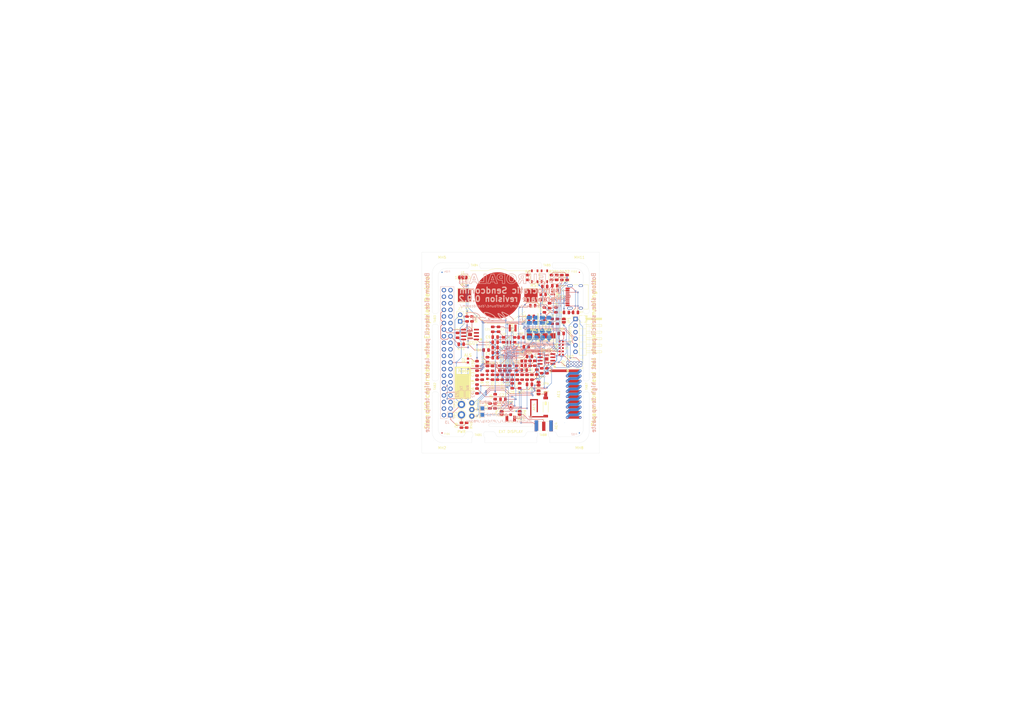
<source format=kicad_pcb>
(kicad_pcb (version 20171130) (host pcbnew 5.1.5+dfsg1-2build2)

  (general
    (thickness 1.6)
    (drawings 177)
    (tracks 1205)
    (zones 0)
    (modules 147)
    (nets 132)
  )

  (page A3)
  (title_block
    (title "Democratic Sendcomm")
    (date 2020-12-26)
    (rev 0.9.2)
    (company "Europalab Devices")
    (comment 1 "Copyright © 2020, Europalab Devices")
    (comment 2 "Fulfilling requirements of 20200210")
    (comment 3 "Pending quality assurance testing")
    (comment 4 "Release revision for manufacturing")
  )

  (layers
    (0 F.Cu signal)
    (1 In1.Cu power)
    (2 In2.Cu power)
    (31 B.Cu signal)
    (34 B.Paste user)
    (35 F.Paste user)
    (36 B.SilkS user)
    (37 F.SilkS user)
    (38 B.Mask user)
    (39 F.Mask user)
    (40 Dwgs.User user)
    (41 Cmts.User user)
    (44 Edge.Cuts user)
    (45 Margin user)
    (46 B.CrtYd user)
    (47 F.CrtYd user)
    (48 B.Fab user)
    (49 F.Fab user)
  )

  (setup
    (last_trace_width 0.09)
    (user_trace_width 0.1016)
    (user_trace_width 0.127)
    (user_trace_width 0.2)
    (trace_clearance 0.09)
    (zone_clearance 0.508)
    (zone_45_only no)
    (trace_min 0.09)
    (via_size 0.356)
    (via_drill 0.2)
    (via_min_size 0.356)
    (via_min_drill 0.2)
    (user_via 0.45 0.2)
    (user_via 0.6 0.3)
    (uvia_size 0.45)
    (uvia_drill 0.1)
    (uvias_allowed no)
    (uvia_min_size 0.45)
    (uvia_min_drill 0.1)
    (edge_width 0.1)
    (segment_width 0.1)
    (pcb_text_width 0.25)
    (pcb_text_size 1 1)
    (mod_edge_width 0.15)
    (mod_text_size 1 1)
    (mod_text_width 0.15)
    (pad_size 1 1.8)
    (pad_drill 0)
    (pad_to_mask_clearance 0)
    (aux_axis_origin 0 0)
    (visible_elements 7FFFFFFF)
    (pcbplotparams
      (layerselection 0x313fc_ffffffff)
      (usegerberextensions true)
      (usegerberattributes false)
      (usegerberadvancedattributes false)
      (creategerberjobfile false)
      (excludeedgelayer true)
      (linewidth 0.150000)
      (plotframeref false)
      (viasonmask false)
      (mode 1)
      (useauxorigin false)
      (hpglpennumber 1)
      (hpglpenspeed 20)
      (hpglpendiameter 15.000000)
      (psnegative false)
      (psa4output false)
      (plotreference true)
      (plotvalue true)
      (plotinvisibletext false)
      (padsonsilk false)
      (subtractmaskfromsilk false)
      (outputformat 1)
      (mirror false)
      (drillshape 0)
      (scaleselection 1)
      (outputdirectory "fabsingle"))
  )

  (net 0 "")
  (net 1 GND)
  (net 2 "Net-(AE1-Pad1)")
  (net 3 /Sheet5F53D5B4/RFSWPWR)
  (net 4 "Net-(C8-Pad1)")
  (net 5 /Sheet5F53D5B4/POWAMP)
  (net 6 "Net-(C13-Pad1)")
  (net 7 /Sheet5F53D5B4/HFOUT)
  (net 8 +3V3)
  (net 9 "Net-(C29-Pad1)")
  (net 10 /Sheet5F53D5B4/HPOUT)
  (net 11 /Sheet5F53D5B4/HFIN)
  (net 12 /Sheet5F53D5B4/BANDSEL)
  (net 13 "Net-(BT1-Pad1)")
  (net 14 /Sheet5F53D5B4/USB_BUS)
  (net 15 "Net-(C33-Pad1)")
  (net 16 "Net-(C34-Pad1)")
  (net 17 /Sheet5F53D5B4/CMDRST)
  (net 18 "Net-(D1-Pad2)")
  (net 19 "Net-(D1-Pad1)")
  (net 20 "Net-(D2-Pad1)")
  (net 21 "Net-(D2-Pad2)")
  (net 22 /Sheet5F53D5B4/USB_P)
  (net 23 /Sheet5F53D5B4/USB_N)
  (net 24 /Sheet60040980/ID_SD)
  (net 25 /Sheet60040980/ID_SC)
  (net 26 /Sheet5F53D5B4/SWDCLK)
  (net 27 "Net-(J3-Pad7)")
  (net 28 "Net-(J3-Pad8)")
  (net 29 "Net-(J4-Pad6)")
  (net 30 /Sheet5F53D5B4/CN_VBAT)
  (net 31 /Sheet5F53D5B4/XCEIV)
  (net 32 "Net-(AE5-Pad2)")
  (net 33 "Net-(C1-Pad1)")
  (net 34 "Net-(C7-Pad1)")
  (net 35 "Net-(C14-Pad1)")
  (net 36 "Net-(C17-Pad1)")
  (net 37 "Net-(C18-Pad2)")
  (net 38 "Net-(C19-Pad2)")
  (net 39 "Net-(C23-Pad2)")
  (net 40 "Net-(C23-Pad1)")
  (net 41 "Net-(C24-Pad1)")
  (net 42 "Net-(C24-Pad2)")
  (net 43 "Net-(C29-Pad2)")
  (net 44 "Net-(C33-Pad2)")
  (net 45 "Net-(C35-Pad2)")
  (net 46 "Net-(C40-Pad1)")
  (net 47 "Net-(J2-PadB5)")
  (net 48 "Net-(J2-PadA8)")
  (net 49 "Net-(J2-PadA5)")
  (net 50 "Net-(J2-PadB8)")
  (net 51 "Net-(J3-Pad2)")
  (net 52 "Net-(J3-Pad3)")
  (net 53 "Net-(J3-Pad4)")
  (net 54 "Net-(J3-Pad5)")
  (net 55 "Net-(J3-Pad10)")
  (net 56 "Net-(J3-Pad11)")
  (net 57 "Net-(J3-Pad12)")
  (net 58 "Net-(J3-Pad13)")
  (net 59 "Net-(J3-Pad15)")
  (net 60 "Net-(J3-Pad16)")
  (net 61 "Net-(J3-Pad18)")
  (net 62 "Net-(J3-Pad19)")
  (net 63 "Net-(J3-Pad21)")
  (net 64 "Net-(J3-Pad22)")
  (net 65 "Net-(J3-Pad23)")
  (net 66 "Net-(J3-Pad24)")
  (net 67 "Net-(J3-Pad26)")
  (net 68 "Net-(J3-Pad29)")
  (net 69 "Net-(J3-Pad31)")
  (net 70 "Net-(J3-Pad32)")
  (net 71 "Net-(J3-Pad33)")
  (net 72 "Net-(J3-Pad35)")
  (net 73 "Net-(J3-Pad36)")
  (net 74 "Net-(J3-Pad37)")
  (net 75 "Net-(J3-Pad38)")
  (net 76 "Net-(J3-Pad40)")
  (net 77 "Net-(J4-Pad7)")
  (net 78 "Net-(J4-Pad8)")
  (net 79 "Net-(J5-Pad2)")
  (net 80 "Net-(J5-Pad3)")
  (net 81 "Net-(J5-Pad6)")
  (net 82 "Net-(J6-Pad1)")
  (net 83 "Net-(L1-Pad2)")
  (net 84 "Net-(R3-Pad1)")
  (net 85 "Net-(R4-Pad1)")
  (net 86 "Net-(R4-Pad2)")
  (net 87 "Net-(U2-Pad5)")
  (net 88 "Net-(U3-PadG1)")
  (net 89 "Net-(U3-PadH1)")
  (net 90 "Net-(U3-PadE3)")
  (net 91 "Net-(U3-PadE4)")
  (net 92 "Net-(U3-PadF4)")
  (net 93 "Net-(U3-PadC7)")
  (net 94 "Net-(U3-PadD7)")
  (net 95 "Net-(U3-PadD8)")
  (net 96 "Net-(U5-Pad3)")
  (net 97 "Net-(U5-Pad4)")
  (net 98 "Net-(U8-Pad7)")
  (net 99 "Net-(U8-Pad3)")
  (net 100 "Net-(U8-Pad2)")
  (net 101 "Net-(U8-Pad1)")
  (net 102 "Net-(U9-Pad1)")
  (net 103 "Net-(U9-Pad2)")
  (net 104 "Net-(U9-Pad3)")
  (net 105 "Net-(U9-Pad7)")
  (net 106 /Sheet5F53D5B4/SWDIO)
  (net 107 "Net-(AE2-Pad1)")
  (net 108 "Net-(AE4-Pad1)")
  (net 109 "Net-(AE5-Pad1)")
  (net 110 "Net-(JP10-Pad1)")
  (net 111 "Net-(J6-Pad2)")
  (net 112 "Net-(J6-Pad3)")
  (net 113 "Net-(J6-Pad4)")
  (net 114 "Net-(J7-Pad1)")
  (net 115 "Net-(C95-Pad1)")
  (net 116 /TP_SCL)
  (net 117 /TP_SDA)
  (net 118 "Net-(J20-Pad6)")
  (net 119 "Net-(J20-Pad7)")
  (net 120 "Net-(J20-Pad8)")
  (net 121 "Net-(Q2-Pad2)")
  (net 122 EXT_UART_TX)
  (net 123 EXT_UART_RX)
  (net 124 "Net-(D8-Pad2)")
  (net 125 USB_TST)
  (net 126 "Net-(TP13-Pad1)")
  (net 127 "Net-(C94-Pad2)")
  (net 128 "Net-(C96-Pad1)")
  (net 129 /Sheet5F53D5B4/CRY_XIN-RSVD)
  (net 130 /Sheet5F53D5B4/CRY_XOUT-RSVD)
  (net 131 "Net-(C97-Pad1)")

  (net_class Default "This is the default net class."
    (clearance 0.09)
    (trace_width 0.09)
    (via_dia 0.356)
    (via_drill 0.2)
    (uvia_dia 0.45)
    (uvia_drill 0.1)
    (add_net +3V3)
    (add_net /Sheet5F53D5B4/BANDSEL)
    (add_net /Sheet5F53D5B4/CMDRST)
    (add_net /Sheet5F53D5B4/CN_VBAT)
    (add_net /Sheet5F53D5B4/CRY_XIN-RSVD)
    (add_net /Sheet5F53D5B4/CRY_XOUT-RSVD)
    (add_net /Sheet5F53D5B4/HFIN)
    (add_net /Sheet5F53D5B4/HFOUT)
    (add_net /Sheet5F53D5B4/HPOUT)
    (add_net /Sheet5F53D5B4/POWAMP)
    (add_net /Sheet5F53D5B4/RFSWPWR)
    (add_net /Sheet5F53D5B4/SWDCLK)
    (add_net /Sheet5F53D5B4/SWDIO)
    (add_net /Sheet5F53D5B4/USB_BUS)
    (add_net /Sheet5F53D5B4/USB_N)
    (add_net /Sheet5F53D5B4/USB_P)
    (add_net /Sheet5F53D5B4/XCEIV)
    (add_net /Sheet60040980/ID_SC)
    (add_net /Sheet60040980/ID_SD)
    (add_net /TP_SCL)
    (add_net /TP_SDA)
    (add_net EXT_UART_RX)
    (add_net EXT_UART_TX)
    (add_net GND)
    (add_net "Net-(AE1-Pad1)")
    (add_net "Net-(AE2-Pad1)")
    (add_net "Net-(AE4-Pad1)")
    (add_net "Net-(AE5-Pad1)")
    (add_net "Net-(AE5-Pad2)")
    (add_net "Net-(BT1-Pad1)")
    (add_net "Net-(C1-Pad1)")
    (add_net "Net-(C13-Pad1)")
    (add_net "Net-(C14-Pad1)")
    (add_net "Net-(C17-Pad1)")
    (add_net "Net-(C18-Pad2)")
    (add_net "Net-(C19-Pad2)")
    (add_net "Net-(C23-Pad1)")
    (add_net "Net-(C23-Pad2)")
    (add_net "Net-(C24-Pad1)")
    (add_net "Net-(C24-Pad2)")
    (add_net "Net-(C29-Pad1)")
    (add_net "Net-(C29-Pad2)")
    (add_net "Net-(C33-Pad1)")
    (add_net "Net-(C33-Pad2)")
    (add_net "Net-(C34-Pad1)")
    (add_net "Net-(C35-Pad2)")
    (add_net "Net-(C40-Pad1)")
    (add_net "Net-(C7-Pad1)")
    (add_net "Net-(C8-Pad1)")
    (add_net "Net-(C94-Pad2)")
    (add_net "Net-(C95-Pad1)")
    (add_net "Net-(C96-Pad1)")
    (add_net "Net-(C97-Pad1)")
    (add_net "Net-(D1-Pad1)")
    (add_net "Net-(D1-Pad2)")
    (add_net "Net-(D2-Pad1)")
    (add_net "Net-(D2-Pad2)")
    (add_net "Net-(D8-Pad2)")
    (add_net "Net-(J2-PadA5)")
    (add_net "Net-(J2-PadA8)")
    (add_net "Net-(J2-PadB5)")
    (add_net "Net-(J2-PadB8)")
    (add_net "Net-(J20-Pad6)")
    (add_net "Net-(J20-Pad7)")
    (add_net "Net-(J20-Pad8)")
    (add_net "Net-(J3-Pad10)")
    (add_net "Net-(J3-Pad11)")
    (add_net "Net-(J3-Pad12)")
    (add_net "Net-(J3-Pad13)")
    (add_net "Net-(J3-Pad15)")
    (add_net "Net-(J3-Pad16)")
    (add_net "Net-(J3-Pad18)")
    (add_net "Net-(J3-Pad19)")
    (add_net "Net-(J3-Pad2)")
    (add_net "Net-(J3-Pad21)")
    (add_net "Net-(J3-Pad22)")
    (add_net "Net-(J3-Pad23)")
    (add_net "Net-(J3-Pad24)")
    (add_net "Net-(J3-Pad26)")
    (add_net "Net-(J3-Pad29)")
    (add_net "Net-(J3-Pad3)")
    (add_net "Net-(J3-Pad31)")
    (add_net "Net-(J3-Pad32)")
    (add_net "Net-(J3-Pad33)")
    (add_net "Net-(J3-Pad35)")
    (add_net "Net-(J3-Pad36)")
    (add_net "Net-(J3-Pad37)")
    (add_net "Net-(J3-Pad38)")
    (add_net "Net-(J3-Pad4)")
    (add_net "Net-(J3-Pad40)")
    (add_net "Net-(J3-Pad5)")
    (add_net "Net-(J3-Pad7)")
    (add_net "Net-(J3-Pad8)")
    (add_net "Net-(J4-Pad6)")
    (add_net "Net-(J4-Pad7)")
    (add_net "Net-(J4-Pad8)")
    (add_net "Net-(J5-Pad2)")
    (add_net "Net-(J5-Pad3)")
    (add_net "Net-(J5-Pad6)")
    (add_net "Net-(J6-Pad1)")
    (add_net "Net-(J6-Pad2)")
    (add_net "Net-(J6-Pad3)")
    (add_net "Net-(J6-Pad4)")
    (add_net "Net-(J7-Pad1)")
    (add_net "Net-(JP10-Pad1)")
    (add_net "Net-(L1-Pad2)")
    (add_net "Net-(Q2-Pad2)")
    (add_net "Net-(R3-Pad1)")
    (add_net "Net-(R4-Pad1)")
    (add_net "Net-(R4-Pad2)")
    (add_net "Net-(TP13-Pad1)")
    (add_net "Net-(U2-Pad5)")
    (add_net "Net-(U3-PadC7)")
    (add_net "Net-(U3-PadD7)")
    (add_net "Net-(U3-PadD8)")
    (add_net "Net-(U3-PadE3)")
    (add_net "Net-(U3-PadE4)")
    (add_net "Net-(U3-PadF4)")
    (add_net "Net-(U3-PadG1)")
    (add_net "Net-(U3-PadH1)")
    (add_net "Net-(U5-Pad3)")
    (add_net "Net-(U5-Pad4)")
    (add_net "Net-(U8-Pad1)")
    (add_net "Net-(U8-Pad2)")
    (add_net "Net-(U8-Pad3)")
    (add_net "Net-(U8-Pad7)")
    (add_net "Net-(U9-Pad1)")
    (add_net "Net-(U9-Pad2)")
    (add_net "Net-(U9-Pad3)")
    (add_net "Net-(U9-Pad7)")
    (add_net USB_TST)
  )

  (net_class Power ""
    (clearance 0.2)
    (trace_width 0.5)
    (via_dia 1)
    (via_drill 0.7)
    (uvia_dia 0.5)
    (uvia_drill 0.1)
  )

  (module Elabdev:Panel_Mousetab_25mm_Single (layer F.Cu) (tedit 5CD9E502) (tstamp 5FEC726C)
    (at 222.5 179.75 90)
    (path /5CD9EB0D)
    (fp_text reference TAB8 (at 0 0) (layer F.SilkS)
      (effects (font (size 0.8 0.8) (thickness 0.13)))
    )
    (fp_text value Pantab (at -3.25 0 180) (layer F.Fab)
      (effects (font (size 1 1) (thickness 0.15)))
    )
    (fp_line (start 1.25 -2.2) (end 1.25 2.2) (layer F.Fab) (width 0.15))
    (fp_line (start -1.25 -2.2) (end -1.25 2.2) (layer F.Fab) (width 0.15))
    (fp_line (start 2.1 -2.6) (end 2.1 2.6) (layer F.CrtYd) (width 0.15))
    (fp_line (start 2.1 2.6) (end -2.1 2.6) (layer F.CrtYd) (width 0.15))
    (fp_line (start -2.1 2.6) (end -2.1 -2.6) (layer F.CrtYd) (width 0.15))
    (fp_line (start -2.1 -2.6) (end 2.1 -2.6) (layer F.CrtYd) (width 0.15))
    (pad "" np_thru_hole circle (at 1.35 2 90) (size 0.5 0.5) (drill 0.5) (layers *.Cu))
    (pad "" np_thru_hole circle (at 1.35 1.2 90) (size 0.5 0.5) (drill 0.5) (layers *.Cu))
    (pad "" np_thru_hole circle (at 1.35 0.4 90) (size 0.5 0.5) (drill 0.5) (layers *.Cu))
    (pad "" np_thru_hole circle (at 1.35 -0.4 90) (size 0.5 0.5) (drill 0.5) (layers *.Cu))
    (pad "" np_thru_hole circle (at 1.35 -1.2 90) (size 0.5 0.5) (drill 0.5) (layers *.Cu))
    (pad "" np_thru_hole circle (at 1.35 -2 90) (size 0.5 0.5) (drill 0.5) (layers *.Cu))
  )

  (module Capacitor_SMD:C_0805_2012Metric (layer F.Cu) (tedit 5B36C52B) (tstamp 5FEB8111)
    (at 211.5 143.0625 270)
    (descr "Capacitor SMD 0805 (2012 Metric), square (rectangular) end terminal, IPC_7351 nominal, (Body size source: https://docs.google.com/spreadsheets/d/1BsfQQcO9C6DZCsRaXUlFlo91Tg2WpOkGARC1WS5S8t0/edit?usp=sharing), generated with kicad-footprint-generator")
    (tags capacitor)
    (path /5F53D5B5/5F609CF5)
    (attr smd)
    (fp_text reference C19 (at -2.0625 0 180) (layer F.SilkS)
      (effects (font (size 0.7 0.7) (thickness 0.1)))
    )
    (fp_text value 15pF (at 0 1.65 90) (layer F.Fab)
      (effects (font (size 1 1) (thickness 0.15)))
    )
    (fp_line (start -1 0.6) (end -1 -0.6) (layer F.Fab) (width 0.1))
    (fp_line (start -1 -0.6) (end 1 -0.6) (layer F.Fab) (width 0.1))
    (fp_line (start 1 -0.6) (end 1 0.6) (layer F.Fab) (width 0.1))
    (fp_line (start 1 0.6) (end -1 0.6) (layer F.Fab) (width 0.1))
    (fp_line (start -0.258578 -0.71) (end 0.258578 -0.71) (layer F.SilkS) (width 0.12))
    (fp_line (start -0.258578 0.71) (end 0.258578 0.71) (layer F.SilkS) (width 0.12))
    (fp_line (start -1.68 0.95) (end -1.68 -0.95) (layer F.CrtYd) (width 0.05))
    (fp_line (start -1.68 -0.95) (end 1.68 -0.95) (layer F.CrtYd) (width 0.05))
    (fp_line (start 1.68 -0.95) (end 1.68 0.95) (layer F.CrtYd) (width 0.05))
    (fp_line (start 1.68 0.95) (end -1.68 0.95) (layer F.CrtYd) (width 0.05))
    (fp_text user %R (at 0 0 90) (layer F.Fab)
      (effects (font (size 0.5 0.5) (thickness 0.08)))
    )
    (pad 1 smd roundrect (at -0.9375 0 270) (size 0.975 1.4) (layers F.Cu F.Paste F.Mask) (roundrect_rratio 0.25)
      (net 1 GND))
    (pad 2 smd roundrect (at 0.9375 0 270) (size 0.975 1.4) (layers F.Cu F.Paste F.Mask) (roundrect_rratio 0.25)
      (net 38 "Net-(C19-Pad2)"))
    (model ${KISYS3DMOD}/Capacitor_SMD.3dshapes/C_0805_2012Metric.wrl
      (at (xyz 0 0 0))
      (scale (xyz 1 1 1))
      (rotate (xyz 0 0 0))
    )
  )

  (module Elabdev:Meinkuerz_sign_480dpi (layer B.Cu) (tedit 0) (tstamp 5FBE809B)
    (at 202 134 180)
    (fp_text reference G1 (at 0 0) (layer B.SilkS) hide
      (effects (font (size 1.524 1.524) (thickness 0.3)) (justify mirror))
    )
    (fp_text value Meinkuerzel_signature (at 0.75 0) (layer B.SilkS) hide
      (effects (font (size 1.524 1.524) (thickness 0.3)) (justify mirror))
    )
    (fp_poly (pts (xy 7.849084 1.675651) (xy 8.303148 1.632827) (xy 8.685942 1.550363) (xy 8.876057 1.481326)
      (xy 9.07938 1.34976) (xy 9.204465 1.178624) (xy 9.241225 0.986809) (xy 9.210768 0.854557)
      (xy 9.078684 0.643748) (xy 8.864557 0.429964) (xy 8.589687 0.233059) (xy 8.471807 0.165759)
      (xy 8.232808 0.053863) (xy 7.923436 -0.068816) (xy 7.576824 -0.190996) (xy 7.226108 -0.301392)
      (xy 6.904421 -0.388723) (xy 6.731621 -0.426811) (xy 6.398868 -0.490816) (xy 6.556265 -0.586535)
      (xy 6.736632 -0.743549) (xy 6.819572 -0.938245) (xy 6.82625 -1.022915) (xy 6.780462 -1.15416)
      (xy 6.660466 -1.295963) (xy 6.49231 -1.424979) (xy 6.30204 -1.517866) (xy 6.258842 -1.531402)
      (xy 6.0446 -1.569955) (xy 5.805186 -1.581627) (xy 5.582286 -1.566858) (xy 5.417587 -1.526091)
      (xy 5.409578 -1.522402) (xy 5.285381 -1.409276) (xy 5.232727 -1.237525) (xy 5.243042 -1.133742)
      (xy 5.545646 -1.133742) (xy 5.569322 -1.243922) (xy 5.599007 -1.270742) (xy 5.725804 -1.30367)
      (xy 5.911501 -1.301091) (xy 6.117136 -1.267785) (xy 6.303743 -1.20853) (xy 6.368163 -1.176419)
      (xy 6.483421 -1.090411) (xy 6.547775 -1.006994) (xy 6.550669 -0.996984) (xy 6.519163 -0.903747)
      (xy 6.404517 -0.814537) (xy 6.229026 -0.742568) (xy 6.060328 -0.706358) (xy 5.903418 -0.693399)
      (xy 5.806355 -0.717484) (xy 5.726223 -0.79035) (xy 5.718194 -0.79992) (xy 5.596762 -0.979847)
      (xy 5.545646 -1.133742) (xy 5.243042 -1.133742) (xy 5.253531 -1.028227) (xy 5.344918 -0.810631)
      (xy 5.442538 -0.642303) (xy 5.295353 -0.646487) (xy 5.12125 -0.625399) (xy 5.035885 -0.550663)
      (xy 5.027083 -0.501447) (xy 5.075804 -0.410776) (xy 5.222941 -0.351671) (xy 5.469958 -0.32355)
      (xy 5.476875 -0.323261) (xy 5.599677 -0.314345) (xy 5.697993 -0.289875) (xy 5.794712 -0.235966)
      (xy 5.912725 -0.138734) (xy 6.074923 0.015705) (xy 6.138333 0.077935) (xy 6.357426 0.284825)
      (xy 6.520758 0.415811) (xy 6.63982 0.476704) (xy 6.726105 0.473318) (xy 6.791106 0.411464)
      (xy 6.792772 0.408883) (xy 6.813029 0.349999) (xy 6.787897 0.281807) (xy 6.704882 0.184844)
      (xy 6.561666 0.048946) (xy 6.270625 -0.217166) (xy 6.532899 -0.183078) (xy 6.900304 -0.115245)
      (xy 7.289474 -0.008645) (xy 7.678243 0.127507) (xy 8.044445 0.283994) (xy 8.365914 0.451601)
      (xy 8.620483 0.621112) (xy 8.749193 0.738377) (xy 8.856936 0.865956) (xy 8.92727 0.965202)
      (xy 8.942916 1.001728) (xy 8.895983 1.084773) (xy 8.773369 1.176095) (xy 8.602358 1.259484)
      (xy 8.410231 1.318727) (xy 8.408998 1.318992) (xy 8.149682 1.354937) (xy 7.8128 1.371973)
      (xy 7.424917 1.370093) (xy 7.012599 1.349291) (xy 6.686734 1.319437) (xy 6.066773 1.222977)
      (xy 5.517194 1.081213) (xy 5.043989 0.897075) (xy 4.653152 0.673494) (xy 4.350673 0.413401)
      (xy 4.142546 0.119727) (xy 4.114637 0.061443) (xy 4.047094 -0.15251) (xy 4.06025 -0.336634)
      (xy 4.160207 -0.518581) (xy 4.270456 -0.644496) (xy 4.390411 -0.79173) (xy 4.431252 -0.900383)
      (xy 4.427296 -0.922309) (xy 4.357272 -0.99719) (xy 4.242023 -0.977517) (xy 4.082983 -0.863726)
      (xy 4.010682 -0.795217) (xy 3.879838 -0.680755) (xy 3.765594 -0.608691) (xy 3.712637 -0.594925)
      (xy 3.6215 -0.594723) (xy 3.455888 -0.585507) (xy 3.246599 -0.569127) (xy 3.175 -0.562633)
      (xy 2.951086 -0.544014) (xy 2.793821 -0.54282) (xy 2.664643 -0.565021) (xy 2.524987 -0.61659)
      (xy 2.371034 -0.687127) (xy 2.100169 -0.795663) (xy 1.89262 -0.837972) (xy 1.841867 -0.837015)
      (xy 1.72083 -0.812158) (xy 1.663036 -0.745697) (xy 1.637803 -0.635) (xy 1.623821 -0.491701)
      (xy 1.628566 -0.389706) (xy 1.630235 -0.383646) (xy 1.692219 -0.322789) (xy 1.789679 -0.330876)
      (xy 1.885465 -0.399867) (xy 1.916539 -0.445597) (xy 1.984375 -0.573694) (xy 2.371569 -0.384068)
      (xy 2.758764 -0.194442) (xy 3.165319 -0.256321) (xy 3.413597 -0.293214) (xy 3.576071 -0.310583)
      (xy 3.67165 -0.304292) (xy 3.719238 -0.270208) (xy 3.737742 -0.204195) (xy 3.744012 -0.129767)
      (xy 3.817818 0.177969) (xy 3.989413 0.470621) (xy 4.251219 0.74303) (xy 4.595656 0.99004)
      (xy 5.015149 1.206492) (xy 5.502117 1.387229) (xy 6.048984 1.527094) (xy 6.228561 1.561184)
      (xy 6.794861 1.64034) (xy 7.340678 1.678326) (xy 7.849084 1.675651)) (layer B.SilkS) (width 0.01))
    (fp_poly (pts (xy -4.580024 1.756567) (xy -4.544854 1.74305) (xy -4.466016 1.67622) (xy -4.437143 1.580417)
      (xy -4.461964 1.447967) (xy -4.544204 1.271201) (xy -4.68759 1.042447) (xy -4.895848 0.754033)
      (xy -5.172705 0.39829) (xy -5.237349 0.3175) (xy -5.411926 0.098408) (xy -5.577817 -0.112809)
      (xy -5.714811 -0.290245) (xy -5.794689 -0.396875) (xy -5.948296 -0.608542) (xy -5.791961 -0.468507)
      (xy -5.700695 -0.392772) (xy -5.541009 -0.266466) (xy -5.329307 -0.10231) (xy -5.081994 0.086977)
      (xy -4.815472 0.288675) (xy -4.815417 0.288716) (xy -4.345432 0.631252) (xy -3.946225 0.897872)
      (xy -3.615767 1.089474) (xy -3.352032 1.206955) (xy -3.152989 1.251211) (xy -3.016612 1.223138)
      (xy -2.940872 1.123633) (xy -2.939055 1.118116) (xy -2.92791 1.023519) (xy -2.955738 0.908417)
      (xy -3.029742 0.759005) (xy -3.157121 0.561475) (xy -3.345079 0.302021) (xy -3.409058 0.217037)
      (xy -3.654587 -0.113597) (xy -3.860834 -0.404313) (xy -4.022275 -0.646491) (xy -4.133388 -0.831509)
      (xy -4.188652 -0.950744) (xy -4.185335 -0.994958) (xy -4.120655 -0.981486) (xy -3.976478 -0.932768)
      (xy -3.770527 -0.855371) (xy -3.520529 -0.755864) (xy -3.349225 -0.685128) (xy -3.06462 -0.570045)
      (xy -2.797019 -0.469163) (xy -2.569108 -0.390505) (xy -2.403576 -0.342097) (xy -2.349431 -0.331513)
      (xy -2.183877 -0.291941) (xy -2.07811 -0.206425) (xy -2.041672 -0.151915) (xy -1.850086 0.096101)
      (xy -1.567603 0.354844) (xy -1.207453 0.616123) (xy -0.78287 0.87175) (xy -0.307084 1.113536)
      (xy 0.206672 1.333293) (xy 0.574448 1.467145) (xy 0.853452 1.556991) (xy 1.074831 1.61415)
      (xy 1.278935 1.645957) (xy 1.506112 1.659747) (xy 1.647661 1.662241) (xy 1.89537 1.661355)
      (xy 2.061526 1.650821) (xy 2.170245 1.626908) (xy 2.245641 1.585888) (xy 2.269431 1.566069)
      (xy 2.364656 1.413892) (xy 2.378536 1.21834) (xy 2.31231 1.002224) (xy 2.231511 0.867835)
      (xy 2.055394 0.653788) (xy 1.846452 0.444397) (xy 1.622129 0.252501) (xy 1.399873 0.090942)
      (xy 1.19713 -0.02744) (xy 1.031346 -0.089804) (xy 0.931657 -0.088852) (xy 0.853749 -0.025156)
      (xy 0.874571 0.06423) (xy 0.991583 0.174246) (xy 1.09802 0.242886) (xy 1.314624 0.387246)
      (xy 1.527802 0.560014) (xy 1.72429 0.746283) (xy 1.890825 0.931146) (xy 2.014146 1.099697)
      (xy 2.080988 1.237027) (xy 2.078088 1.32823) (xy 2.071165 1.336667) (xy 1.954541 1.387475)
      (xy 1.756832 1.400928) (xy 1.494763 1.380087) (xy 1.185063 1.328013) (xy 0.844457 1.247766)
      (xy 0.489674 1.142406) (xy 0.137439 1.014995) (xy -0.00172 0.957368) (xy -0.385109 0.777304)
      (xy -0.74297 0.581237) (xy -1.065571 0.377182) (xy -1.343179 0.173152) (xy -1.566062 -0.022838)
      (xy -1.724487 -0.202776) (xy -1.808722 -0.358647) (xy -1.809035 -0.482438) (xy -1.789329 -0.514562)
      (xy -1.69188 -0.558953) (xy -1.49842 -0.578536) (xy -1.2158 -0.573404) (xy -0.850872 -0.543648)
      (xy -0.464887 -0.496867) (xy -0.056607 -0.452123) (xy 0.260382 -0.442712) (xy 0.494773 -0.469264)
      (xy 0.655256 -0.532408) (xy 0.714552 -0.58228) (xy 0.776217 -0.725165) (xy 0.746162 -0.908878)
      (xy 0.632079 -1.115352) (xy 0.45893 -1.290216) (xy 0.2117 -1.450188) (xy -0.085638 -1.588107)
      (xy -0.409112 -1.696809) (xy -0.734748 -1.769134) (xy -1.038572 -1.797919) (xy -1.296612 -1.776003)
      (xy -1.42875 -1.731015) (xy -1.546706 -1.617759) (xy -1.577815 -1.519827) (xy -1.560687 -1.389395)
      (xy -1.486335 -1.336349) (xy -1.378138 -1.369493) (xy -1.317893 -1.421952) (xy -1.19986 -1.505637)
      (xy -1.092449 -1.534584) (xy -0.859949 -1.513387) (xy -0.579373 -1.457345) (xy -0.297878 -1.377776)
      (xy -0.068589 -1.288836) (xy 0.116249 -1.181832) (xy 0.284174 -1.050661) (xy 0.411262 -0.917533)
      (xy 0.473586 -0.804658) (xy 0.47625 -0.783054) (xy 0.425256 -0.757675) (xy 0.277287 -0.748743)
      (xy 0.039858 -0.755912) (xy -0.279513 -0.778835) (xy -0.673311 -0.817167) (xy -0.956033 -0.849048)
      (xy -1.308534 -0.882196) (xy -1.57585 -0.8857) (xy -1.774982 -0.85746) (xy -1.922933 -0.795374)
      (xy -2.017888 -0.717835) (xy -2.096716 -0.653738) (xy -2.190635 -0.62131) (xy -2.313833 -0.623423)
      (xy -2.480498 -0.662945) (xy -2.704818 -0.742748) (xy -3.00098 -0.865702) (xy -3.216817 -0.960383)
      (xy -3.585839 -1.11854) (xy -3.874386 -1.227749) (xy -4.094462 -1.290524) (xy -4.258069 -1.309381)
      (xy -4.377212 -1.286836) (xy -4.463891 -1.225404) (xy -4.466704 -1.222337) (xy -4.518051 -1.14061)
      (xy -4.530831 -1.040781) (xy -4.500098 -0.912213) (xy -4.420902 -0.744269) (xy -4.288295 -0.526313)
      (xy -4.097327 -0.247708) (xy -3.863138 0.07498) (xy -3.679345 0.325213) (xy -3.519393 0.545064)
      (xy -3.393108 0.720859) (xy -3.310313 0.838921) (xy -3.280834 0.885525) (xy -3.323557 0.888476)
      (xy -3.399896 0.869711) (xy -3.542096 0.805036) (xy -3.750284 0.678102) (xy -4.027571 0.486762)
      (xy -4.377062 0.228867) (xy -4.801868 -0.097732) (xy -4.81991 -0.111817) (xy -5.187034 -0.396401)
      (xy -5.482932 -0.620081) (xy -5.717862 -0.789492) (xy -5.902078 -0.911266) (xy -6.045837 -0.99204)
      (xy -6.159396 -1.038447) (xy -6.25301 -1.057121) (xy -6.283148 -1.058333) (xy -6.40378 -1.045849)
      (xy -6.450441 -0.994435) (xy -6.455563 -0.939271) (xy -6.445942 -0.865735) (xy -6.412644 -0.776476)
      (xy -6.348546 -0.66103) (xy -6.24652 -0.508935) (xy -6.099443 -0.309727) (xy -5.90019 -0.052942)
      (xy -5.641635 0.271882) (xy -5.570553 0.360397) (xy -5.363566 0.620769) (xy -5.174974 0.863504)
      (xy -5.016826 1.072659) (xy -4.901172 1.23229) (xy -4.84006 1.326453) (xy -4.839117 1.328251)
      (xy -4.786636 1.436383) (xy -4.790145 1.473528) (xy -4.856494 1.462433) (xy -4.877731 1.456477)
      (xy -4.973599 1.420322) (xy -5.140081 1.348706) (xy -5.352621 1.252468) (xy -5.55625 1.156974)
      (xy -6.094525 0.881508) (xy -6.644499 0.565345) (xy -7.182748 0.223911) (xy -7.685848 -0.12737)
      (xy -8.130378 -0.473072) (xy -8.424687 -0.732038) (xy -8.650145 -0.95487) (xy -8.800069 -1.131002)
      (xy -8.884377 -1.276175) (xy -8.912984 -1.406131) (xy -8.905425 -1.495188) (xy -8.906488 -1.61853)
      (xy -8.964006 -1.672137) (xy -9.075823 -1.672519) (xy -9.156792 -1.593028) (xy -9.200558 -1.456755)
      (xy -9.200763 -1.286789) (xy -9.151052 -1.106218) (xy -9.131299 -1.06447) (xy -9.024915 -0.913844)
      (xy -8.843627 -0.718433) (xy -8.601654 -0.490528) (xy -8.313213 -0.242422) (xy -7.992524 0.013592)
      (xy -7.653804 0.265222) (xy -7.3545 0.471681) (xy -6.896098 0.764541) (xy -6.449337 1.028776)
      (xy -6.024338 1.259805) (xy -5.631223 1.453048) (xy -5.280112 1.603926) (xy -4.981128 1.707858)
      (xy -4.744392 1.760265) (xy -4.580024 1.756567)) (layer B.SilkS) (width 0.01))
  )

  (module Elabdev:Panel_Mousetab_25mm_Single (layer F.Cu) (tedit 5CD9E59A) (tstamp 5FBE7343)
    (at 224 114.25 270)
    (path /5CD5C3A7)
    (fp_text reference TAB5 (at 0 0 180) (layer F.SilkS)
      (effects (font (size 0.8 0.8) (thickness 0.13)))
    )
    (fp_text value Pantab (at 0 -3.5 270) (layer F.Fab)
      (effects (font (size 1 1) (thickness 0.15)))
    )
    (fp_line (start -2.1 -2.6) (end 2.1 -2.6) (layer F.CrtYd) (width 0.15))
    (fp_line (start -2.1 2.6) (end -2.1 -2.6) (layer F.CrtYd) (width 0.15))
    (fp_line (start 2.1 2.6) (end -2.1 2.6) (layer F.CrtYd) (width 0.15))
    (fp_line (start 2.1 -2.6) (end 2.1 2.6) (layer F.CrtYd) (width 0.15))
    (fp_line (start -1.25 -2.2) (end -1.25 2.2) (layer F.Fab) (width 0.15))
    (fp_line (start 1.25 -2.2) (end 1.25 2.2) (layer F.Fab) (width 0.15))
    (pad "" np_thru_hole circle (at 1.35 -2 270) (size 0.5 0.5) (drill 0.5) (layers *.Cu))
    (pad "" np_thru_hole circle (at 1.35 -1.2 270) (size 0.5 0.5) (drill 0.5) (layers *.Cu))
    (pad "" np_thru_hole circle (at 1.35 -0.4 270) (size 0.5 0.5) (drill 0.5) (layers *.Cu))
    (pad "" np_thru_hole circle (at 1.35 0.4 270) (size 0.5 0.5) (drill 0.5) (layers *.Cu))
    (pad "" np_thru_hole circle (at 1.35 1.2 270) (size 0.5 0.5) (drill 0.5) (layers *.Cu))
    (pad "" np_thru_hole circle (at 1.35 2 270) (size 0.5 0.5) (drill 0.5) (layers *.Cu))
  )

  (module Elabdev:Elablogoslk-Gfx (layer B.Cu) (tedit 0) (tstamp 5FBDF7AF)
    (at 210 119.5 180)
    (fp_text reference G** (at 0 0) (layer B.SilkS) hide
      (effects (font (size 1.524 1.524) (thickness 0.3)) (justify mirror))
    )
    (fp_text value Elablogoslk (at 0.75 0) (layer B.SilkS) hide
      (effects (font (size 1.524 1.524) (thickness 0.3)) (justify mirror))
    )
    (fp_poly (pts (xy -15.405836 -0.675184) (xy -15.287483 -0.702055) (xy -15.188143 -0.754619) (xy -15.108772 -0.827765)
      (xy -15.050327 -0.916382) (xy -15.013763 -1.015359) (xy -15.000037 -1.119584) (xy -15.010104 -1.223945)
      (xy -15.04492 -1.323332) (xy -15.105441 -1.412633) (xy -15.192623 -1.486737) (xy -15.24833 -1.517344)
      (xy -15.356716 -1.550357) (xy -15.476625 -1.557984) (xy -15.592872 -1.539403) (xy -15.602283 -1.53653)
      (xy -15.678123 -1.497127) (xy -15.752493 -1.432517) (xy -15.815972 -1.352895) (xy -15.859141 -1.268459)
      (xy -15.864155 -1.2531) (xy -15.88425 -1.176683) (xy -15.891257 -1.117668) (xy -15.885212 -1.059627)
      (xy -15.866149 -0.986134) (xy -15.864727 -0.981328) (xy -15.815988 -0.8777) (xy -15.739972 -0.790432)
      (xy -15.643773 -0.72426) (xy -15.534487 -0.683915) (xy -15.419207 -0.674131) (xy -15.405836 -0.675184)) (layer B.Mask) (width 0.01))
    (fp_poly (pts (xy 17.476107 1.827609) (xy 17.687258 1.825899) (xy 17.865618 1.824237) (xy 18.014678 1.822477)
      (xy 18.137934 1.82047) (xy 18.238879 1.818068) (xy 18.321005 1.815122) (xy 18.387806 1.811484)
      (xy 18.442776 1.807007) (xy 18.489407 1.801541) (xy 18.531194 1.794939) (xy 18.57163 1.787052)
      (xy 18.6055 1.779685) (xy 18.771822 1.733432) (xy 18.923911 1.673315) (xy 19.054677 1.602656)
      (xy 19.157033 1.524776) (xy 19.164226 1.5179) (xy 19.246251 1.417951) (xy 19.315464 1.294688)
      (xy 19.365371 1.16053) (xy 19.377923 1.109275) (xy 19.39052 1.010407) (xy 19.393203 0.893754)
      (xy 19.386762 0.771789) (xy 19.371983 0.656983) (xy 19.349655 0.561808) (xy 19.341939 0.539811)
      (xy 19.283862 0.430962) (xy 19.19941 0.326298) (xy 19.097976 0.236127) (xy 19.019624 0.185927)
      (xy 18.914298 0.12941) (xy 18.968542 0.109123) (xy 19.093064 0.054672) (xy 19.194891 -0.009335)
      (xy 19.285933 -0.089714) (xy 19.390804 -0.214403) (xy 19.467199 -0.350129) (xy 19.516977 -0.501894)
      (xy 19.541997 -0.674698) (xy 19.545898 -0.789214) (xy 19.53245 -0.987132) (xy 19.491752 -1.163006)
      (xy 19.423278 -1.317328) (xy 19.326496 -1.450588) (xy 19.200879 -1.563277) (xy 19.045898 -1.655885)
      (xy 18.861023 -1.728905) (xy 18.645726 -1.782826) (xy 18.442214 -1.81358) (xy 18.390712 -1.817354)
      (xy 18.307346 -1.820878) (xy 18.196536 -1.82407) (xy 18.062704 -1.826851) (xy 17.910272 -1.829142)
      (xy 17.743659 -1.830864) (xy 17.567287 -1.831936) (xy 17.403536 -1.83228) (xy 16.528143 -1.832429)
      (xy 16.528143 -1.197429) (xy 17.471571 -1.197429) (xy 17.812474 -1.197429) (xy 17.960507 -1.19621)
      (xy 18.077011 -1.192363) (xy 18.166668 -1.185602) (xy 18.234157 -1.175639) (xy 18.257984 -1.170182)
      (xy 18.384709 -1.1231) (xy 18.482481 -1.054854) (xy 18.552639 -0.964254) (xy 18.589417 -0.8761)
      (xy 18.611394 -0.756961) (xy 18.608994 -0.636283) (xy 18.583832 -0.523232) (xy 18.537525 -0.426977)
      (xy 18.502598 -0.383459) (xy 18.44707 -0.333771) (xy 18.385424 -0.294593) (xy 18.312843 -0.264829)
      (xy 18.22451 -0.243381) (xy 18.115607 -0.229153) (xy 17.981316 -0.221046) (xy 17.816821 -0.217964)
      (xy 17.775464 -0.217851) (xy 17.471571 -0.217714) (xy 17.471571 -1.197429) (xy 16.528143 -1.197429)
      (xy 16.528143 1.197428) (xy 17.471571 1.197428) (xy 17.471571 0.417286) (xy 17.804933 0.417286)
      (xy 17.937918 0.418126) (xy 18.040036 0.420891) (xy 18.116671 0.425945) (xy 18.173209 0.433651)
      (xy 18.215035 0.444376) (xy 18.217426 0.445205) (xy 18.319056 0.498467) (xy 18.395331 0.575146)
      (xy 18.444205 0.67085) (xy 18.463631 0.781188) (xy 18.451564 0.901769) (xy 18.443884 0.931299)
      (xy 18.396902 1.030842) (xy 18.322562 1.110813) (xy 18.227195 1.165118) (xy 18.18819 1.177399)
      (xy 18.143627 1.184049) (xy 18.070672 1.189765) (xy 17.977218 1.19415) (xy 17.871155 1.196808)
      (xy 17.790109 1.197428) (xy 17.471571 1.197428) (xy 16.528143 1.197428) (xy 16.528143 1.835008)
      (xy 17.476107 1.827609)) (layer B.Mask) (width 0.01))
    (fp_poly (pts (xy 14.119941 1.828149) (xy 14.684369 1.823357) (xy 15.359475 0) (xy 16.034582 -1.823357)
      (xy 15.571079 -1.828205) (xy 15.445094 -1.82918) (xy 15.331429 -1.829406) (xy 15.235013 -1.828925)
      (xy 15.160777 -1.827781) (xy 15.11365 -1.826018) (xy 15.098562 -1.824039) (xy 15.090052 -1.80483)
      (xy 15.071782 -1.756797) (xy 15.045759 -1.68544) (xy 15.013987 -1.59626) (xy 14.978473 -1.494759)
      (xy 14.977731 -1.49262) (xy 14.865914 -1.170214) (xy 14.120645 -1.165479) (xy 13.375375 -1.160744)
      (xy 13.306737 -1.355979) (xy 13.272699 -1.452448) (xy 13.236904 -1.553325) (xy 13.204622 -1.643779)
      (xy 13.188986 -1.687286) (xy 13.139873 -1.823357) (xy 12.664678 -1.828197) (xy 12.53823 -1.828961)
      (xy 12.425118 -1.828639) (xy 12.329969 -1.827326) (xy 12.257408 -1.825117) (xy 12.212064 -1.822108)
      (xy 12.19843 -1.818559) (xy 12.205849 -1.799875) (xy 12.225002 -1.749455) (xy 12.255032 -1.669593)
      (xy 12.295087 -1.562586) (xy 12.34431 -1.430729) (xy 12.401847 -1.276318) (xy 12.466842 -1.101648)
      (xy 12.538441 -0.909015) (xy 12.615789 -0.700714) (xy 12.69803 -0.479041) (xy 12.702348 -0.467391)
      (xy 13.614056 -0.467391) (xy 13.61958 -0.47467) (xy 13.636172 -0.480187) (xy 13.66764 -0.484184)
      (xy 13.717795 -0.486904) (xy 13.790447 -0.488587) (xy 13.889405 -0.489478) (xy 14.01848 -0.489817)
      (xy 14.115143 -0.489857) (xy 14.270607 -0.489531) (xy 14.392961 -0.488457) (xy 14.485375 -0.486493)
      (xy 14.551022 -0.483496) (xy 14.59307 -0.479323) (xy 14.614692 -0.473831) (xy 14.619171 -0.467179)
      (xy 14.611769 -0.445613) (xy 14.593892 -0.393441) (xy 14.566814 -0.314385) (xy 14.53181 -0.212168)
      (xy 14.490155 -0.090515) (xy 14.443125 0.046852) (xy 14.391994 0.196209) (xy 14.367839 0.266773)
      (xy 14.315439 0.418794) (xy 14.266379 0.559098) (xy 14.221933 0.684192) (xy 14.183374 0.790582)
      (xy 14.151976 0.874778) (xy 14.129011 0.933285) (xy 14.115754 0.96261) (xy 14.11319 0.965273)
      (xy 14.105039 0.945854) (xy 14.08648 0.895813) (xy 14.058824 0.818867) (xy 14.023386 0.718735)
      (xy 13.981478 0.599134) (xy 13.934414 0.463783) (xy 13.883507 0.316398) (xy 13.865167 0.263071)
      (xy 13.813057 0.111504) (xy 13.764295 -0.030104) (xy 13.720215 -0.157901) (xy 13.682146 -0.268036)
      (xy 13.651421 -0.356659) (xy 13.629372 -0.419918) (xy 13.617329 -0.453964) (xy 13.615787 -0.458107)
      (xy 13.614056 -0.467391) (xy 12.702348 -0.467391) (xy 12.784311 -0.246291) (xy 12.842155 -0.090148)
      (xy 12.931409 0.150825) (xy 13.017702 0.38378) (xy 13.100126 0.606258) (xy 13.177768 0.815802)
      (xy 13.249717 1.009954) (xy 13.315063 1.186256) (xy 13.372895 1.34225) (xy 13.422301 1.47548)
      (xy 13.462371 1.583486) (xy 13.492193 1.663811) (xy 13.510857 1.713998) (xy 13.516223 1.728364)
      (xy 13.555513 1.832942) (xy 14.119941 1.828149)) (layer B.Mask) (width 0.01))
    (fp_poly (pts (xy 10.359571 -1.124857) (xy 12.028714 -1.124857) (xy 12.028714 -1.832429) (xy 9.416143 -1.832429)
      (xy 9.416143 1.832429) (xy 10.359571 1.832429) (xy 10.359571 -1.124857)) (layer B.Mask) (width 0.01))
    (fp_poly (pts (xy 8.199353 0.127) (xy 8.288425 -0.113439) (xy 8.374711 -0.34635) (xy 8.457277 -0.569212)
      (xy 8.535188 -0.7795) (xy 8.607508 -0.974691) (xy 8.673302 -1.152261) (xy 8.731636 -1.309687)
      (xy 8.781574 -1.444447) (xy 8.822182 -1.554015) (xy 8.852524 -1.63587) (xy 8.871666 -1.687486)
      (xy 8.876754 -1.701194) (xy 8.925739 -1.83303) (xy 8.45225 -1.828194) (xy 7.97876 -1.823357)
      (xy 7.866169 -1.496786) (xy 7.753577 -1.170214) (xy 6.263113 -1.160744) (xy 6.215979 -1.292479)
      (xy 6.18957 -1.366538) (xy 6.156119 -1.460694) (xy 6.120643 -1.560816) (xy 6.098384 -1.623786)
      (xy 6.027922 -1.823357) (xy 5.555303 -1.828192) (xy 5.082684 -1.833026) (xy 5.109 -1.764692)
      (xy 5.118841 -1.738485) (xy 5.140399 -1.680606) (xy 5.172801 -1.59341) (xy 5.215173 -1.479255)
      (xy 5.26664 -1.3405) (xy 5.32633 -1.1795) (xy 5.393368 -0.998613) (xy 5.46688 -0.800198)
      (xy 5.545992 -0.586611) (xy 5.590624 -0.466084) (xy 6.500383 -0.466084) (xy 6.503747 -0.473226)
      (xy 6.522197 -0.478851) (xy 6.559117 -0.48312) (xy 6.617891 -0.486194) (xy 6.701902 -0.488231)
      (xy 6.814535 -0.489393) (xy 6.959172 -0.489839) (xy 7.003143 -0.489857) (xy 7.158575 -0.489532)
      (xy 7.280898 -0.488459) (xy 7.373282 -0.486498) (xy 7.438898 -0.483504) (xy 7.480918 -0.479336)
      (xy 7.502511 -0.47385) (xy 7.506956 -0.467179) (xy 7.499509 -0.445611) (xy 7.481591 -0.393437)
      (xy 7.454479 -0.31438) (xy 7.419449 -0.212163) (xy 7.377777 -0.090513) (xy 7.33074 0.046847)
      (xy 7.279613 0.196192) (xy 7.255551 0.266494) (xy 7.203171 0.418497) (xy 7.154136 0.558793)
      (xy 7.109719 0.683886) (xy 7.071192 0.790281) (xy 7.039829 0.874483) (xy 7.016902 0.932996)
      (xy 7.003686 0.962326) (xy 7.001147 0.964994) (xy 6.993017 0.945656) (xy 6.974441 0.89568)
      (xy 6.946726 0.818758) (xy 6.911178 0.718582) (xy 6.869105 0.598844) (xy 6.821814 0.463236)
      (xy 6.770613 0.31545) (xy 6.749793 0.255094) (xy 6.697385 0.103053) (xy 6.648476 -0.038716)
      (xy 6.604368 -0.166446) (xy 6.566363 -0.276369) (xy 6.535764 -0.364717) (xy 6.513876 -0.427723)
      (xy 6.502 -0.461619) (xy 6.500383 -0.466084) (xy 5.590624 -0.466084) (xy 5.629831 -0.36021)
      (xy 5.717523 -0.123352) (xy 5.786688 0.0635) (xy 6.438059 1.823357) (xy 7.570937 1.823357)
      (xy 8.199353 0.127)) (layer B.Mask) (width 0.01))
    (fp_poly (pts (xy 3.261178 1.827277) (xy 3.480979 1.825468) (xy 3.667644 1.823588) (xy 3.824324 1.821528)
      (xy 3.954168 1.819181) (xy 4.060326 1.81644) (xy 4.145949 1.813196) (xy 4.214186 1.809344)
      (xy 4.268189 1.804775) (xy 4.311106 1.799382) (xy 4.346087 1.793058) (xy 4.360384 1.789806)
      (xy 4.57993 1.722356) (xy 4.770202 1.633466) (xy 4.931207 1.523128) (xy 5.062949 1.391336)
      (xy 5.165434 1.238084) (xy 5.238668 1.063365) (xy 5.282655 0.867172) (xy 5.297401 0.6495)
      (xy 5.297399 0.645705) (xy 5.288217 0.449129) (xy 5.259944 0.278882) (xy 5.210498 0.129241)
      (xy 5.137794 -0.005519) (xy 5.039749 -0.131121) (xy 4.999026 -0.174012) (xy 4.895224 -0.267312)
      (xy 4.781879 -0.345945) (xy 4.655594 -0.410816) (xy 4.512975 -0.462831) (xy 4.350626 -0.502892)
      (xy 4.165152 -0.531906) (xy 3.953157 -0.550777) (xy 3.711246 -0.56041) (xy 3.542393 -0.562141)
      (xy 3.229428 -0.562429) (xy 3.229428 -1.832429) (xy 2.286 -1.832429) (xy 2.286 1.161143)
      (xy 3.229428 1.161143) (xy 3.229428 0.124325) (xy 3.596821 0.130257) (xy 3.723136 0.132565)
      (xy 3.819164 0.135281) (xy 3.890902 0.139038) (xy 3.944349 0.144469) (xy 3.985502 0.152208)
      (xy 4.020359 0.16289) (xy 4.054919 0.177147) (xy 4.059313 0.17912) (xy 4.169998 0.247064)
      (xy 4.252769 0.337754) (xy 4.306977 0.449997) (xy 4.331976 0.582598) (xy 4.332071 0.68209)
      (xy 4.311044 0.815987) (xy 4.265746 0.924961) (xy 4.194448 1.012525) (xy 4.152688 1.046406)
      (xy 4.091383 1.0851) (xy 4.025279 1.114474) (xy 3.948479 1.135638) (xy 3.855086 1.149702)
      (xy 3.739205 1.157776) (xy 3.594939 1.16097) (xy 3.543117 1.161143) (xy 3.229428 1.161143)
      (xy 2.286 1.161143) (xy 2.286 1.834702) (xy 3.261178 1.827277)) (layer B.Mask) (width 0.01))
    (fp_poly (pts (xy -5.021036 1.832322) (xy -4.790545 1.831953) (xy -4.592718 1.830742) (xy -4.423936 1.828439)
      (xy -4.280582 1.824796) (xy -4.15904 1.819563) (xy -4.05569 1.812491) (xy -3.966916 1.80333)
      (xy -3.8891 1.791831) (xy -3.818625 1.777744) (xy -3.751873 1.760821) (xy -3.685226 1.740812)
      (xy -3.683 1.7401) (xy -3.505143 1.668202) (xy -3.35675 1.57546) (xy -3.237033 1.461065)
      (xy -3.145204 1.32421) (xy -3.080473 1.164086) (xy -3.065095 1.106714) (xy -3.052126 1.024859)
      (xy -3.044784 0.920167) (xy -3.043076 0.805447) (xy -3.04701 0.693506) (xy -3.056593 0.597152)
      (xy -3.064765 0.553367) (xy -3.122067 0.387982) (xy -3.210124 0.241735) (xy -3.328674 0.114934)
      (xy -3.477456 0.007885) (xy -3.57383 -0.043297) (xy -3.737708 -0.121173) (xy -3.668326 -0.14196)
      (xy -3.581385 -0.180968) (xy -3.486689 -0.24535) (xy -3.393008 -0.328178) (xy -3.309114 -0.42252)
      (xy -3.302741 -0.430815) (xy -3.267184 -0.483895) (xy -3.217707 -0.567269) (xy -3.155723 -0.678343)
      (xy -3.082645 -0.814521) (xy -2.999885 -0.973211) (xy -2.908856 -1.151818) (xy -2.893023 -1.183254)
      (xy -2.82288 -1.322987) (xy -2.758127 -1.452445) (xy -2.700522 -1.56808) (xy -2.651821 -1.666341)
      (xy -2.613784 -1.743682) (xy -2.588166 -1.796552) (xy -2.576727 -1.821403) (xy -2.576286 -1.822789)
      (xy -2.593653 -1.825316) (xy -2.642652 -1.827593) (xy -2.718631 -1.829528) (xy -2.816936 -1.831032)
      (xy -2.932915 -1.832014) (xy -3.061914 -1.832384) (xy -3.070679 -1.832385) (xy -3.565072 -1.832341)
      (xy -3.841286 -1.280998) (xy -3.935266 -1.094993) (xy -4.016708 -0.93913) (xy -4.088439 -0.810677)
      (xy -4.153287 -0.706904) (xy -4.214078 -0.625078) (xy -4.27364 -0.562471) (xy -4.334799 -0.51635)
      (xy -4.400382 -0.483984) (xy -4.473218 -0.462643) (xy -4.556132 -0.449597) (xy -4.651953 -0.442113)
      (xy -4.712607 -0.439322) (xy -4.934857 -0.43053) (xy -4.934857 -1.832429) (xy -5.878286 -1.832429)
      (xy -5.878286 0.194859) (xy -4.934857 0.194859) (xy -4.640036 0.20436) (xy -4.485926 0.211499)
      (xy -4.366408 0.22194) (xy -4.279926 0.23584) (xy -4.249825 0.243746) (xy -4.144318 0.293932)
      (xy -4.063726 0.369853) (xy -4.008771 0.470198) (xy -3.980174 0.593659) (xy -3.978435 0.736049)
      (xy -3.99804 0.857385) (xy -4.035625 0.958384) (xy -4.088688 1.032538) (xy -4.094482 1.037986)
      (xy -4.130735 1.063292) (xy -4.185257 1.093514) (xy -4.218877 1.109665) (xy -4.256325 1.124906)
      (xy -4.295556 1.136159) (xy -4.3433 1.144228) (xy -4.406282 1.149916) (xy -4.491232 1.154025)
      (xy -4.604875 1.15736) (xy -4.621893 1.157773) (xy -4.934857 1.165259) (xy -4.934857 0.194859)
      (xy -5.878286 0.194859) (xy -5.878286 1.832429) (xy -5.021036 1.832322)) (layer B.Mask) (width 0.01))
    (fp_poly (pts (xy -10.867571 1.124857) (xy -12.482286 1.124857) (xy -12.482286 0.435429) (xy -10.976429 0.435429)
      (xy -10.976429 -0.272143) (xy -12.482286 -0.272143) (xy -12.482286 -1.124857) (xy -10.813143 -1.124857)
      (xy -10.813143 -1.832429) (xy -13.425714 -1.832429) (xy -13.425714 1.832429) (xy -10.867571 1.832429)
      (xy -10.867571 1.124857)) (layer B.Mask) (width 0.01))
    (fp_poly (pts (xy -0.228978 1.89448) (xy -0.078724 1.888371) (xy 0.055719 1.876762) (xy 0.151065 1.86234)
      (xy 0.390616 1.801445) (xy 0.605048 1.717288) (xy 0.798897 1.607509) (xy 0.976703 1.469751)
      (xy 1.061357 1.38929) (xy 1.213795 1.212223) (xy 1.337717 1.01768) (xy 1.433707 0.804035)
      (xy 1.502349 0.569664) (xy 1.544225 0.31294) (xy 1.559919 0.032239) (xy 1.560072 0)
      (xy 1.5472 -0.283492) (xy 1.5082 -0.542822) (xy 1.442499 -0.779588) (xy 1.349522 -0.99539)
      (xy 1.228695 -1.191828) (xy 1.079444 -1.370501) (xy 1.061357 -1.389048) (xy 0.896512 -1.53709)
      (xy 0.720815 -1.65755) (xy 0.53061 -1.751843) (xy 0.322238 -1.821386) (xy 0.092042 -1.867598)
      (xy -0.163636 -1.891894) (xy -0.244929 -1.895095) (xy -0.344247 -1.897272) (xy -0.433738 -1.898118)
      (xy -0.505666 -1.897644) (xy -0.552295 -1.895858) (xy -0.562429 -1.894726) (xy -0.602523 -1.888187)
      (xy -0.665462 -1.878473) (xy -0.738175 -1.867598) (xy -0.743857 -1.866762) (xy -0.987164 -1.813977)
      (xy -1.214974 -1.730312) (xy -1.424808 -1.617574) (xy -1.614186 -1.477568) (xy -1.78063 -1.3121)
      (xy -1.92166 -1.122975) (xy -2.025001 -0.933616) (xy -2.105385 -0.721719) (xy -2.162321 -0.489395)
      (xy -2.195876 -0.243481) (xy -2.205744 0) (xy -1.222288 0) (xy -1.221796 -0.128993)
      (xy -1.219948 -0.228802) (xy -1.216185 -0.306517) (xy -1.20995 -0.369231) (xy -1.200684 -0.424036)
      (xy -1.187828 -0.478023) (xy -1.183354 -0.494518) (xy -1.114887 -0.688703) (xy -1.025572 -0.853973)
      (xy -0.916566 -0.989615) (xy -0.789032 -1.09492) (xy -0.644127 -1.169176) (xy -0.483013 -1.211671)
      (xy -0.306849 -1.221694) (xy -0.116795 -1.198534) (xy -0.057367 -1.18504) (xy 0.084118 -1.131346)
      (xy 0.213032 -1.045953) (xy 0.326853 -0.932026) (xy 0.423063 -0.79273) (xy 0.499138 -0.631233)
      (xy 0.55256 -0.450698) (xy 0.56112 -0.408214) (xy 0.584828 -0.229692) (xy 0.593933 -0.038244)
      (xy 0.588859 0.15539) (xy 0.57003 0.340473) (xy 0.537873 0.506266) (xy 0.522796 0.560199)
      (xy 0.450801 0.743853) (xy 0.357363 0.898533) (xy 0.243303 1.023688) (xy 0.109438 1.118771)
      (xy -0.043412 1.183232) (xy -0.214428 1.216521) (xy -0.402793 1.218089) (xy -0.451366 1.213587)
      (xy -0.615554 1.178187) (xy -0.763149 1.110952) (xy -0.893253 1.012766) (xy -1.004968 0.884509)
      (xy -1.097397 0.727063) (xy -1.169644 0.541309) (xy -1.183354 0.494518) (xy -1.197354 0.439443)
      (xy -1.207603 0.385605) (xy -1.214658 0.325911) (xy -1.21908 0.25327) (xy -1.221425 0.160591)
      (xy -1.222252 0.04078) (xy -1.222288 0) (xy -2.205744 0) (xy -2.206117 0.009184)
      (xy -2.193113 0.261761) (xy -2.156929 0.507413) (xy -2.097634 0.739303) (xy -2.015294 0.95059)
      (xy -2.006273 0.969348) (xy -1.884663 1.178429) (xy -1.737221 1.362156) (xy -1.564379 1.520214)
      (xy -1.366569 1.652289) (xy -1.144222 1.758066) (xy -0.897769 1.837229) (xy -0.781432 1.863623)
      (xy -0.671269 1.87966) (xy -0.535583 1.890138) (xy -0.384709 1.895074) (xy -0.228978 1.89448)) (layer B.Mask) (width 0.01))
    (fp_poly (pts (xy -6.826317 0.53975) (xy -6.827566 0.291846) (xy -6.828746 0.077441) (xy -6.829948 -0.106249)
      (xy -6.831263 -0.262012) (xy -6.83278 -0.392631) (xy -6.834591 -0.500893) (xy -6.836785 -0.589584)
      (xy -6.839454 -0.661489) (xy -6.842688 -0.719394) (xy -6.846576 -0.766085) (xy -6.85121 -0.804347)
      (xy -6.856681 -0.836965) (xy -6.863077 -0.866726) (xy -6.870491 -0.896416) (xy -6.8733 -0.907143)
      (xy -6.945951 -1.121606) (xy -7.044066 -1.310445) (xy -7.167245 -1.473259) (xy -7.315092 -1.609643)
      (xy -7.487208 -1.719196) (xy -7.683195 -1.801513) (xy -7.78606 -1.831342) (xy -7.99491 -1.872121)
      (xy -8.223254 -1.895786) (xy -8.458202 -1.901599) (xy -8.686866 -1.888819) (xy -8.721534 -1.885054)
      (xy -8.963638 -1.84308) (xy -9.179163 -1.776508) (xy -9.368393 -1.685132) (xy -9.531612 -1.568747)
      (xy -9.669105 -1.427148) (xy -9.781154 -1.260129) (xy -9.868045 -1.067486) (xy -9.873312 -1.052694)
      (xy -9.89064 -1.002703) (xy -9.90567 -0.956653) (xy -9.918583 -0.911642) (xy -9.929558 -0.86477)
      (xy -9.938774 -0.813136) (xy -9.94641 -0.75384) (xy -9.952646 -0.68398) (xy -9.957661 -0.600657)
      (xy -9.961634 -0.500969) (xy -9.964745 -0.382017) (xy -9.967173 -0.240898) (xy -9.969097 -0.074714)
      (xy -9.970696 0.119438) (xy -9.972151 0.344458) (xy -9.973434 0.566964) (xy -9.980598 1.832428)
      (xy -9.50787 1.832428) (xy -9.035143 1.832429) (xy -9.035006 0.639536) (xy -9.034686 0.395346)
      (xy -9.033808 0.170485) (xy -9.032401 -0.032809) (xy -9.030499 -0.2123) (xy -9.028133 -0.365749)
      (xy -9.025336 -0.490919) (xy -9.022138 -0.585571) (xy -9.018573 -0.647469) (xy -9.01636 -0.667414)
      (xy -8.977519 -0.830688) (xy -8.918726 -0.963883) (xy -8.839697 -1.067414) (xy -8.740148 -1.141696)
      (xy -8.670648 -1.172329) (xy -8.573978 -1.195565) (xy -8.459225 -1.207176) (xy -8.338386 -1.207365)
      (xy -8.223459 -1.196337) (xy -8.126439 -1.174296) (xy -8.095567 -1.162546) (xy -7.993559 -1.101899)
      (xy -7.911492 -1.018493) (xy -7.848023 -0.909845) (xy -7.801809 -0.773475) (xy -7.771504 -0.606899)
      (xy -7.765546 -0.553072) (xy -7.762345 -0.501945) (xy -7.759316 -0.41837) (xy -7.756513 -0.306182)
      (xy -7.75399 -0.169219) (xy -7.7518 -0.011318) (xy -7.749999 0.163684) (xy -7.748639 0.351952)
      (xy -7.747776 0.549647) (xy -7.747468 0.73025) (xy -7.747 1.832429) (xy -6.819926 1.832429)
      (xy -6.826317 0.53975)) (layer B.Mask) (width 0.01))
    (fp_poly (pts (xy -17.270857 2.058311) (xy -17.102743 2.039596) (xy -16.954974 2.011439) (xy -16.938388 2.007237)
      (xy -16.682976 1.922338) (xy -16.444847 1.807365) (xy -16.225908 1.664916) (xy -16.028068 1.497588)
      (xy -15.853234 1.30798) (xy -15.703315 1.098689) (xy -15.580218 0.872311) (xy -15.48585 0.631446)
      (xy -15.422121 0.37869) (xy -15.390938 0.116641) (xy -15.390801 -0.099786) (xy -15.397211 -0.193957)
      (xy -15.406041 -0.286438) (xy -15.415923 -0.364098) (xy -15.4221 -0.39964) (xy -15.442959 -0.499923)
      (xy -15.566749 -0.492929) (xy -15.69629 -0.496243) (xy -15.806108 -0.524692) (xy -15.905682 -0.581873)
      (xy -15.985309 -0.651692) (xy -16.069093 -0.751088) (xy -16.120703 -0.853346) (xy -16.143679 -0.967732)
      (xy -16.144231 -1.067409) (xy -16.120321 -1.203444) (xy -16.066076 -1.323863) (xy -16.008031 -1.399469)
      (xy -15.962886 -1.447295) (xy -16.094134 -1.560257) (xy -16.310437 -1.72361) (xy -16.545788 -1.859063)
      (xy -16.794158 -1.963425) (xy -16.940397 -2.008082) (xy -17.019918 -2.027472) (xy -17.094181 -2.041279)
      (xy -17.17315 -2.05063) (xy -17.266789 -2.056652) (xy -17.385063 -2.060472) (xy -17.408072 -2.060978)
      (xy -17.582144 -2.061629) (xy -17.721649 -2.055588) (xy -17.826043 -2.042881) (xy -17.828434 -2.042434)
      (xy -18.09035 -1.975071) (xy -18.339379 -1.875706) (xy -18.57251 -1.74658) (xy -18.786736 -1.589936)
      (xy -18.979046 -1.408016) (xy -19.14643 -1.203063) (xy -19.285879 -0.977319) (xy -19.303382 -0.943429)
      (xy -19.40388 -0.716746) (xy -19.473153 -0.493719) (xy -19.513584 -0.264321) (xy -19.527555 -0.018526)
      (xy -19.527603 0) (xy -19.523937 0.15642) (xy -19.511711 0.292381) (xy -19.488713 0.423151)
      (xy -19.452732 0.563998) (xy -19.439294 0.609771) (xy -19.395104 0.7569) (xy -19.299659 0.768363)
      (xy -19.217327 0.774864) (xy -19.109125 0.778584) (xy -18.985357 0.77962) (xy -18.856324 0.778069)
      (xy -18.73233 0.774028) (xy -18.623675 0.767594) (xy -18.559667 0.761405) (xy -18.346158 0.726115)
      (xy -18.114459 0.671283) (xy -17.874767 0.599973) (xy -17.637277 0.515246) (xy -17.412186 0.420167)
      (xy -17.391389 0.410506) (xy -17.192189 0.309102) (xy -16.979233 0.186332) (xy -16.762202 0.04853)
      (xy -16.550777 -0.09797) (xy -16.354639 -0.246832) (xy -16.234754 -0.346335) (xy -16.182789 -0.389353)
      (xy -16.140243 -0.420967) (xy -16.115285 -0.435171) (xy -16.113595 -0.435429) (xy -16.098753 -0.418839)
      (xy -16.08788 -0.374973) (xy -16.081591 -0.312682) (xy -16.080498 -0.240821) (xy -16.085215 -0.168243)
      (xy -16.09198 -0.123374) (xy -16.144244 0.049757) (xy -16.231957 0.220297) (xy -16.354341 0.387676)
      (xy -16.510616 0.551322) (xy -16.700002 0.710665) (xy -16.92172 0.865135) (xy -17.17499 1.014159)
      (xy -17.459033 1.157168) (xy -17.773069 1.293591) (xy -18.116318 1.422856) (xy -18.278929 1.47815)
      (xy -18.388878 1.514177) (xy -18.490967 1.547257) (xy -18.578701 1.575313) (xy -18.645583 1.596269)
      (xy -18.68512 1.608052) (xy -18.687143 1.608599) (xy -18.750643 1.625466) (xy -18.659929 1.691696)
      (xy -18.496644 1.795397) (xy -18.30896 1.88838) (xy -18.108236 1.966085) (xy -17.905832 2.023954)
      (xy -17.765054 2.050834) (xy -17.615233 2.064627) (xy -17.446094 2.066887) (xy -17.270857 2.058311)) (layer B.Mask) (width 0.01))
    (fp_poly (pts (xy 17.917836 1.28629) (xy 18.054785 1.279804) (xy 18.165087 1.267294) (xy 18.253486 1.247368)
      (xy 18.324731 1.218633) (xy 18.383566 1.179699) (xy 18.434739 1.129175) (xy 18.476528 1.07498)
      (xy 18.504025 1.031532) (xy 18.521261 0.989192) (xy 18.531376 0.93622) (xy 18.537511 0.86088)
      (xy 18.538464 0.84349) (xy 18.537958 0.720191) (xy 18.520204 0.622334) (xy 18.482677 0.542196)
      (xy 18.422848 0.472055) (xy 18.414344 0.464209) (xy 18.370632 0.426221) (xy 18.330198 0.396654)
      (xy 18.287703 0.374358) (xy 18.237806 0.358182) (xy 18.175166 0.346978) (xy 18.094443 0.339595)
      (xy 17.990296 0.334883) (xy 17.857385 0.331693) (xy 17.793607 0.330563) (xy 17.380857 0.323601)
      (xy 17.380857 0.729383) (xy 17.56512 0.729383) (xy 17.565212 0.64451) (xy 17.566495 0.578701)
      (xy 17.568875 0.538977) (xy 17.570281 0.531476) (xy 17.592055 0.520343) (xy 17.642672 0.512548)
      (xy 17.714852 0.507986) (xy 17.801316 0.506549) (xy 17.894785 0.50813) (xy 17.98798 0.512623)
      (xy 18.073622 0.519919) (xy 18.14443 0.529914) (xy 18.187794 0.540544) (xy 18.272117 0.582877)
      (xy 18.327185 0.643869) (xy 18.355424 0.727116) (xy 18.360543 0.796433) (xy 18.348404 0.904009)
      (xy 18.311217 0.986622) (xy 18.247726 1.046703) (xy 18.2245 1.060112) (xy 18.193142 1.074475)
      (xy 18.159093 1.084668) (xy 18.115636 1.091387) (xy 18.056053 1.095326) (xy 17.973626 1.097179)
      (xy 17.861643 1.097643) (xy 17.571357 1.097643) (xy 17.566315 0.826297) (xy 17.56512 0.729383)
      (xy 17.380857 0.729383) (xy 17.380857 1.288143) (xy 17.749493 1.288143) (xy 17.917836 1.28629)) (layer B.SilkS) (width 0.01))
    (fp_poly (pts (xy 17.68475 -0.127322) (xy 17.877097 -0.129458) (xy 18.03749 -0.136052) (xy 18.170089 -0.14805)
      (xy 18.279056 -0.166399) (xy 18.36855 -0.192045) (xy 18.442734 -0.225937) (xy 18.505768 -0.269019)
      (xy 18.561812 -0.322239) (xy 18.567122 -0.328076) (xy 18.630512 -0.413985) (xy 18.670957 -0.50888)
      (xy 18.691232 -0.621399) (xy 18.694842 -0.725714) (xy 18.677935 -0.871409) (xy 18.630791 -0.9974)
      (xy 18.554075 -1.102703) (xy 18.448456 -1.186334) (xy 18.350027 -1.234497) (xy 18.313242 -1.247952)
      (xy 18.276743 -1.258357) (xy 18.235037 -1.266222) (xy 18.182629 -1.272051) (xy 18.114025 -1.276354)
      (xy 18.023731 -1.279637) (xy 17.906251 -1.282407) (xy 17.81175 -1.284191) (xy 17.380857 -1.291917)
      (xy 17.380857 -0.704548) (xy 17.562286 -0.704548) (xy 17.562912 -0.818333) (xy 17.564662 -0.919775)
      (xy 17.56734 -1.003282) (xy 17.570755 -1.063261) (xy 17.57471 -1.09412) (xy 17.575893 -1.096785)
      (xy 17.599123 -1.10204) (xy 17.651483 -1.104745) (xy 17.725926 -1.10518) (xy 17.815407 -1.103622)
      (xy 17.912878 -1.100348) (xy 18.011294 -1.095636) (xy 18.103609 -1.089763) (xy 18.182776 -1.083008)
      (xy 18.24175 -1.075649) (xy 18.269857 -1.069441) (xy 18.372131 -1.019227) (xy 18.445362 -0.949066)
      (xy 18.490921 -0.856888) (xy 18.510181 -0.740622) (xy 18.51105 -0.705457) (xy 18.497542 -0.583062)
      (xy 18.456802 -0.484556) (xy 18.388504 -0.409483) (xy 18.292323 -0.357388) (xy 18.253848 -0.345005)
      (xy 18.213991 -0.338923) (xy 18.14545 -0.333689) (xy 18.055824 -0.329671) (xy 17.952712 -0.327237)
      (xy 17.87525 -0.326673) (xy 17.562286 -0.326572) (xy 17.562286 -0.704548) (xy 17.380857 -0.704548)
      (xy 17.380857 -0.127) (xy 17.68475 -0.127322)) (layer B.SilkS) (width 0.01))
    (fp_poly (pts (xy 14.121277 1.222939) (xy 14.139569 1.177499) (xy 14.167285 1.103946) (xy 14.203299 1.005403)
      (xy 14.246485 0.884992) (xy 14.29572 0.745835) (xy 14.349877 0.591055) (xy 14.407831 0.423773)
      (xy 14.432643 0.351674) (xy 14.491932 0.179065) (xy 14.547704 0.016714) (xy 14.598838 -0.132122)
      (xy 14.644217 -0.264186) (xy 14.68272 -0.376222) (xy 14.713228 -0.464971) (xy 14.734623 -0.527178)
      (xy 14.745784 -0.559586) (xy 14.747119 -0.563436) (xy 14.731103 -0.568092) (xy 14.681055 -0.572105)
      (xy 14.599223 -0.575414) (xy 14.487856 -0.577957) (xy 14.349204 -0.579674) (xy 14.185514 -0.580502)
      (xy 14.117417 -0.580571) (xy 13.481668 -0.580571) (xy 13.550179 -0.382995) (xy 13.752286 -0.382995)
      (xy 13.769527 -0.387914) (xy 13.817649 -0.392225) (xy 13.891247 -0.39569) (xy 13.984918 -0.398066)
      (xy 14.093258 -0.399114) (xy 14.115143 -0.399143) (xy 14.245154 -0.398608) (xy 14.342499 -0.396854)
      (xy 14.410781 -0.393655) (xy 14.453605 -0.388786) (xy 14.474576 -0.382022) (xy 14.478196 -0.376464)
      (xy 14.472592 -0.350253) (xy 14.456769 -0.296749) (xy 14.432498 -0.220971) (xy 14.401551 -0.127939)
      (xy 14.365696 -0.022673) (xy 14.326704 0.089808) (xy 14.286347 0.204483) (xy 14.246393 0.316334)
      (xy 14.208614 0.42034) (xy 14.174779 0.511481) (xy 14.14666 0.584739) (xy 14.126026 0.635093)
      (xy 14.114648 0.657524) (xy 14.11333 0.658087) (xy 14.104503 0.638312) (xy 14.085886 0.589371)
      (xy 14.059288 0.516479) (xy 14.02652 0.424854) (xy 13.989388 0.31971) (xy 13.949703 0.206264)
      (xy 13.909273 0.089732) (xy 13.869907 -0.02467) (xy 13.833414 -0.131725) (xy 13.801604 -0.226219)
      (xy 13.776283 -0.302935) (xy 13.759263 -0.356657) (xy 13.752351 -0.382169) (xy 13.752286 -0.382995)
      (xy 13.550179 -0.382995) (xy 13.596483 -0.249464) (xy 13.632184 -0.146279) (xy 13.676964 -0.016496)
      (xy 13.72816 0.132149) (xy 13.78311 0.29192) (xy 13.839153 0.455081) (xy 13.893627 0.613895)
      (xy 13.907075 0.653143) (xy 13.954158 0.790045) (xy 13.997809 0.915927) (xy 14.036575 1.026684)
      (xy 14.069005 1.118214) (xy 14.09365 1.186412) (xy 14.109057 1.227174) (xy 14.113533 1.237145)
      (xy 14.121277 1.222939)) (layer B.SilkS) (width 0.01))
    (fp_poly (pts (xy 7.009104 1.222935) (xy 7.027411 1.177482) (xy 7.055126 1.103908) (xy 7.091127 1.005334)
      (xy 7.134289 0.884879) (xy 7.183489 0.745666) (xy 7.237604 0.590814) (xy 7.29551 0.423444)
      (xy 7.320643 0.350304) (xy 7.379884 0.177599) (xy 7.435614 0.015195) (xy 7.486717 -0.133657)
      (xy 7.532076 -0.265709) (xy 7.570575 -0.377713) (xy 7.601097 -0.46642) (xy 7.622526 -0.528581)
      (xy 7.633746 -0.560946) (xy 7.635119 -0.564806) (xy 7.619103 -0.568506) (xy 7.570757 -0.571889)
      (xy 7.494034 -0.574854) (xy 7.392888 -0.577303) (xy 7.271274 -0.579136) (xy 7.133146 -0.580256)
      (xy 7.005309 -0.580571) (xy 6.369451 -0.580571) (xy 6.437761 -0.382739) (xy 6.640286 -0.382739)
      (xy 6.657585 -0.387871) (xy 6.706114 -0.392305) (xy 6.780819 -0.395812) (xy 6.876647 -0.398163)
      (xy 6.988546 -0.399131) (xy 7.003143 -0.399143) (xy 7.133127 -0.398609) (xy 7.230445 -0.396857)
      (xy 7.298702 -0.393662) (xy 7.341504 -0.388798) (xy 7.362457 -0.38204) (xy 7.366067 -0.376464)
      (xy 7.360381 -0.350266) (xy 7.344441 -0.296776) (xy 7.320027 -0.221016) (xy 7.288918 -0.128009)
      (xy 7.252894 -0.022775) (xy 7.213731 0.089663) (xy 7.173211 0.204285) (xy 7.133111 0.316067)
      (xy 7.09521 0.419989) (xy 7.061287 0.511028) (xy 7.033121 0.584164) (xy 7.012492 0.634373)
      (xy 7.001177 0.656636) (xy 6.999915 0.657173) (xy 6.991125 0.637536) (xy 6.972575 0.588723)
      (xy 6.94607 0.515949) (xy 6.913413 0.424431) (xy 6.876408 0.319386) (xy 6.83686 0.206031)
      (xy 6.796572 0.089582) (xy 6.757349 -0.024744) (xy 6.720994 -0.13173) (xy 6.689313 -0.22616)
      (xy 6.664108 -0.302817) (xy 6.647184 -0.356485) (xy 6.640345 -0.381947) (xy 6.640286 -0.382739)
      (xy 6.437761 -0.382739) (xy 6.515103 -0.15875) (xy 6.56389 -0.017316) (xy 6.620546 0.147163)
      (xy 6.681187 0.3234) (xy 6.741931 0.500109) (xy 6.798896 0.666004) (xy 6.825601 0.743857)
      (xy 6.868787 0.869149) (xy 6.908519 0.98316) (xy 6.943194 1.081393) (xy 6.971211 1.159348)
      (xy 6.990966 1.212526) (xy 7.000856 1.236427) (xy 7.001331 1.237146) (xy 7.009104 1.222935)) (layer B.SilkS) (width 0.01))
    (fp_poly (pts (xy 3.469821 1.25172) (xy 3.639453 1.249943) (xy 3.777717 1.244388) (xy 3.889387 1.234487)
      (xy 3.97924 1.219671) (xy 4.05205 1.199373) (xy 4.107012 1.175919) (xy 4.20351 1.119377)
      (xy 4.274558 1.057688) (xy 4.330625 0.980547) (xy 4.358698 0.928143) (xy 4.386927 0.867671)
      (xy 4.404373 0.817864) (xy 4.413558 0.766132) (xy 4.417003 0.699888) (xy 4.417343 0.635381)
      (xy 4.415033 0.54058) (xy 4.40758 0.470903) (xy 4.393344 0.415356) (xy 4.379391 0.381)
      (xy 4.30689 0.260497) (xy 4.21178 0.167276) (xy 4.160013 0.132901) (xy 4.101562 0.102304)
      (xy 4.03976 0.07869) (xy 3.969016 0.061238) (xy 3.883741 0.049123) (xy 3.778344 0.041522)
      (xy 3.647235 0.037612) (xy 3.506107 0.036569) (xy 3.138714 0.036286) (xy 3.138714 0.217714)
      (xy 3.319474 0.217714) (xy 3.588658 0.217714) (xy 3.724055 0.219535) (xy 3.828565 0.225268)
      (xy 3.907418 0.235318) (xy 3.952931 0.245952) (xy 4.064296 0.295777) (xy 4.149888 0.369752)
      (xy 4.207908 0.464789) (xy 4.236555 0.577799) (xy 4.23403 0.705695) (xy 4.231259 0.7236)
      (xy 4.196708 0.839804) (xy 4.13642 0.930844) (xy 4.049545 0.997964) (xy 4.040041 1.003057)
      (xy 3.966856 1.029431) (xy 3.864473 1.049521) (xy 3.739561 1.062525) (xy 3.598793 1.067643)
      (xy 3.510643 1.066628) (xy 3.329214 1.061357) (xy 3.324344 0.639536) (xy 3.319474 0.217714)
      (xy 3.138714 0.217714) (xy 3.138714 1.251857) (xy 3.469821 1.25172)) (layer B.SilkS) (width 0.01))
    (fp_poly (pts (xy -4.748893 1.25172) (xy -4.559352 1.248116) (xy -4.401825 1.236609) (xy -4.272639 1.215848)
      (xy -4.168118 1.184484) (xy -4.08459 1.141166) (xy -4.018379 1.084545) (xy -3.965811 1.013271)
      (xy -3.934517 0.9525) (xy -3.912616 0.894379) (xy -3.899826 0.832542) (xy -3.894092 0.754357)
      (xy -3.893196 0.6985) (xy -3.901781 0.551017) (xy -3.929914 0.430791) (xy -3.97935 0.33346)
      (xy -4.051842 0.254657) (xy -4.080489 0.23243) (xy -4.134998 0.197795) (xy -4.193639 0.171348)
      (xy -4.262099 0.152095) (xy -4.346064 0.139043) (xy -4.451222 0.131199) (xy -4.583258 0.12757)
      (xy -4.68415 0.127) (xy -5.025572 0.127) (xy -5.025572 0.308429) (xy -4.844879 0.308429)
      (xy -4.611947 0.308429) (xy -4.463964 0.311908) (xy -4.351524 0.32235) (xy -4.286369 0.335941)
      (xy -4.200675 0.373113) (xy -4.138882 0.428683) (xy -4.098966 0.506327) (xy -4.078909 0.609718)
      (xy -4.075915 0.718603) (xy -4.09141 0.834003) (xy -4.132387 0.923963) (xy -4.199746 0.989733)
      (xy -4.294387 1.03256) (xy -4.303907 1.035233) (xy -4.350131 1.04304) (xy -4.422652 1.049937)
      (xy -4.511483 1.055172) (xy -4.605431 1.057973) (xy -4.835072 1.061357) (xy -4.839975 0.684893)
      (xy -4.844879 0.308429) (xy -5.025572 0.308429) (xy -5.025572 1.251857) (xy -4.748893 1.25172)) (layer B.SilkS) (width 0.01))
    (fp_poly (pts (xy -0.142398 1.293463) (xy 0.024867 1.254036) (xy 0.172149 1.186568) (xy 0.302524 1.089623)
      (xy 0.41907 0.961765) (xy 0.426631 0.951832) (xy 0.519148 0.804754) (xy 0.58968 0.63735)
      (xy 0.63892 0.446978) (xy 0.667562 0.230994) (xy 0.676323 0) (xy 0.673196 -0.168269)
      (xy 0.662767 -0.310503) (xy 0.643462 -0.436496) (xy 0.613709 -0.556043) (xy 0.571936 -0.67894)
      (xy 0.563982 -0.699699) (xy 0.481161 -0.86925) (xy 0.375 -1.014254) (xy 0.247987 -1.13247)
      (xy 0.102613 -1.221656) (xy -0.058636 -1.279569) (xy -0.087072 -1.286064) (xy -0.181882 -1.299098)
      (xy -0.295056 -1.304288) (xy -0.412669 -1.301865) (xy -0.520799 -1.29206) (xy -0.596816 -1.277574)
      (xy -0.758614 -1.215966) (xy -0.902124 -1.123795) (xy -1.026333 -1.002409) (xy -1.13023 -0.853154)
      (xy -1.212801 -0.677376) (xy -1.273035 -0.476423) (xy -1.297973 -0.344714) (xy -1.317523 -0.157129)
      (xy -1.321776 0.03894) (xy -1.319088 0.089237) (xy -1.138305 0.089237) (xy -1.137369 -0.126739)
      (xy -1.114624 -0.332425) (xy -1.070915 -0.522167) (xy -1.007084 -0.690309) (xy -0.952748 -0.789214)
      (xy -0.856844 -0.910573) (xy -0.740847 -1.00905) (xy -0.611589 -1.079515) (xy -0.53096 -1.106099)
      (xy -0.446071 -1.118252) (xy -0.339824 -1.120426) (xy -0.225476 -1.113529) (xy -0.116285 -1.098471)
      (xy -0.025507 -1.07616) (xy -0.009205 -1.070323) (xy 0.108861 -1.006051) (xy 0.216671 -0.910803)
      (xy 0.310638 -0.789269) (xy 0.387179 -0.646139) (xy 0.442709 -0.486103) (xy 0.445453 -0.475435)
      (xy 0.469064 -0.352468) (xy 0.485322 -0.206355) (xy 0.493409 -0.049644) (xy 0.492509 0.105118)
      (xy 0.48822 0.180613) (xy 0.461955 0.388456) (xy 0.416876 0.567864) (xy 0.351698 0.72217)
      (xy 0.265138 0.85471) (xy 0.200713 0.926871) (xy 0.117737 1.001173) (xy 0.034832 1.054148)
      (xy -0.056426 1.088811) (xy -0.16446 1.108173) (xy -0.297696 1.115247) (xy -0.326571 1.115451)
      (xy -0.420698 1.114782) (xy -0.488437 1.111445) (xy -0.539668 1.103929) (xy -0.584269 1.090725)
      (xy -0.63212 1.070321) (xy -0.637177 1.067961) (xy -0.775729 0.984032) (xy -0.891719 0.872529)
      (xy -0.985388 0.733071) (xy -1.05698 0.565273) (xy -1.106737 0.368752) (xy -1.11659 0.309848)
      (xy -1.138305 0.089237) (xy -1.319088 0.089237) (xy -1.311373 0.233595) (xy -1.286953 0.416943)
      (xy -1.249159 0.579086) (xy -1.2354 0.621852) (xy -1.154666 0.810239) (xy -1.053645 0.96897)
      (xy -0.932844 1.097662) (xy -0.792773 1.195926) (xy -0.633939 1.263379) (xy -0.456853 1.299633)
      (xy -0.332724 1.306286) (xy -0.142398 1.293463)) (layer B.SilkS) (width 0.01))
    (fp_poly (pts (xy 17.376321 1.936112) (xy 17.575843 1.93377) (xy 17.763562 1.930852) (xy 17.935943 1.927453)
      (xy 18.089453 1.923672) (xy 18.220558 1.919605) (xy 18.325725 1.915347) (xy 18.401419 1.910997)
      (xy 18.442214 1.906961) (xy 18.670522 1.862132) (xy 18.866845 1.803284) (xy 19.033238 1.728967)
      (xy 19.171756 1.637729) (xy 19.284455 1.52812) (xy 19.37339 1.398687) (xy 19.440615 1.24798)
      (xy 19.459863 1.188357) (xy 19.480984 1.083762) (xy 19.491611 0.958021) (xy 19.491764 0.824715)
      (xy 19.481464 0.697427) (xy 19.460729 0.58974) (xy 19.458962 0.583541) (xy 19.418042 0.476828)
      (xy 19.360429 0.370567) (xy 19.293466 0.276554) (xy 19.224493 0.206584) (xy 19.224207 0.206356)
      (xy 19.185345 0.173472) (xy 19.161942 0.150046) (xy 19.158858 0.144704) (xy 19.172423 0.130162)
      (xy 19.208156 0.10075) (xy 19.25861 0.062563) (xy 19.263795 0.058775) (xy 19.39463 -0.05863)
      (xy 19.499534 -0.201191) (xy 19.578146 -0.368319) (xy 19.624026 -0.529259) (xy 19.639187 -0.638775)
      (xy 19.644323 -0.767829) (xy 19.639906 -0.902915) (xy 19.626408 -1.030522) (xy 19.6043 -1.137144)
      (xy 19.602584 -1.143) (xy 19.532238 -1.318415) (xy 19.433044 -1.471932) (xy 19.305321 -1.603238)
      (xy 19.149388 -1.71202) (xy 18.965565 -1.797967) (xy 18.915968 -1.81562) (xy 18.848076 -1.837521)
      (xy 18.782367 -1.856262) (xy 18.715456 -1.872085) (xy 18.643952 -1.885232) (xy 18.564469 -1.895946)
      (xy 18.473618 -1.904467) (xy 18.368011 -1.911039) (xy 18.244261 -1.915902) (xy 18.09898 -1.9193)
      (xy 17.92878 -1.921473) (xy 17.730272 -1.922664) (xy 17.500068 -1.923115) (xy 17.410279 -1.923143)
      (xy 16.437429 -1.923143) (xy 16.437429 -1.744294) (xy 16.618857 -1.744294) (xy 17.566821 -1.736325)
      (xy 17.824538 -1.73372) (xy 18.046591 -1.730539) (xy 18.232874 -1.726785) (xy 18.383283 -1.722461)
      (xy 18.497712 -1.71757) (xy 18.576056 -1.712115) (xy 18.614571 -1.706958) (xy 18.808199 -1.65522)
      (xy 18.978908 -1.588644) (xy 19.122995 -1.509047) (xy 19.236758 -1.418246) (xy 19.265852 -1.387464)
      (xy 19.350709 -1.264489) (xy 19.412342 -1.119965) (xy 19.450079 -0.960769) (xy 19.463245 -0.79378)
      (xy 19.451169 -0.625877) (xy 19.413176 -0.463938) (xy 19.367336 -0.350672) (xy 19.299338 -0.235825)
      (xy 19.215789 -0.140697) (xy 19.111879 -0.061808) (xy 18.982799 0.004323) (xy 18.823736 0.061175)
      (xy 18.780629 0.073808) (xy 18.718223 0.091052) (xy 18.676877 0.103954) (xy 18.658558 0.115602)
      (xy 18.665235 0.129083) (xy 18.698876 0.147485) (xy 18.761447 0.173895) (xy 18.854919 0.211401)
      (xy 18.87296 0.218673) (xy 19.012121 0.289833) (xy 19.126957 0.379746) (xy 19.213055 0.484642)
      (xy 19.239234 0.531538) (xy 19.287613 0.669318) (xy 19.309412 0.822107) (xy 19.30552 0.9812)
      (xy 19.276823 1.137895) (xy 19.224209 1.283489) (xy 19.149919 1.40751) (xy 19.084229 1.473537)
      (xy 18.991644 1.538818) (xy 18.881229 1.597746) (xy 18.771379 1.641635) (xy 18.702495 1.663597)
      (xy 18.634955 1.682139) (xy 18.565031 1.697543) (xy 18.489 1.710091) (xy 18.403135 1.720064)
      (xy 18.30371 1.727744) (xy 18.187 1.733412) (xy 18.049278 1.73735) (xy 17.886821 1.73984)
      (xy 17.695901 1.741163) (xy 17.472793 1.741601) (xy 17.448893 1.741607) (xy 16.618857 1.741714)
      (xy 16.618857 -1.744294) (xy 16.437429 -1.744294) (xy 16.437429 1.945407) (xy 17.376321 1.936112)) (layer B.SilkS) (width 0.01))
    (fp_poly (pts (xy 10.454715 0.458107) (xy 10.459357 -1.025071) (xy 11.289393 -1.02979) (xy 12.119428 -1.034509)
      (xy 12.12071 -1.383576) (xy 12.121228 -1.503872) (xy 12.12207 -1.591663) (xy 12.123689 -1.650731)
      (xy 12.126534 -1.684855) (xy 12.131057 -1.697816) (xy 12.13771 -1.693396) (xy 12.146943 -1.675374)
      (xy 12.153705 -1.660071) (xy 12.164282 -1.633274) (xy 12.186537 -1.574796) (xy 12.219591 -1.487001)
      (xy 12.262565 -1.37225) (xy 12.314579 -1.232908) (xy 12.374755 -1.071336) (xy 12.442212 -0.889897)
      (xy 12.516072 -0.690955) (xy 12.595455 -0.476873) (xy 12.679481 -0.250012) (xy 12.767271 -0.012736)
      (xy 12.837317 0.176754) (xy 13.489214 1.941008) (xy 14.116691 1.941147) (xy 14.744167 1.941286)
      (xy 15.454739 0.022679) (xy 15.548293 -0.230044) (xy 15.638246 -0.473272) (xy 15.723803 -0.70484)
      (xy 15.804167 -0.922583) (xy 15.878542 -1.124338) (xy 15.946132 -1.307939) (xy 16.006142 -1.471221)
      (xy 16.057775 -1.612021) (xy 16.100234 -1.728172) (xy 16.132725 -1.817512) (xy 16.154451 -1.877875)
      (xy 16.164616 -1.907096) (xy 16.165298 -1.909536) (xy 16.147875 -1.912871) (xy 16.098501 -1.915909)
      (xy 16.021512 -1.918549) (xy 15.921242 -1.920684) (xy 15.802026 -1.922213) (xy 15.6682 -1.923032)
      (xy 15.595626 -1.923143) (xy 15.025967 -1.923143) (xy 14.978944 -1.791607) (xy 14.952683 -1.717525)
      (xy 14.9196 -1.623298) (xy 14.884658 -1.523097) (xy 14.862962 -1.4605) (xy 14.794004 -1.260929)
      (xy 13.447698 -1.251419) (xy 13.400558 -1.383174) (xy 13.374144 -1.457242) (xy 13.340689 -1.551404)
      (xy 13.305208 -1.651531) (xy 13.282947 -1.7145) (xy 13.212477 -1.914072) (xy 11.268953 -1.918689)
      (xy 9.325428 -1.923306) (xy 9.325428 1.741714) (xy 9.506857 1.741714) (xy 9.506857 -1.741714)
      (xy 11.938 -1.741714) (xy 12.332911 -1.741714) (xy 13.077053 -1.741714) (xy 13.14562 -1.546679)
      (xy 13.17965 -1.450233) (xy 13.215443 -1.349365) (xy 13.247723 -1.258924) (xy 13.263305 -1.215571)
      (xy 13.312424 -1.0795) (xy 14.11893 -1.07478) (xy 14.925436 -1.070059) (xy 15.040853 -1.405887)
      (xy 15.156269 -1.741714) (xy 15.909676 -1.741714) (xy 15.885285 -1.673679) (xy 15.87531 -1.646414)
      (xy 15.853944 -1.588431) (xy 15.822241 -1.502571) (xy 15.78125 -1.391673) (xy 15.732026 -1.258578)
      (xy 15.67562 -1.106126) (xy 15.613084 -0.937156) (xy 15.54547 -0.75451) (xy 15.473831 -0.561026)
      (xy 15.399218 -0.359546) (xy 15.322684 -0.15291) (xy 15.245281 0.056043) (xy 15.168061 0.264473)
      (xy 15.092076 0.469538) (xy 15.018378 0.668399) (xy 14.94802 0.858216) (xy 14.882053 1.036149)
      (xy 14.82153 1.199357) (xy 14.767504 1.345001) (xy 14.721025 1.47024) (xy 14.683146 1.572234)
      (xy 14.654919 1.648143) (xy 14.637397 1.695127) (xy 14.6318 1.709964) (xy 14.625672 1.719356)
      (xy 14.612887 1.726701) (xy 14.589407 1.732247) (xy 14.551193 1.736242) (xy 14.494207 1.738937)
      (xy 14.414409 1.740578) (xy 14.30776 1.741417) (xy 14.170223 1.7417) (xy 14.116367 1.741714)
      (xy 13.613473 1.741714) (xy 12.98366 0.040031) (xy 12.895445 -0.198432) (xy 12.810696 -0.42775)
      (xy 12.730277 -0.645574) (xy 12.655051 -0.849555) (xy 12.585882 -1.037343) (xy 12.523634 -1.206589)
      (xy 12.469169 -1.354944) (xy 12.423353 -1.480059) (xy 12.387048 -1.579585) (xy 12.361118 -1.651173)
      (xy 12.346426 -1.692473) (xy 12.343379 -1.701683) (xy 12.332911 -1.741714) (xy 11.938 -1.741714)
      (xy 11.938 -1.215571) (xy 10.268857 -1.215571) (xy 10.268857 1.741714) (xy 9.506857 1.741714)
      (xy 9.325428 1.741714) (xy 9.325428 1.941286) (xy 10.450074 1.941286) (xy 10.454715 0.458107)) (layer B.SilkS) (width 0.01))
    (fp_poly (pts (xy 8.342452 0.021647) (xy 8.436013 -0.231131) (xy 8.525975 -0.474401) (xy 8.611541 -0.706002)
      (xy 8.691918 -0.92377) (xy 8.766308 -1.125542) (xy 8.833916 -1.309155) (xy 8.893946 -1.472446)
      (xy 8.945603 -1.613253) (xy 8.988092 -1.729411) (xy 9.020616 -1.818759) (xy 9.04238 -1.879132)
      (xy 9.052588 -1.908369) (xy 9.053286 -1.910822) (xy 9.035864 -1.913811) (xy 8.986479 -1.916255)
      (xy 8.90945 -1.918095) (xy 8.809096 -1.919271) (xy 8.689735 -1.91972) (xy 8.555688 -1.919384)
      (xy 8.479625 -1.918862) (xy 7.905965 -1.914072) (xy 7.794095 -1.5875) (xy 7.682226 -1.260929)
      (xy 6.335026 -1.251419) (xy 6.306359 -1.328745) (xy 6.289966 -1.373987) (xy 6.264728 -1.44487)
      (xy 6.233702 -1.532758) (xy 6.199945 -1.629015) (xy 6.189101 -1.660071) (xy 6.100509 -1.914072)
      (xy 5.524715 -1.918865) (xy 5.359581 -1.91997) (xy 5.22763 -1.920176) (xy 5.125771 -1.919385)
      (xy 5.050909 -1.917498) (xy 4.999952 -1.914416) (xy 4.969807 -1.910039) (xy 4.957381 -1.90427)
      (xy 4.956883 -1.900722) (xy 4.964112 -1.880991) (xy 4.983121 -1.829413) (xy 5.013103 -1.748173)
      (xy 5.015488 -1.741714) (xy 5.210541 -1.741714) (xy 5.964912 -1.741714) (xy 6.051638 -1.49225)
      (xy 6.085521 -1.395336) (xy 6.117973 -1.303485) (xy 6.145812 -1.225647) (xy 6.165851 -1.170771)
      (xy 6.169476 -1.161143) (xy 6.200588 -1.0795) (xy 7.813222 -1.07006) (xy 8.041564 -1.741714)
      (xy 8.798373 -1.741714) (xy 8.746266 -1.601107) (xy 8.732295 -1.56342) (xy 8.706701 -1.494393)
      (xy 8.670479 -1.396707) (xy 8.624623 -1.273045) (xy 8.570128 -1.126089) (xy 8.507988 -0.958519)
      (xy 8.439198 -0.773018) (xy 8.364751 -0.572267) (xy 8.285643 -0.358948) (xy 8.202868 -0.135743)
      (xy 8.118886 0.090714) (xy 8.034396 0.318552) (xy 7.953255 0.537389) (xy 7.876384 0.744738)
      (xy 7.804705 0.938109) (xy 7.73914 1.115016) (xy 7.680611 1.272969) (xy 7.630039 1.409481)
      (xy 7.588348 1.522064) (xy 7.556458 1.608229) (xy 7.535292 1.665488) (xy 7.525772 1.691353)
      (xy 7.525603 1.691821) (xy 7.507593 1.741714) (xy 6.501027 1.741714) (xy 5.941841 0.231321)
      (xy 5.856713 0.001399) (xy 5.773565 -0.223154) (xy 5.693483 -0.4394) (xy 5.617556 -0.644403)
      (xy 5.546871 -0.835226) (xy 5.482518 -1.008933) (xy 5.425583 -1.162587) (xy 5.377155 -1.293252)
      (xy 5.338321 -1.39799) (xy 5.31017 -1.473865) (xy 5.296598 -1.510393) (xy 5.210541 -1.741714)
      (xy 5.015488 -1.741714) (xy 5.05325 -1.639457) (xy 5.102755 -1.505448) (xy 5.160811 -1.348333)
      (xy 5.226609 -1.170296) (xy 5.299343 -0.973523) (xy 5.378205 -0.760198) (xy 5.462387 -0.532508)
      (xy 5.551082 -0.292636) (xy 5.643482 -0.042768) (xy 5.67103 0.031723) (xy 6.377214 1.941231)
      (xy 7.004416 1.941258) (xy 7.631618 1.941286) (xy 8.342452 0.021647)) (layer B.SilkS) (width 0.01))
    (fp_poly (pts (xy 3.01625 1.940874) (xy 3.273532 1.940293) (xy 3.497801 1.93864) (xy 3.69232 1.935636)
      (xy 3.860351 1.931003) (xy 4.005159 1.924463) (xy 4.130006 1.915738) (xy 4.238156 1.904548)
      (xy 4.332872 1.890616) (xy 4.417418 1.873663) (xy 4.495056 1.853411) (xy 4.569051 1.829582)
      (xy 4.641912 1.802196) (xy 4.83296 1.707983) (xy 4.99948 1.588044) (xy 5.139894 1.444131)
      (xy 5.252628 1.277999) (xy 5.336106 1.091401) (xy 5.364595 0.997857) (xy 5.381743 0.903857)
      (xy 5.392195 0.785541) (xy 5.395952 0.654256) (xy 5.393017 0.521348) (xy 5.383393 0.398164)
      (xy 5.367082 0.29605) (xy 5.364449 0.284827) (xy 5.299106 0.089679) (xy 5.204644 -0.084037)
      (xy 5.081605 -0.235786) (xy 4.930534 -0.365033) (xy 4.751975 -0.471244) (xy 4.546471 -0.553883)
      (xy 4.495588 -0.56946) (xy 4.379476 -0.599033) (xy 4.257194 -0.621449) (xy 4.122218 -0.637368)
      (xy 3.968024 -0.647451) (xy 3.788088 -0.652357) (xy 3.669393 -0.653092) (xy 3.320143 -0.653143)
      (xy 3.320143 -1.923143) (xy 2.195286 -1.923143) (xy 2.195286 1.741714) (xy 2.376714 1.741714)
      (xy 2.376714 -1.741714) (xy 3.138714 -1.741714) (xy 3.138714 -0.471714) (xy 3.551464 -0.471565)
      (xy 3.750681 -0.470056) (xy 3.919196 -0.465375) (xy 4.062495 -0.457059) (xy 4.18606 -0.444643)
      (xy 4.295375 -0.427666) (xy 4.395924 -0.405662) (xy 4.426857 -0.397561) (xy 4.588037 -0.344679)
      (xy 4.723943 -0.278599) (xy 4.844805 -0.193617) (xy 4.927176 -0.118598) (xy 5.035118 0.0047)
      (xy 5.115454 0.13495) (xy 5.170407 0.278089) (xy 5.202203 0.440055) (xy 5.213069 0.626783)
      (xy 5.213099 0.644071) (xy 5.201054 0.842512) (xy 5.1649 1.017155) (xy 5.103218 1.17252)
      (xy 5.014587 1.313128) (xy 4.995097 1.337915) (xy 4.915652 1.418759) (xy 4.811885 1.499503)
      (xy 4.694959 1.57246) (xy 4.576038 1.629948) (xy 4.563923 1.634761) (xy 4.502246 1.657776)
      (xy 4.442968 1.677258) (xy 4.382504 1.693498) (xy 4.31727 1.706785) (xy 4.243679 1.717411)
      (xy 4.158148 1.725667) (xy 4.057091 1.731843) (xy 3.936922 1.736231) (xy 3.794058 1.73912)
      (xy 3.624913 1.740802) (xy 3.425901 1.741567) (xy 3.245195 1.741714) (xy 2.376714 1.741714)
      (xy 2.195286 1.741714) (xy 2.195286 1.941286) (xy 3.01625 1.940874)) (layer B.SilkS) (width 0.01))
    (fp_poly (pts (xy -5.021036 1.935852) (xy -4.793119 1.933396) (xy -4.597931 1.93078) (xy -4.431914 1.92773)
      (xy -4.291511 1.923976) (xy -4.173166 1.919243) (xy -4.073321 1.913259) (xy -3.988418 1.905752)
      (xy -3.914902 1.896449) (xy -3.849214 1.885076) (xy -3.787798 1.871363) (xy -3.727097 1.855035)
      (xy -3.663553 1.83582) (xy -3.646714 1.830504) (xy -3.460903 1.755335) (xy -3.302861 1.656943)
      (xy -3.172953 1.535885) (xy -3.071538 1.392716) (xy -2.998981 1.227994) (xy -2.955642 1.042274)
      (xy -2.941883 0.836113) (xy -2.944535 0.751664) (xy -2.970788 0.549618) (xy -3.02521 0.369394)
      (xy -3.10744 0.211664) (xy -3.217114 0.077101) (xy -3.35387 -0.033624) (xy -3.375691 -0.047515)
      (xy -3.483201 -0.113874) (xy -3.366217 -0.221069) (xy -3.298153 -0.289678) (xy -3.228775 -0.369677)
      (xy -3.172279 -0.444616) (xy -3.168753 -0.449882) (xy -3.143002 -0.492801) (xy -3.103432 -0.564026)
      (xy -3.052268 -0.659315) (xy -2.991732 -0.774428) (xy -2.924049 -0.905124) (xy -2.851443 -1.047161)
      (xy -2.776138 -1.196299) (xy -2.750589 -1.247321) (xy -2.412905 -1.923143) (xy -3.025274 -1.92205)
      (xy -3.637643 -1.920956) (xy -3.900714 -1.383645) (xy -3.967594 -1.248649) (xy -4.033121 -1.119355)
      (xy -4.094697 -1.000671) (xy -4.149724 -0.897503) (xy -4.195605 -0.814757) (xy -4.229743 -0.75734)
      (xy -4.241768 -0.739427) (xy -4.311228 -0.65759) (xy -4.385523 -0.600761) (xy -4.472559 -0.565391)
      (xy -4.580244 -0.547934) (xy -4.676322 -0.544463) (xy -4.844143 -0.544286) (xy -4.844143 -1.923143)
      (xy -5.969 -1.923143) (xy -5.969 1.741714) (xy -5.787572 1.741714) (xy -5.787572 -1.741714)
      (xy -5.025572 -1.741714) (xy -5.025572 -0.339443) (xy -4.757964 -0.349293) (xy -4.615205 -0.356806)
      (xy -4.501654 -0.369184) (xy -4.41032 -0.388818) (xy -4.33421 -0.418097) (xy -4.266333 -0.459414)
      (xy -4.199696 -0.515158) (xy -4.160212 -0.553672) (xy -4.128038 -0.587342) (xy -4.098819 -0.621326)
      (xy -4.070192 -0.659671) (xy -4.039793 -0.706426) (xy -4.005259 -0.765639) (xy -3.964226 -0.84136)
      (xy -3.914332 -0.937635) (xy -3.853212 -1.058514) (xy -3.78022 -1.204601) (xy -3.512659 -1.741714)
      (xy -3.117044 -1.741714) (xy -3.001632 -1.741413) (xy -2.899484 -1.74057) (xy -2.815804 -1.739275)
      (xy -2.755791 -1.737619) (xy -2.724649 -1.735693) (xy -2.721429 -1.734814) (xy -2.729312 -1.714735)
      (xy -2.751416 -1.666979) (xy -2.785428 -1.596169) (xy -2.829029 -1.506927) (xy -2.879906 -1.403874)
      (xy -2.935743 -1.291632) (xy -2.994223 -1.174823) (xy -3.053031 -1.058069) (xy -3.109852 -0.945991)
      (xy -3.16237 -0.843212) (xy -3.20827 -0.754353) (xy -3.245234 -0.684036) (xy -3.270949 -0.636883)
      (xy -3.275267 -0.629395) (xy -3.328852 -0.547567) (xy -3.393496 -0.462195) (xy -3.456371 -0.390068)
      (xy -3.464272 -0.382014) (xy -3.52968 -0.322374) (xy -3.59628 -0.276035) (xy -3.672386 -0.239122)
      (xy -3.766312 -0.207756) (xy -3.88637 -0.178064) (xy -3.915147 -0.171793) (xy -3.981172 -0.15591)
      (xy -4.028904 -0.141053) (xy -4.05115 -0.129617) (xy -4.051219 -0.126459) (xy -4.029411 -0.116167)
      (xy -3.979986 -0.097286) (xy -3.909871 -0.07234) (xy -3.82599 -0.043852) (xy -3.809547 -0.038405)
      (xy -3.624817 0.032779) (xy -3.473046 0.114728) (xy -3.351849 0.209977) (xy -3.258843 0.321064)
      (xy -3.191644 0.450527) (xy -3.147871 0.600903) (xy -3.134627 0.680158) (xy -3.123922 0.86667)
      (xy -3.142164 1.040976) (xy -3.187999 1.19989) (xy -3.260074 1.340225) (xy -3.357033 1.458799)
      (xy -3.477523 1.552423) (xy -3.514224 1.573174) (xy -3.584489 1.608523) (xy -3.652391 1.638616)
      (xy -3.721475 1.663869) (xy -3.795287 1.684694) (xy -3.877373 1.701508) (xy -3.971278 1.714725)
      (xy -4.080549 1.724759) (xy -4.208732 1.732026) (xy -4.359372 1.73694) (xy -4.536016 1.739916)
      (xy -4.74221 1.741367) (xy -4.955377 1.741714) (xy -5.787572 1.741714) (xy -5.969 1.741714)
      (xy -5.969 1.94538) (xy -5.021036 1.935852)) (layer B.SilkS) (width 0.01))
    (fp_poly (pts (xy -10.776857 1.034143) (xy -12.391572 1.034143) (xy -12.391572 0.526143) (xy -10.867571 0.526143)
      (xy -10.867571 -0.362459) (xy -11.625036 -0.367194) (xy -12.3825 -0.371929) (xy -12.3825 -1.025071)
      (xy -11.552464 -1.02979) (xy -10.722429 -1.034509) (xy -10.722429 -1.923143) (xy -13.516429 -1.923143)
      (xy -13.516429 1.741714) (xy -13.335 1.741714) (xy -13.335 -1.741714) (xy -10.903857 -1.741714)
      (xy -10.903857 -1.215571) (xy -12.573 -1.215571) (xy -12.573 -0.181429) (xy -11.067143 -0.181429)
      (xy -11.067143 0.344714) (xy -12.573 0.344714) (xy -12.573 1.215571) (xy -10.958286 1.215571)
      (xy -10.958286 1.741714) (xy -13.335 1.741714) (xy -13.516429 1.741714) (xy -13.516429 1.941286)
      (xy -10.776857 1.941286) (xy -10.776857 1.034143)) (layer B.SilkS) (width 0.01))
    (fp_poly (pts (xy -0.046283 1.984082) (xy 0.206367 1.948594) (xy 0.438248 1.888182) (xy 0.653008 1.801885)
      (xy 0.854296 1.688741) (xy 0.863269 1.68289) (xy 1.060133 1.532969) (xy 1.229056 1.359949)
      (xy 1.369982 1.163952) (xy 1.482853 0.945099) (xy 1.567611 0.703512) (xy 1.624201 0.439313)
      (xy 1.652563 0.152623) (xy 1.656141 0) (xy 1.650921 -0.206425) (xy 1.634193 -0.389393)
      (xy 1.60436 -0.560355) (xy 1.559824 -0.730762) (xy 1.549429 -0.764462) (xy 1.457142 -0.999911)
      (xy 1.336272 -1.213596) (xy 1.188095 -1.40437) (xy 1.013888 -1.571083) (xy 0.81493 -1.712588)
      (xy 0.592497 -1.827734) (xy 0.347866 -1.915375) (xy 0.237793 -1.943941) (xy 0.138714 -1.961261)
      (xy 0.012862 -1.974747) (xy -0.130428 -1.984159) (xy -0.281823 -1.989257) (xy -0.431987 -1.989801)
      (xy -0.571587 -1.985551) (xy -0.691288 -1.976269) (xy -0.743857 -1.969163) (xy -1.007432 -1.90967)
      (xy -1.249849 -1.821488) (xy -1.470339 -1.705094) (xy -1.668133 -1.560968) (xy -1.842461 -1.389587)
      (xy -1.991658 -1.192804) (xy -2.102886 -0.99137) (xy -2.190391 -0.766757) (xy -2.253579 -0.523747)
      (xy -2.291856 -0.267119) (xy -2.304115 -0.012316) (xy -2.120384 -0.012316) (xy -2.10703 -0.264384)
      (xy -2.068583 -0.509321) (xy -2.005038 -0.74061) (xy -1.923837 -0.936898) (xy -1.804176 -1.139844)
      (xy -1.658886 -1.317388) (xy -1.488809 -1.468943) (xy -1.294788 -1.593923) (xy -1.077667 -1.691741)
      (xy -0.838287 -1.761812) (xy -0.700337 -1.787863) (xy -0.580115 -1.801343) (xy -0.43776 -1.809191)
      (xy -0.287005 -1.811256) (xy -0.141586 -1.807386) (xy -0.015238 -1.797433) (xy 0 -1.795564)
      (xy 0.255898 -1.746905) (xy 0.489644 -1.670102) (xy 0.70078 -1.565372) (xy 0.888852 -1.432931)
      (xy 1.016957 -1.312949) (xy 1.150303 -1.153665) (xy 1.258198 -0.982405) (xy 1.344639 -0.791805)
      (xy 1.409617 -0.589489) (xy 1.425642 -0.528394) (xy 1.437741 -0.475056) (xy 1.446463 -0.422873)
      (xy 1.452357 -0.365243) (xy 1.455973 -0.295562) (xy 1.45786 -0.20723) (xy 1.458566 -0.093645)
      (xy 1.458653 0) (xy 1.45843 0.134227) (xy 1.457396 0.238771) (xy 1.455001 0.320235)
      (xy 1.450695 0.38522) (xy 1.443931 0.440328) (xy 1.434158 0.492163) (xy 1.420828 0.547325)
      (xy 1.409617 0.589488) (xy 1.330888 0.824444) (xy 1.228367 1.033318) (xy 1.10063 1.218603)
      (xy 0.96659 1.363777) (xy 0.796652 1.50436) (xy 0.610401 1.617267) (xy 0.405269 1.703477)
      (xy 0.178686 1.763968) (xy -0.071918 1.799717) (xy -0.201375 1.808371) (xy -0.485139 1.807121)
      (xy -0.749468 1.777341) (xy -0.993452 1.719492) (xy -1.216179 1.634035) (xy -1.416738 1.521431)
      (xy -1.594219 1.382141) (xy -1.747709 1.216626) (xy -1.876299 1.025348) (xy -1.922927 0.936897)
      (xy -2.009916 0.721489) (xy -2.071824 0.487139) (xy -2.108647 0.240364) (xy -2.120384 -0.012316)
      (xy -2.304115 -0.012316) (xy -2.304629 -0.001654) (xy -2.291303 0.267869) (xy -2.251285 0.536669)
      (xy -2.222335 0.664371) (xy -2.143763 0.906369) (xy -2.03683 1.126522) (xy -1.902794 1.32395)
      (xy -1.742912 1.49777) (xy -1.558442 1.647103) (xy -1.35064 1.771065) (xy -1.120765 1.868776)
      (xy -0.870073 1.939355) (xy -0.599822 1.981919) (xy -0.323349 1.995607) (xy -0.046283 1.984082)) (layer B.SilkS) (width 0.01))
    (fp_poly (pts (xy -8.944429 0.736098) (xy -8.944112 0.469691) (xy -8.943175 0.22854) (xy -8.941642 0.014178)
      (xy -8.939534 -0.171866) (xy -8.936874 -0.32806) (xy -8.933683 -0.452872) (xy -8.929984 -0.544772)
      (xy -8.925799 -0.602229) (xy -8.9249 -0.609497) (xy -8.894127 -0.764874) (xy -8.848 -0.888581)
      (xy -8.784047 -0.982869) (xy -8.699797 -1.049988) (xy -8.592782 -1.09219) (xy -8.460531 -1.111725)
      (xy -8.3717 -1.113562) (xy -8.230369 -1.099565) (xy -8.114949 -1.061226) (xy -8.023084 -0.996955)
      (xy -7.95242 -0.905164) (xy -7.905397 -0.798877) (xy -7.897745 -0.775735) (xy -7.891118 -0.752839)
      (xy -7.885433 -0.727499) (xy -7.880603 -0.697025) (xy -7.876541 -0.658725) (xy -7.873164 -0.609909)
      (xy -7.870384 -0.547887) (xy -7.868116 -0.469968) (xy -7.866275 -0.373462) (xy -7.864774 -0.255677)
      (xy -7.863528 -0.113923) (xy -7.862452 0.05449) (xy -7.861459 0.252253) (xy -7.860463 0.482057)
      (xy -7.859853 0.630464) (xy -7.854505 1.941286) (xy -6.71032 1.941286) (xy -6.717671 0.630464)
      (xy -6.719101 0.380417) (xy -6.720449 0.163838) (xy -6.721804 -0.022093) (xy -6.723258 -0.180193)
      (xy -6.7249 -0.313281) (xy -6.726822 -0.424175) (xy -6.729113 -0.515692) (xy -6.731864 -0.590652)
      (xy -6.735166 -0.651872) (xy -6.739108 -0.702172) (xy -6.743782 -0.744368) (xy -6.749277 -0.781279)
      (xy -6.755685 -0.815723) (xy -6.763094 -0.850519) (xy -6.765534 -0.861484) (xy -6.831907 -1.092178)
      (xy -6.922 -1.295665) (xy -7.036305 -1.472392) (xy -7.175311 -1.622807) (xy -7.33951 -1.747357)
      (xy -7.529392 -1.846491) (xy -7.745446 -1.920656) (xy -7.978294 -1.968833) (xy -8.080355 -1.980171)
      (xy -8.205972 -1.987973) (xy -8.344559 -1.992153) (xy -8.485529 -1.992624) (xy -8.6183 -1.989298)
      (xy -8.732284 -1.982089) (xy -8.789849 -1.975491) (xy -8.998041 -1.933704) (xy -9.197776 -1.871663)
      (xy -9.343571 -1.809514) (xy -9.426175 -1.765523) (xy -9.497696 -1.718116) (xy -9.569306 -1.658969)
      (xy -9.652177 -1.579757) (xy -9.652888 -1.579047) (xy -9.763125 -1.459018) (xy -9.847845 -1.341565)
      (xy -9.914735 -1.214624) (xy -9.962166 -1.093566) (xy -9.979549 -1.04346) (xy -9.994677 -0.998219)
      (xy -10.007717 -0.955029) (xy -10.018841 -0.911078) (xy -10.028218 -0.863551) (xy -10.036019 -0.809638)
      (xy -10.042413 -0.746523) (xy -10.04757 -0.671395) (xy -10.051661 -0.58144) (xy -10.054855 -0.473846)
      (xy -10.057322 -0.345799) (xy -10.059233 -0.194487) (xy -10.060758 -0.017096) (xy -10.062066 0.189187)
      (xy -10.063328 0.427174) (xy -10.064173 0.594179) (xy -10.069997 1.741714) (xy -9.887857 1.741714)
      (xy -9.887498 0.594179) (xy -9.887252 0.330067) (xy -9.886506 0.099291) (xy -9.884988 -0.101098)
      (xy -9.882422 -0.274051) (xy -9.878534 -0.422515) (xy -9.87305 -0.549441) (xy -9.865696 -0.657778)
      (xy -9.856197 -0.750475) (xy -9.84428 -0.830481) (xy -9.829669 -0.900746) (xy -9.812091 -0.96422)
      (xy -9.791271 -1.02385) (xy -9.766935 -1.082587) (xy -9.738809 -1.14338) (xy -9.722857 -1.17625)
      (xy -9.622798 -1.340714) (xy -9.496 -1.480897) (xy -9.343029 -1.596417) (xy -9.16445 -1.68689)
      (xy -8.960829 -1.751935) (xy -8.834548 -1.77736) (xy -8.76535 -1.788773) (xy -8.708167 -1.798409)
      (xy -8.674236 -1.804371) (xy -8.672286 -1.804745) (xy -8.621839 -1.809934) (xy -8.543992 -1.812402)
      (xy -8.447511 -1.812375) (xy -8.341161 -1.810082) (xy -8.233709 -1.805752) (xy -8.133921 -1.799613)
      (xy -8.050561 -1.791894) (xy -8.019143 -1.787723) (xy -7.825211 -1.750306) (xy -7.659695 -1.700352)
      (xy -7.515997 -1.634843) (xy -7.387517 -1.550762) (xy -7.267657 -1.44509) (xy -7.265663 -1.443097)
      (xy -7.172119 -1.339238) (xy -7.097465 -1.231086) (xy -7.035893 -1.108541) (xy -6.981594 -0.961502)
      (xy -6.972832 -0.933869) (xy -6.922192 -0.771071) (xy -6.916499 0.485321) (xy -6.910807 1.741714)
      (xy -7.674429 1.741714) (xy -7.674429 0.570735) (xy -7.674536 0.328702) (xy -7.674898 0.120105)
      (xy -7.675579 -0.057905) (xy -7.67664 -0.208177) (xy -7.678144 -0.33356) (xy -7.680153 -0.436904)
      (xy -7.68273 -0.521057) (xy -7.685936 -0.588868) (xy -7.689834 -0.643187) (xy -7.694487 -0.686863)
      (xy -7.699957 -0.722745) (xy -7.703092 -0.739014) (xy -7.74847 -0.900361) (xy -7.812822 -1.031644)
      (xy -7.898198 -1.134895) (xy -8.006645 -1.212145) (xy -8.14021 -1.265426) (xy -8.259536 -1.291101)
      (xy -8.425952 -1.302754) (xy -8.581471 -1.286201) (xy -8.722266 -1.243122) (xy -8.844506 -1.175194)
      (xy -8.944364 -1.084096) (xy -9.01801 -0.971509) (xy -9.025519 -0.955246) (xy -9.042376 -0.916514)
      (xy -9.056941 -0.880311) (xy -9.069398 -0.843761) (xy -9.079932 -0.803987) (xy -9.088726 -0.758115)
      (xy -9.095964 -0.703267) (xy -9.101833 -0.636568) (xy -9.106515 -0.555142) (xy -9.110194 -0.456113)
      (xy -9.113057 -0.336606) (xy -9.115285 -0.193743) (xy -9.117065 -0.02465) (xy -9.11858 0.173549)
      (xy -9.120014 0.403732) (xy -9.120753 0.530679) (xy -9.127749 1.741714) (xy -9.887857 1.741714)
      (xy -10.069997 1.741714) (xy -10.07101 1.941286) (xy -8.944429 1.941286) (xy -8.944429 0.736098)) (layer B.SilkS) (width 0.01))
    (fp_poly (pts (xy -17.296013 2.160559) (xy -17.146955 2.147625) (xy -17.01788 2.127067) (xy -17.011837 2.125773)
      (xy -16.745147 2.049925) (xy -16.492279 1.942406) (xy -16.256146 1.805414) (xy -16.039659 1.641144)
      (xy -15.84573 1.451794) (xy -15.677272 1.23956) (xy -15.542936 1.0177) (xy -15.432149 0.7745)
      (xy -15.354991 0.53052) (xy -15.309681 0.278492) (xy -15.29444 0.01115) (xy -15.294429 0.003282)
      (xy -15.298471 -0.139348) (xy -15.3098 -0.280217) (xy -15.32722 -0.409001) (xy -15.349537 -0.515371)
      (xy -15.357739 -0.543688) (xy -15.355416 -0.564047) (xy -15.329992 -0.582366) (xy -15.275454 -0.602783)
      (xy -15.268804 -0.604899) (xy -15.162741 -0.655064) (xy -15.06468 -0.732155) (xy -14.984955 -0.826886)
      (xy -14.948096 -0.893002) (xy -14.915202 -1.001259) (xy -14.903988 -1.121411) (xy -14.914464 -1.239923)
      (xy -14.946639 -1.343257) (xy -14.947804 -1.345701) (xy -15.022979 -1.461189) (xy -15.124166 -1.554603)
      (xy -15.246006 -1.622102) (xy -15.38314 -1.659847) (xy -15.387074 -1.660428) (xy -15.491406 -1.659995)
      (xy -15.604795 -1.633404) (xy -15.715456 -1.5842) (xy -15.779665 -1.542285) (xy -15.870979 -1.473172)
      (xy -15.950097 -1.555302) (xy -16.081266 -1.674272) (xy -16.23939 -1.789717) (xy -16.415182 -1.896314)
      (xy -16.599354 -1.98874) (xy -16.78262 -2.061672) (xy -16.891 -2.094578) (xy -17.047658 -2.129727)
      (xy -17.209836 -2.155371) (xy -17.367777 -2.17058) (xy -17.511725 -2.174422) (xy -17.631925 -2.165967)
      (xy -17.634857 -2.165544) (xy -17.674946 -2.159671) (xy -17.737875 -2.150465) (xy -17.81058 -2.139838)
      (xy -17.816286 -2.139004) (xy -18.064866 -2.084852) (xy -18.308663 -1.997087) (xy -18.54328 -1.878379)
      (xy -18.764318 -1.7314) (xy -18.967378 -1.558819) (xy -19.148062 -1.363308) (xy -19.197318 -1.300487)
      (xy -19.279292 -1.179057) (xy -19.361727 -1.034591) (xy -19.438347 -0.879707) (xy -19.502877 -0.727026)
      (xy -19.546388 -0.598593) (xy -19.596363 -0.372839) (xy -19.622134 -0.135568) (xy -19.623294 0.015294)
      (xy -19.438684 0.015294) (xy -19.435462 -0.11985) (xy -19.426996 -0.248532) (xy -19.413417 -0.360178)
      (xy -19.406283 -0.399143) (xy -19.335194 -0.653214) (xy -19.23167 -0.893807) (xy -19.098013 -1.11793)
      (xy -18.936525 -1.322597) (xy -18.749507 -1.504818) (xy -18.53926 -1.661604) (xy -18.3515 -1.768912)
      (xy -18.102407 -1.87556) (xy -17.852172 -1.946261) (xy -17.598514 -1.981337) (xy -17.339147 -1.981111)
      (xy -17.0815 -1.94776) (xy -16.85852 -1.892837) (xy -16.65007 -1.81372) (xy -16.448808 -1.706971)
      (xy -16.24739 -1.569152) (xy -16.207859 -1.53867) (xy -16.096218 -1.451093) (xy -16.160605 -1.325598)
      (xy -16.213366 -1.187745) (xy -16.234458 -1.048571) (xy -16.052281 -1.048571) (xy -16.031838 -1.168768)
      (xy -16.00986 -1.224633) (xy -15.989545 -1.265059) (xy -15.97637 -1.286894) (xy -15.974808 -1.288143)
      (xy -15.9736 -1.271673) (xy -15.975278 -1.228665) (xy -15.9791 -1.17344) (xy -15.976769 -1.114912)
      (xy -15.798888 -1.114912) (xy -15.782507 -1.219803) (xy -15.733025 -1.319033) (xy -15.69601 -1.364734)
      (xy -15.609118 -1.433166) (xy -15.508967 -1.469377) (xy -15.40059 -1.472484) (xy -15.289022 -1.441604)
      (xy -15.280192 -1.437677) (xy -15.201936 -1.383432) (xy -15.139246 -1.304623) (xy -15.097557 -1.211528)
      (xy -15.082299 -1.114425) (xy -15.085859 -1.069994) (xy -15.119357 -0.965711) (xy -15.177402 -0.881608)
      (xy -15.254047 -0.819151) (xy -15.343345 -0.779808) (xy -15.439348 -0.765044) (xy -15.536107 -0.776325)
      (xy -15.627675 -0.815118) (xy -15.708105 -0.882888) (xy -15.7306 -0.911048) (xy -15.781731 -1.010086)
      (xy -15.798888 -1.114912) (xy -15.976769 -1.114912) (xy -15.973468 -1.032067) (xy -15.935024 -0.901205)
      (xy -15.866385 -0.785474) (xy -15.770167 -0.689499) (xy -15.670136 -0.62762) (xy -15.620299 -0.602204)
      (xy -15.600929 -0.587963) (xy -15.609046 -0.582006) (xy -15.622304 -0.581234) (xy -15.707408 -0.594049)
      (xy -15.799509 -0.630575) (xy -15.885003 -0.684656) (xy -15.921248 -0.716578) (xy -15.995745 -0.815363)
      (xy -16.039837 -0.928398) (xy -16.052281 -1.048571) (xy -16.234458 -1.048571) (xy -16.234934 -1.045431)
      (xy -16.225692 -0.905079) (xy -16.186024 -0.773113) (xy -16.120934 -0.66192) (xy -16.07517 -0.60192)
      (xy -16.197335 -0.494486) (xy -16.495715 -0.249344) (xy -16.806412 -0.026992) (xy -17.123796 0.168963)
      (xy -17.44224 0.334918) (xy -17.607894 0.408797) (xy -17.925188 0.527413) (xy -18.235479 0.613419)
      (xy -18.544775 0.668075) (xy -18.859088 0.692643) (xy -18.968731 0.694366) (xy -19.0705 0.693682)
      (xy -19.161697 0.691696) (xy -19.235145 0.688669) (xy -19.283667 0.684863) (xy -19.297591 0.682391)
      (xy -19.318647 0.668168) (xy -19.338512 0.636698) (xy -19.358733 0.583669) (xy -19.380857 0.504772)
      (xy -19.406432 0.395695) (xy -19.415582 0.353786) (xy -19.428875 0.262684) (xy -19.436532 0.146329)
      (xy -19.438684 0.015294) (xy -19.623294 0.015294) (xy -19.623985 0.105038) (xy -19.602197 0.340797)
      (xy -19.557055 0.563525) (xy -19.500205 0.737314) (xy -19.476014 0.795271) (xy -19.455127 0.828398)
      (xy -19.427735 0.8457) (xy -19.384028 0.856181) (xy -19.367489 0.859127) (xy -19.318903 0.8645)
      (xy -19.242269 0.869218) (xy -19.145823 0.872939) (xy -19.037803 0.875323) (xy -18.959286 0.876015)
      (xy -18.816862 0.875149) (xy -18.699029 0.871032) (xy -18.594173 0.862823) (xy -18.490677 0.849678)
      (xy -18.405929 0.835895) (xy -18.051516 0.756421) (xy -17.697254 0.64199) (xy -17.34584 0.493844)
      (xy -16.999974 0.313221) (xy -16.662353 0.101362) (xy -16.412386 -0.080203) (xy -16.345574 -0.131743)
      (xy -16.284702 -0.178695) (xy -16.23877 -0.214119) (xy -16.223508 -0.225886) (xy -16.177602 -0.261271)
      (xy -16.18817 -0.158877) (xy -16.220167 -0.017945) (xy -16.286538 0.12666) (xy -16.385758 0.273345)
      (xy -16.516299 0.420513) (xy -16.676635 0.56657) (xy -16.865239 0.709919) (xy -17.080585 0.848966)
      (xy -17.238136 0.938422) (xy -17.429229 1.035044) (xy -17.646671 1.133785) (xy -17.880988 1.230988)
      (xy -18.122704 1.322994) (xy -18.362346 1.406146) (xy -18.59044 1.476785) (xy -18.7325 1.515397)
      (xy -18.813249 1.536528) (xy -18.880746 1.555404) (xy -18.927359 1.569812) (xy -18.945054 1.577045)
      (xy -18.937656 1.592075) (xy -18.905115 1.622661) (xy -18.853973 1.663963) (xy -18.548229 1.663963)
      (xy -18.195864 1.542899) (xy -17.818042 1.404312) (xy -17.475922 1.260402) (xy -17.169295 1.111041)
      (xy -16.89795 0.956099) (xy -16.661679 0.795448) (xy -16.460271 0.628959) (xy -16.293516 0.456502)
      (xy -16.177146 0.30254) (xy -16.095717 0.157981) (xy -16.037163 0.007634) (xy -16.002429 -0.142528)
      (xy -15.992458 -0.28653) (xy -16.008192 -0.418399) (xy -16.04657 -0.52462) (xy -16.064244 -0.563339)
      (xy -16.062768 -0.577274) (xy -16.039718 -0.566483) (xy -15.992667 -0.531025) (xy -15.986472 -0.526063)
      (xy -15.893478 -0.468732) (xy -15.780852 -0.425622) (xy -15.664129 -0.402007) (xy -15.612728 -0.399143)
      (xy -15.554885 -0.397723) (xy -15.523059 -0.39047) (xy -15.507008 -0.372895) (xy -15.498881 -0.34925)
      (xy -15.494292 -0.314813) (xy -15.490482 -0.251324) (xy -15.48771 -0.166011) (xy -15.486234 -0.066104)
      (xy -15.486111 0.009071) (xy -15.487144 0.128679) (xy -15.489794 0.220872) (xy -15.494959 0.294516)
      (xy -15.503535 0.358476) (xy -15.516419 0.421616) (xy -15.534507 0.492801) (xy -15.53536 0.495975)
      (xy -15.620774 0.748075) (xy -15.734233 0.980107) (xy -15.873059 1.190961) (xy -16.034572 1.379529)
      (xy -16.216093 1.544699) (xy -16.414942 1.685361) (xy -16.62844 1.800407) (xy -16.853908 1.888725)
      (xy -17.088666 1.949206) (xy -17.330035 1.980741) (xy -17.575336 1.982218) (xy -17.821889 1.952528)
      (xy -18.067015 1.890561) (xy -18.308035 1.795208) (xy -18.468007 1.710853) (xy -18.548229 1.663963)
      (xy -18.853973 1.663963) (xy -18.852879 1.664846) (xy -18.7864 1.714674) (xy -18.711126 1.768191)
      (xy -18.632507 1.821439) (xy -18.555994 1.870464) (xy -18.487035 1.911309) (xy -18.476607 1.917072)
      (xy -18.332118 1.986283) (xy -18.164027 2.050685) (xy -17.985016 2.105739) (xy -17.870714 2.133941)
      (xy -17.752406 2.152558) (xy -17.609807 2.16313) (xy -17.453987 2.165762) (xy -17.296013 2.160559)) (layer B.SilkS) (width 0.01))
  )

  (module Jumper:SolderJumper-2_P1.3mm_Bridged_RoundedPad1.0x1.5mm (layer F.Cu) (tedit 5C745284) (tstamp 5FBED780)
    (at 220.75 160 270)
    (descr "SMD Solder Jumper, 1x1.5mm, rounded Pads, 0.3mm gap, bridged with 1 copper strip")
    (tags "solder jumper open")
    (path /5F5C0728/5F989558)
    (attr virtual)
    (fp_text reference JP4 (at 0 -1.25 unlocked) (layer F.SilkS)
      (effects (font (size 1 1) (thickness 0.15)) (justify left))
    )
    (fp_text value SolderBridge (at 0 1.9 270) (layer F.Fab)
      (effects (font (size 1 1) (thickness 0.15)))
    )
    (fp_poly (pts (xy 0.25 -0.3) (xy -0.25 -0.3) (xy -0.25 0.3) (xy 0.25 0.3)) (layer F.Cu) (width 0))
    (fp_line (start 1.65 1.25) (end -1.65 1.25) (layer F.CrtYd) (width 0.05))
    (fp_line (start 1.65 1.25) (end 1.65 -1.25) (layer F.CrtYd) (width 0.05))
    (fp_line (start -1.65 -1.25) (end -1.65 1.25) (layer F.CrtYd) (width 0.05))
    (fp_line (start -1.65 -1.25) (end 1.65 -1.25) (layer F.CrtYd) (width 0.05))
    (fp_line (start -0.7 -1) (end 0.7 -1) (layer F.SilkS) (width 0.12))
    (fp_line (start 1.4 -0.3) (end 1.4 0.3) (layer F.SilkS) (width 0.12))
    (fp_line (start 0.7 1) (end -0.7 1) (layer F.SilkS) (width 0.12))
    (fp_line (start -1.4 0.3) (end -1.4 -0.3) (layer F.SilkS) (width 0.12))
    (fp_arc (start -0.7 -0.3) (end -0.7 -1) (angle -90) (layer F.SilkS) (width 0.12))
    (fp_arc (start -0.7 0.3) (end -1.4 0.3) (angle -90) (layer F.SilkS) (width 0.12))
    (fp_arc (start 0.7 0.3) (end 0.7 1) (angle -90) (layer F.SilkS) (width 0.12))
    (fp_arc (start 0.7 -0.3) (end 1.4 -0.3) (angle -90) (layer F.SilkS) (width 0.12))
    (pad 1 smd custom (at -0.65 0 270) (size 1 0.5) (layers F.Cu F.Mask)
      (net 2 "Net-(AE1-Pad1)") (zone_connect 2)
      (options (clearance outline) (anchor rect))
      (primitives
        (gr_circle (center 0 0.25) (end 0.5 0.25) (width 0))
        (gr_circle (center 0 -0.25) (end 0.5 -0.25) (width 0))
        (gr_poly (pts
           (xy 0 -0.75) (xy 0.5 -0.75) (xy 0.5 0.75) (xy 0 0.75)) (width 0))
      ))
    (pad 2 smd custom (at 0.65 0 270) (size 1 0.5) (layers F.Cu F.Mask)
      (net 110 "Net-(JP10-Pad1)") (zone_connect 2)
      (options (clearance outline) (anchor rect))
      (primitives
        (gr_circle (center 0 0.25) (end 0.5 0.25) (width 0))
        (gr_circle (center 0 -0.25) (end 0.5 -0.25) (width 0))
        (gr_poly (pts
           (xy 0 -0.75) (xy -0.5 -0.75) (xy -0.5 0.75) (xy 0 0.75)) (width 0))
      ))
  )

  (module Elabdev:TFBGA-64_8x8_6.0x6.0mm_P0.65mm (layer F.Cu) (tedit 5F6BA77A) (tstamp 5F68786E)
    (at 210 148)
    (path /5F53D5B5/6052EF69)
    (solder_mask_margin 0.025)
    (clearance 0.0508)
    (attr smd)
    (fp_text reference U3 (at 4.25 0) (layer F.SilkS)
      (effects (font (size 1 1) (thickness 0.15)))
    )
    (fp_text value ATSAMR34 (at 0 4) (layer F.Fab)
      (effects (font (size 1 1) (thickness 0.15)))
    )
    (fp_line (start -2 -3) (end -3 -2) (layer F.Fab) (width 0.1))
    (fp_line (start -3 -2) (end -3 3) (layer F.Fab) (width 0.1))
    (fp_line (start -3 3) (end 3 3) (layer F.Fab) (width 0.1))
    (fp_line (start 3 3) (end 3 -3) (layer F.Fab) (width 0.1))
    (fp_line (start 3 -3) (end -2 -3) (layer F.Fab) (width 0.1))
    (fp_line (start 1.62 -3.12) (end 3.12 -3.12) (layer F.SilkS) (width 0.12))
    (fp_line (start 3.12 -3.12) (end 3.12 -1.62) (layer F.SilkS) (width 0.12))
    (fp_line (start 1.62 -3.12) (end 3.12 -3.12) (layer F.SilkS) (width 0.12))
    (fp_line (start 3.12 -3.12) (end 3.12 -1.62) (layer F.SilkS) (width 0.12))
    (fp_line (start 1.62 3.12) (end 3.12 3.12) (layer F.SilkS) (width 0.12))
    (fp_line (start 3.12 3.12) (end 3.12 1.62) (layer F.SilkS) (width 0.12))
    (fp_line (start 1.62 -3.12) (end 3.12 -3.12) (layer F.SilkS) (width 0.12))
    (fp_line (start 3.12 -3.12) (end 3.12 -1.62) (layer F.SilkS) (width 0.12))
    (fp_line (start -1.62 3.12) (end -3.12 3.12) (layer F.SilkS) (width 0.12))
    (fp_line (start -3.12 3.12) (end -3.12 1.62) (layer F.SilkS) (width 0.12))
    (fp_line (start -1.62 -3.12) (end -2 -3.12) (layer F.SilkS) (width 0.12))
    (fp_line (start -2 -3.12) (end -3.12 -2) (layer F.SilkS) (width 0.12))
    (fp_line (start -3.12 -2) (end -3.12 -1.62) (layer F.SilkS) (width 0.12))
    (fp_circle (center -3 -3) (end -3 -2.9) (layer F.SilkS) (width 0.2))
    (fp_line (start -4 -4) (end 4 -4) (layer F.CrtYd) (width 0.05))
    (fp_line (start 4 -4) (end 4 4) (layer F.CrtYd) (width 0.05))
    (fp_line (start 4 4) (end -4 4) (layer F.CrtYd) (width 0.05))
    (fp_line (start -4 4) (end -4 -4) (layer F.CrtYd) (width 0.05))
    (pad A1 smd circle (at -2.275 -2.275) (size 0.32 0.32) (layers F.Cu F.Paste F.Mask)
      (net 11 /Sheet5F53D5B4/HFIN))
    (pad B1 smd circle (at -2.275 -1.625) (size 0.32 0.32) (layers F.Cu F.Paste F.Mask)
      (net 7 /Sheet5F53D5B4/HFOUT))
    (pad C1 smd circle (at -2.275 -0.975) (size 0.32 0.32) (layers F.Cu F.Paste F.Mask)
      (net 33 "Net-(C1-Pad1)"))
    (pad D1 smd circle (at -2.275 -0.325) (size 0.32 0.32) (layers F.Cu F.Paste F.Mask)
      (net 5 /Sheet5F53D5B4/POWAMP))
    (pad E1 smd circle (at -2.275 0.325) (size 0.32 0.32) (layers F.Cu F.Paste F.Mask)
      (net 1 GND))
    (pad F1 smd circle (at -2.275 0.975) (size 0.32 0.32) (layers F.Cu F.Paste F.Mask)
      (net 10 /Sheet5F53D5B4/HPOUT))
    (pad G1 smd circle (at -2.275 1.625) (size 0.32 0.32) (layers F.Cu F.Paste F.Mask)
      (net 88 "Net-(U3-PadG1)"))
    (pad H1 smd circle (at -2.275 2.275) (size 0.32 0.32) (layers F.Cu F.Paste F.Mask)
      (net 89 "Net-(U3-PadH1)"))
    (pad A2 smd circle (at -1.625 -2.275) (size 0.32 0.32) (layers F.Cu F.Paste F.Mask)
      (net 1 GND))
    (pad B2 smd circle (at -1.625 -1.625) (size 0.32 0.32) (layers F.Cu F.Paste F.Mask)
      (net 1 GND))
    (pad C2 smd circle (at -1.625 -0.975) (size 0.32 0.32) (layers F.Cu F.Paste F.Mask)
      (net 33 "Net-(C1-Pad1)"))
    (pad D2 smd circle (at -1.625 -0.325) (size 0.32 0.32) (layers F.Cu F.Paste F.Mask)
      (net 31 /Sheet5F53D5B4/XCEIV))
    (pad E2 smd circle (at -1.625 0.325) (size 0.32 0.32) (layers F.Cu F.Paste F.Mask)
      (net 1 GND))
    (pad F2 smd circle (at -1.625 0.975) (size 0.32 0.32) (layers F.Cu F.Paste F.Mask)
      (net 1 GND))
    (pad G2 smd circle (at -1.625 1.625) (size 0.32 0.32) (layers F.Cu F.Paste F.Mask)
      (net 1 GND))
    (pad H2 smd circle (at -1.625 2.275) (size 0.32 0.32) (layers F.Cu F.Paste F.Mask)
      (net 35 "Net-(C14-Pad1)"))
    (pad A3 smd circle (at -0.975 -2.275) (size 0.32 0.32) (layers F.Cu F.Paste F.Mask)
      (net 37 "Net-(C18-Pad2)"))
    (pad B3 smd circle (at -0.975 -1.625) (size 0.32 0.32) (layers F.Cu F.Paste F.Mask)
      (net 1 GND))
    (pad C3 smd circle (at -0.975 -0.975) (size 0.32 0.32) (layers F.Cu F.Paste F.Mask)
      (net 30 /Sheet5F53D5B4/CN_VBAT))
    (pad D3 smd circle (at -0.975 -0.325) (size 0.32 0.32) (layers F.Cu F.Paste F.Mask)
      (net 122 EXT_UART_TX))
    (pad E3 smd circle (at -0.975 0.325) (size 0.32 0.32) (layers F.Cu F.Paste F.Mask)
      (net 90 "Net-(U3-PadE3)"))
    (pad F3 smd circle (at -0.975 0.975) (size 0.32 0.32) (layers F.Cu F.Paste F.Mask)
      (net 125 USB_TST))
    (pad G3 smd circle (at -0.975 1.625) (size 0.32 0.32) (layers F.Cu F.Paste F.Mask)
      (net 1 GND))
    (pad H3 smd circle (at -0.975 2.275) (size 0.32 0.32) (layers F.Cu F.Paste F.Mask)
      (net 33 "Net-(C1-Pad1)"))
    (pad A4 smd circle (at -0.325 -2.275) (size 0.32 0.32) (layers F.Cu F.Paste F.Mask)
      (net 38 "Net-(C19-Pad2)"))
    (pad B4 smd circle (at -0.325 -1.625) (size 0.32 0.32) (layers F.Cu F.Paste F.Mask)
      (net 121 "Net-(Q2-Pad2)"))
    (pad C4 smd circle (at -0.325 -0.975) (size 0.32 0.32) (layers F.Cu F.Paste F.Mask)
      (net 123 EXT_UART_RX))
    (pad D4 smd circle (at -0.325 -0.325) (size 0.32 0.32) (layers F.Cu F.Paste F.Mask)
      (net 1 GND))
    (pad E4 smd circle (at -0.325 0.325) (size 0.32 0.32) (layers F.Cu F.Paste F.Mask)
      (net 91 "Net-(U3-PadE4)"))
    (pad F4 smd circle (at -0.325 0.975) (size 0.32 0.32) (layers F.Cu F.Paste F.Mask)
      (net 92 "Net-(U3-PadF4)"))
    (pad G4 smd circle (at -0.325 1.625) (size 0.32 0.32) (layers F.Cu F.Paste F.Mask)
      (net 8 +3V3))
    (pad H4 smd circle (at -0.325 2.275) (size 0.32 0.32) (layers F.Cu F.Paste F.Mask)
      (net 6 "Net-(C13-Pad1)"))
    (pad A5 smd circle (at 0.325 -2.275) (size 0.32 0.32) (layers F.Cu F.Paste F.Mask)
      (net 36 "Net-(C17-Pad1)"))
    (pad B5 smd circle (at 0.325 -1.625) (size 0.32 0.32) (layers F.Cu F.Paste F.Mask)
      (net 1 GND))
    (pad C5 smd circle (at 0.325 -0.975) (size 0.32 0.32) (layers F.Cu F.Paste F.Mask)
      (net 26 /Sheet5F53D5B4/SWDCLK))
    (pad D5 smd circle (at 0.325 -0.325) (size 0.32 0.32) (layers F.Cu F.Paste F.Mask)
      (net 106 /Sheet5F53D5B4/SWDIO))
    (pad E5 smd circle (at 0.325 0.325) (size 0.32 0.32) (layers F.Cu F.Paste F.Mask)
      (net 126 "Net-(TP13-Pad1)"))
    (pad F5 smd circle (at 0.325 0.975) (size 0.32 0.32) (layers F.Cu F.Paste F.Mask)
      (net 3 /Sheet5F53D5B4/RFSWPWR))
    (pad G5 smd circle (at 0.325 1.625) (size 0.32 0.32) (layers F.Cu F.Paste F.Mask)
      (net 1 GND))
    (pad H5 smd circle (at 0.325 2.275) (size 0.32 0.32) (layers F.Cu F.Paste F.Mask)
      (net 1 GND))
    (pad A6 smd circle (at 0.975 -2.275) (size 0.32 0.32) (layers F.Cu F.Paste F.Mask)
      (net 83 "Net-(L1-Pad2)"))
    (pad B6 smd circle (at 0.975 -1.625) (size 0.32 0.32) (layers F.Cu F.Paste F.Mask)
      (net 17 /Sheet5F53D5B4/CMDRST))
    (pad C6 smd circle (at 0.975 -0.975) (size 0.32 0.32) (layers F.Cu F.Paste F.Mask)
      (net 85 "Net-(R4-Pad1)"))
    (pad D6 smd circle (at 0.975 -0.325) (size 0.32 0.32) (layers F.Cu F.Paste F.Mask)
      (net 1 GND))
    (pad E6 smd circle (at 0.975 0.325) (size 0.32 0.32) (layers F.Cu F.Paste F.Mask)
      (net 116 /TP_SCL))
    (pad F6 smd circle (at 0.975 0.975) (size 0.32 0.32) (layers F.Cu F.Paste F.Mask)
      (net 12 /Sheet5F53D5B4/BANDSEL))
    (pad G6 smd circle (at 0.975 1.625) (size 0.32 0.32) (layers F.Cu F.Paste F.Mask)
      (net 1 GND))
    (pad H6 smd circle (at 0.975 2.275) (size 0.32 0.32) (layers F.Cu F.Paste F.Mask)
      (net 127 "Net-(C94-Pad2)"))
    (pad A7 smd circle (at 1.625 -2.275) (size 0.32 0.32) (layers F.Cu F.Paste F.Mask)
      (net 8 +3V3))
    (pad B7 smd circle (at 1.625 -1.625) (size 0.32 0.32) (layers F.Cu F.Paste F.Mask)
      (net 1 GND))
    (pad C7 smd circle (at 1.625 -0.975) (size 0.32 0.32) (layers F.Cu F.Paste F.Mask)
      (net 93 "Net-(U3-PadC7)"))
    (pad D7 smd circle (at 1.625 -0.325) (size 0.32 0.32) (layers F.Cu F.Paste F.Mask)
      (net 94 "Net-(U3-PadD7)"))
    (pad E7 smd circle (at 1.625 0.325) (size 0.32 0.32) (layers F.Cu F.Paste F.Mask)
      (net 19 "Net-(D1-Pad1)"))
    (pad F7 smd circle (at 1.625 0.975) (size 0.32 0.32) (layers F.Cu F.Paste F.Mask)
      (net 117 /TP_SDA))
    (pad G7 smd circle (at 1.625 1.625) (size 0.32 0.32) (layers F.Cu F.Paste F.Mask)
      (net 1 GND))
    (pad H7 smd circle (at 1.625 2.275) (size 0.32 0.32) (layers F.Cu F.Paste F.Mask)
      (net 115 "Net-(C95-Pad1)"))
    (pad A8 smd circle (at 2.275 -2.275) (size 0.32 0.32) (layers F.Cu F.Paste F.Mask)
      (net 8 +3V3))
    (pad B8 smd circle (at 2.275 -1.625) (size 0.32 0.32) (layers F.Cu F.Paste F.Mask)
      (net 23 /Sheet5F53D5B4/USB_N))
    (pad C8 smd circle (at 2.275 -0.975) (size 0.32 0.32) (layers F.Cu F.Paste F.Mask)
      (net 22 /Sheet5F53D5B4/USB_P))
    (pad D8 smd circle (at 2.275 -0.325) (size 0.32 0.32) (layers F.Cu F.Paste F.Mask)
      (net 95 "Net-(U3-PadD8)"))
    (pad E8 smd circle (at 2.275 0.325) (size 0.32 0.32) (layers F.Cu F.Paste F.Mask)
      (net 20 "Net-(D2-Pad1)"))
    (pad F8 smd circle (at 2.275 0.975) (size 0.32 0.32) (layers F.Cu F.Paste F.Mask)
      (net 129 /Sheet5F53D5B4/CRY_XIN-RSVD))
    (pad G8 smd circle (at 2.275 1.625) (size 0.32 0.32) (layers F.Cu F.Paste F.Mask)
      (net 130 /Sheet5F53D5B4/CRY_XOUT-RSVD))
    (pad H8 smd circle (at 2.275 2.275) (size 0.32 0.32) (layers F.Cu F.Paste F.Mask)
      (net 8 +3V3))
    (model ${KISYS3DMOD}/Package_BGA.3dshapes/TFBGA-64_5x5mm_Layout8x8_P0.5mm.wrl
      (at (xyz 0 0 0))
      (scale (xyz 1.2 1.2 1.2))
      (rotate (xyz 0 0 0))
    )
  )

  (module TestPoint:TestPoint_THTPad_D2.0mm_Drill1.0mm (layer F.Cu) (tedit 5A0F774F) (tstamp 5FBA0BE2)
    (at 195 172.5)
    (descr "THT pad as test Point, diameter 2.0mm, hole diameter 1.0mm")
    (tags "test point THT pad")
    (path /5F97637F)
    (attr virtual)
    (fp_text reference TP5 (at 2 0 90) (layer F.SilkS)
      (effects (font (size 0.7 0.7) (thickness 0.1)))
    )
    (fp_text value Probe (at 0 2.25) (layer F.Fab)
      (effects (font (size 1 1) (thickness 0.15)))
    )
    (fp_circle (center 0 0) (end 0 1.2) (layer F.SilkS) (width 0.12))
    (fp_circle (center 0 0) (end 1.5 0) (layer F.CrtYd) (width 0.05))
    (fp_text user %R (at 0 -2.15) (layer F.Fab)
      (effects (font (size 1 1) (thickness 0.15)))
    )
    (pad 1 thru_hole circle (at 0 0) (size 2 2) (drill 1) (layers *.Cu *.Mask)
      (net 116 /TP_SCL))
  )

  (module TestPoint:TestPoint_THTPad_D2.0mm_Drill1.0mm (layer F.Cu) (tedit 5A0F774F) (tstamp 5FBA0BEA)
    (at 195 169.96)
    (descr "THT pad as test Point, diameter 2.0mm, hole diameter 1.0mm")
    (tags "test point THT pad")
    (path /5F97786E)
    (attr virtual)
    (fp_text reference TP6 (at 2 0.04 90) (layer F.SilkS)
      (effects (font (size 0.7 0.7) (thickness 0.1)))
    )
    (fp_text value Probe (at 0 2.25) (layer F.Fab)
      (effects (font (size 1 1) (thickness 0.15)))
    )
    (fp_circle (center 0 0) (end 0 1.2) (layer F.SilkS) (width 0.12))
    (fp_circle (center 0 0) (end 1.5 0) (layer F.CrtYd) (width 0.05))
    (fp_text user %R (at 0 -2.15) (layer F.Fab)
      (effects (font (size 1 1) (thickness 0.15)))
    )
    (pad 1 thru_hole circle (at 0 0) (size 2 2) (drill 1) (layers *.Cu *.Mask)
      (net 117 /TP_SDA))
  )

  (module Inductor_SMD:L_0603_1608Metric (layer F.Cu) (tedit 5B301BBE) (tstamp 5F687507)
    (at 201 157.35 270)
    (descr "Inductor SMD 0603 (1608 Metric), square (rectangular) end terminal, IPC_7351 nominal, (Body size source: http://www.tortai-tech.com/upload/download/2011102023233369053.pdf), generated with kicad-footprint-generator")
    (tags inductor)
    (path /5F5C0728/5F5D6DC7)
    (attr smd)
    (fp_text reference L10 (at 3 0 90) (layer F.SilkS)
      (effects (font (size 1 1) (thickness 0.15)))
    )
    (fp_text value 11nH (at 0 1.65 90) (layer F.Fab)
      (effects (font (size 1 1) (thickness 0.15)))
    )
    (fp_text user %R (at 0 0 90) (layer F.Fab)
      (effects (font (size 0.5 0.5) (thickness 0.08)))
    )
    (fp_line (start 1.48 0.73) (end -1.48 0.73) (layer F.CrtYd) (width 0.05))
    (fp_line (start 1.48 -0.73) (end 1.48 0.73) (layer F.CrtYd) (width 0.05))
    (fp_line (start -1.48 -0.73) (end 1.48 -0.73) (layer F.CrtYd) (width 0.05))
    (fp_line (start -1.48 0.73) (end -1.48 -0.73) (layer F.CrtYd) (width 0.05))
    (fp_line (start -0.162779 0.51) (end 0.162779 0.51) (layer F.SilkS) (width 0.12))
    (fp_line (start -0.162779 -0.51) (end 0.162779 -0.51) (layer F.SilkS) (width 0.12))
    (fp_line (start 0.8 0.4) (end -0.8 0.4) (layer F.Fab) (width 0.1))
    (fp_line (start 0.8 -0.4) (end 0.8 0.4) (layer F.Fab) (width 0.1))
    (fp_line (start -0.8 -0.4) (end 0.8 -0.4) (layer F.Fab) (width 0.1))
    (fp_line (start -0.8 0.4) (end -0.8 -0.4) (layer F.Fab) (width 0.1))
    (pad 2 smd roundrect (at 0.7875 0 270) (size 0.875 0.95) (layers F.Cu F.Paste F.Mask) (roundrect_rratio 0.25)
      (net 45 "Net-(C35-Pad2)"))
    (pad 1 smd roundrect (at -0.7875 0 270) (size 0.875 0.95) (layers F.Cu F.Paste F.Mask) (roundrect_rratio 0.25)
      (net 16 "Net-(C34-Pad1)"))
    (model ${KISYS3DMOD}/Inductor_SMD.3dshapes/L_0603_1608Metric.wrl
      (at (xyz 0 0 0))
      (scale (xyz 1 1 1))
      (rotate (xyz 0 0 0))
    )
  )

  (module Elabdev:L_Murata_LQH3NPN (layer F.Cu) (tedit 5FE7612F) (tstamp 5F68751C)
    (at 210.75 138.5)
    (descr https://www.murata.com/~/media/webrenewal/products/inductor/chip/tokoproducts/wirewoundferritetypeforpl/m_dem3518c.ashx)
    (tags "Inductor SMD DEM35xxC")
    (path /5F53D5B5/5F643B51)
    (attr smd)
    (fp_text reference L1 (at 2.75 0) (layer F.SilkS)
      (effects (font (size 1 1) (thickness 0.15)))
    )
    (fp_text value LQH3NPN100MJRL (at 0 3.024) (layer F.Fab)
      (effects (font (size 1 1) (thickness 0.15)))
    )
    (fp_line (start -1.75 -1.6) (end -1.75 1.6) (layer F.CrtYd) (width 0.05))
    (fp_line (start -1.75 1.6) (end 1.75 1.6) (layer F.CrtYd) (width 0.05))
    (fp_line (start 1.75 1.6) (end 1.75 -1.6) (layer F.CrtYd) (width 0.05))
    (fp_line (start 1.75 -1.6) (end -1.75 -1.6) (layer F.CrtYd) (width 0.05))
    (fp_line (start -1.5 -1.35) (end 1.5 -1.35) (layer F.Fab) (width 0.1))
    (fp_line (start 1.5 -1.35) (end 1.5 1.35) (layer F.Fab) (width 0.1))
    (fp_line (start 1.5 1.35) (end -1.5 1.35) (layer F.Fab) (width 0.1))
    (fp_line (start -1.5 1.35) (end -1.5 -1.35) (layer F.Fab) (width 0.1))
    (fp_line (start -1.5 -1.6) (end 1.5 -1.6) (layer F.SilkS) (width 0.12))
    (fp_line (start -1.5 1.6) (end 1.5 1.6) (layer F.SilkS) (width 0.12))
    (fp_text user %R (at 0 0) (layer F.Fab)
      (effects (font (size 0.7 0.7) (thickness 0.105)))
    )
    (pad 1 smd rect (at -1.1 0) (size 0.8 2.7) (layers F.Cu F.Mask)
      (net 36 "Net-(C17-Pad1)"))
    (pad 2 smd rect (at 1.1 0) (size 0.8 2.7) (layers F.Cu F.Mask)
      (net 83 "Net-(L1-Pad2)"))
    (model ${KISYS3DMOD}/Inductor_SMD.3dshapes/L_Murata_DEM35xxC.wrl
      (at (xyz 0 0 0))
      (scale (xyz 1 1 1))
      (rotate (xyz 0 0 0))
    )
  )

  (module Elabdev:Panel_Mousetab_25mm_Single (layer F.Cu) (tedit 5CD9E59A) (tstamp 5F4C0A71)
    (at 196 114.25 270)
    (path /5CD5C3A7)
    (fp_text reference TAB4 (at 0 0 180) (layer F.SilkS)
      (effects (font (size 0.8 0.8) (thickness 0.13)))
    )
    (fp_text value Pantab (at 0 -3.5 270) (layer F.Fab)
      (effects (font (size 1 1) (thickness 0.15)))
    )
    (fp_line (start 1.25 -2.2) (end 1.25 2.2) (layer F.Fab) (width 0.15))
    (fp_line (start -1.25 -2.2) (end -1.25 2.2) (layer F.Fab) (width 0.15))
    (fp_line (start 2.1 -2.6) (end 2.1 2.6) (layer F.CrtYd) (width 0.15))
    (fp_line (start 2.1 2.6) (end -2.1 2.6) (layer F.CrtYd) (width 0.15))
    (fp_line (start -2.1 2.6) (end -2.1 -2.6) (layer F.CrtYd) (width 0.15))
    (fp_line (start -2.1 -2.6) (end 2.1 -2.6) (layer F.CrtYd) (width 0.15))
    (pad "" np_thru_hole circle (at 1.35 2 270) (size 0.5 0.5) (drill 0.5) (layers *.Cu))
    (pad "" np_thru_hole circle (at 1.35 1.2 270) (size 0.5 0.5) (drill 0.5) (layers *.Cu))
    (pad "" np_thru_hole circle (at 1.35 0.4 270) (size 0.5 0.5) (drill 0.5) (layers *.Cu))
    (pad "" np_thru_hole circle (at 1.35 -0.4 270) (size 0.5 0.5) (drill 0.5) (layers *.Cu))
    (pad "" np_thru_hole circle (at 1.35 -1.2 270) (size 0.5 0.5) (drill 0.5) (layers *.Cu))
    (pad "" np_thru_hole circle (at 1.35 -2 270) (size 0.5 0.5) (drill 0.5) (layers *.Cu))
  )

  (module Elabdev:Panel_Mousetab_25mm_Single (layer F.Cu) (tedit 5CD9E502) (tstamp 5CE1C45C)
    (at 197.5 179.75 90)
    (path /5CD9EB0D)
    (fp_text reference TAB1 (at 0 0) (layer F.SilkS)
      (effects (font (size 0.8 0.8) (thickness 0.13)))
    )
    (fp_text value Pantab (at -3.25 0 180) (layer F.Fab)
      (effects (font (size 1 1) (thickness 0.15)))
    )
    (fp_line (start -2.1 -2.6) (end 2.1 -2.6) (layer F.CrtYd) (width 0.15))
    (fp_line (start -2.1 2.6) (end -2.1 -2.6) (layer F.CrtYd) (width 0.15))
    (fp_line (start 2.1 2.6) (end -2.1 2.6) (layer F.CrtYd) (width 0.15))
    (fp_line (start 2.1 -2.6) (end 2.1 2.6) (layer F.CrtYd) (width 0.15))
    (fp_line (start -1.25 -2.2) (end -1.25 2.2) (layer F.Fab) (width 0.15))
    (fp_line (start 1.25 -2.2) (end 1.25 2.2) (layer F.Fab) (width 0.15))
    (pad "" np_thru_hole circle (at 1.35 -2 90) (size 0.5 0.5) (drill 0.5) (layers *.Cu))
    (pad "" np_thru_hole circle (at 1.35 -1.2 90) (size 0.5 0.5) (drill 0.5) (layers *.Cu))
    (pad "" np_thru_hole circle (at 1.35 -0.4 90) (size 0.5 0.5) (drill 0.5) (layers *.Cu))
    (pad "" np_thru_hole circle (at 1.35 0.4 90) (size 0.5 0.5) (drill 0.5) (layers *.Cu))
    (pad "" np_thru_hole circle (at 1.35 1.2 90) (size 0.5 0.5) (drill 0.5) (layers *.Cu))
    (pad "" np_thru_hole circle (at 1.35 2 90) (size 0.5 0.5) (drill 0.5) (layers *.Cu))
  )

  (module Elabdev:Panel_Mousetab_25mm_Single (layer F.Cu) (tedit 5CD5AA6C) (tstamp 5F4C1007)
    (at 180.75 161)
    (path /5CD5C074)
    (fp_text reference TAB2 (at 0 0 90) (layer F.SilkS)
      (effects (font (size 0.8 0.8) (thickness 0.13)))
    )
    (fp_text value Pantab (at -2.5 0 -270) (layer F.Fab)
      (effects (font (size 1 1) (thickness 0.15)))
    )
    (fp_line (start -2.1 -2.6) (end 2.1 -2.6) (layer F.CrtYd) (width 0.15))
    (fp_line (start -2.1 2.6) (end -2.1 -2.6) (layer F.CrtYd) (width 0.15))
    (fp_line (start 2.1 2.6) (end -2.1 2.6) (layer F.CrtYd) (width 0.15))
    (fp_line (start 2.1 -2.6) (end 2.1 2.6) (layer F.CrtYd) (width 0.15))
    (fp_line (start -1.25 -2.2) (end -1.25 2.2) (layer F.Fab) (width 0.15))
    (fp_line (start 1.25 -2.2) (end 1.25 2.2) (layer F.Fab) (width 0.15))
    (pad "" np_thru_hole circle (at 1.35 -2) (size 0.5 0.5) (drill 0.5) (layers *.Cu))
    (pad "" np_thru_hole circle (at 1.35 -1.2) (size 0.5 0.5) (drill 0.5) (layers *.Cu))
    (pad "" np_thru_hole circle (at 1.35 -0.4) (size 0.5 0.5) (drill 0.5) (layers *.Cu))
    (pad "" np_thru_hole circle (at 1.35 0.4) (size 0.5 0.5) (drill 0.5) (layers *.Cu))
    (pad "" np_thru_hole circle (at 1.35 1.2) (size 0.5 0.5) (drill 0.5) (layers *.Cu))
    (pad "" np_thru_hole circle (at 1.35 2) (size 0.5 0.5) (drill 0.5) (layers *.Cu))
  )

  (module Elabdev:Panel_Mousetab_25mm_Single (layer F.Cu) (tedit 5CD5AA6C) (tstamp 5F4C1047)
    (at 180.75 135)
    (path /5CD5C074)
    (fp_text reference TAB3 (at 0 0 90) (layer F.SilkS)
      (effects (font (size 0.8 0.8) (thickness 0.13)))
    )
    (fp_text value Pantab (at -2.5 0 -270) (layer F.Fab)
      (effects (font (size 1 1) (thickness 0.15)))
    )
    (fp_line (start 1.25 -2.2) (end 1.25 2.2) (layer F.Fab) (width 0.15))
    (fp_line (start -1.25 -2.2) (end -1.25 2.2) (layer F.Fab) (width 0.15))
    (fp_line (start 2.1 -2.6) (end 2.1 2.6) (layer F.CrtYd) (width 0.15))
    (fp_line (start 2.1 2.6) (end -2.1 2.6) (layer F.CrtYd) (width 0.15))
    (fp_line (start -2.1 2.6) (end -2.1 -2.6) (layer F.CrtYd) (width 0.15))
    (fp_line (start -2.1 -2.6) (end 2.1 -2.6) (layer F.CrtYd) (width 0.15))
    (pad "" np_thru_hole circle (at 1.35 2) (size 0.5 0.5) (drill 0.5) (layers *.Cu))
    (pad "" np_thru_hole circle (at 1.35 1.2) (size 0.5 0.5) (drill 0.5) (layers *.Cu))
    (pad "" np_thru_hole circle (at 1.35 0.4) (size 0.5 0.5) (drill 0.5) (layers *.Cu))
    (pad "" np_thru_hole circle (at 1.35 -0.4) (size 0.5 0.5) (drill 0.5) (layers *.Cu))
    (pad "" np_thru_hole circle (at 1.35 -1.2) (size 0.5 0.5) (drill 0.5) (layers *.Cu))
    (pad "" np_thru_hole circle (at 1.35 -2) (size 0.5 0.5) (drill 0.5) (layers *.Cu))
  )

  (module Elabdev:Panel_Mousetab_25mm_Single (layer F.Cu) (tedit 5CD5AA6C) (tstamp 5F4C108A)
    (at 239.25 135 180)
    (path /5CD5C074)
    (fp_text reference TAB6 (at 0 0 90) (layer F.SilkS)
      (effects (font (size 0.8 0.8) (thickness 0.13)))
    )
    (fp_text value Pantab (at -2.5 0 90) (layer F.Fab)
      (effects (font (size 1 1) (thickness 0.15)))
    )
    (fp_line (start 1.25 -2.2) (end 1.25 2.2) (layer F.Fab) (width 0.15))
    (fp_line (start -1.25 -2.2) (end -1.25 2.2) (layer F.Fab) (width 0.15))
    (fp_line (start 2.1 -2.6) (end 2.1 2.6) (layer F.CrtYd) (width 0.15))
    (fp_line (start 2.1 2.6) (end -2.1 2.6) (layer F.CrtYd) (width 0.15))
    (fp_line (start -2.1 2.6) (end -2.1 -2.6) (layer F.CrtYd) (width 0.15))
    (fp_line (start -2.1 -2.6) (end 2.1 -2.6) (layer F.CrtYd) (width 0.15))
    (pad "" np_thru_hole circle (at 1.35 2 180) (size 0.5 0.5) (drill 0.5) (layers *.Cu))
    (pad "" np_thru_hole circle (at 1.35 1.2 180) (size 0.5 0.5) (drill 0.5) (layers *.Cu))
    (pad "" np_thru_hole circle (at 1.35 0.4 180) (size 0.5 0.5) (drill 0.5) (layers *.Cu))
    (pad "" np_thru_hole circle (at 1.35 -0.4 180) (size 0.5 0.5) (drill 0.5) (layers *.Cu))
    (pad "" np_thru_hole circle (at 1.35 -1.2 180) (size 0.5 0.5) (drill 0.5) (layers *.Cu))
    (pad "" np_thru_hole circle (at 1.35 -2 180) (size 0.5 0.5) (drill 0.5) (layers *.Cu))
  )

  (module Elabdev:Panel_Mousetab_25mm_Single (layer F.Cu) (tedit 5CD5AA6C) (tstamp 5F4C1067)
    (at 239.25 161 180)
    (path /5CD5C074)
    (fp_text reference TAB7 (at 0 0 90) (layer F.SilkS)
      (effects (font (size 0.8 0.8) (thickness 0.13)))
    )
    (fp_text value Pantab (at -2.5 0 90) (layer F.Fab)
      (effects (font (size 1 1) (thickness 0.15)))
    )
    (fp_line (start -2.1 -2.6) (end 2.1 -2.6) (layer F.CrtYd) (width 0.15))
    (fp_line (start -2.1 2.6) (end -2.1 -2.6) (layer F.CrtYd) (width 0.15))
    (fp_line (start 2.1 2.6) (end -2.1 2.6) (layer F.CrtYd) (width 0.15))
    (fp_line (start 2.1 -2.6) (end 2.1 2.6) (layer F.CrtYd) (width 0.15))
    (fp_line (start -1.25 -2.2) (end -1.25 2.2) (layer F.Fab) (width 0.15))
    (fp_line (start 1.25 -2.2) (end 1.25 2.2) (layer F.Fab) (width 0.15))
    (pad "" np_thru_hole circle (at 1.35 -2 180) (size 0.5 0.5) (drill 0.5) (layers *.Cu))
    (pad "" np_thru_hole circle (at 1.35 -1.2 180) (size 0.5 0.5) (drill 0.5) (layers *.Cu))
    (pad "" np_thru_hole circle (at 1.35 -0.4 180) (size 0.5 0.5) (drill 0.5) (layers *.Cu))
    (pad "" np_thru_hole circle (at 1.35 0.4 180) (size 0.5 0.5) (drill 0.5) (layers *.Cu))
    (pad "" np_thru_hole circle (at 1.35 1.2 180) (size 0.5 0.5) (drill 0.5) (layers *.Cu))
    (pad "" np_thru_hole circle (at 1.35 2 180) (size 0.5 0.5) (drill 0.5) (layers *.Cu))
  )

  (module Connector_PinSocket_2.54mm:PinSocket_2x20_P2.54mm_Vertical (layer B.Cu) (tedit 5A19A433) (tstamp 5F683F15)
    (at 186.77 172.13)
    (descr "Through hole straight socket strip, 2x20, 2.54mm pitch, double cols (from Kicad 4.0.7), script generated")
    (tags "Through hole socket strip THT 2x20 2.54mm double row")
    (path /60040981/5F6A7FD9)
    (fp_text reference J3 (at -1.27 2.77) (layer B.SilkS)
      (effects (font (size 1 1) (thickness 0.15)) (justify mirror))
    )
    (fp_text value RPIHAT-40W (at -1.27 -51.03) (layer B.Fab)
      (effects (font (size 1 1) (thickness 0.15)) (justify mirror))
    )
    (fp_line (start -3.81 1.27) (end 0.27 1.27) (layer B.Fab) (width 0.1))
    (fp_line (start 0.27 1.27) (end 1.27 0.27) (layer B.Fab) (width 0.1))
    (fp_line (start 1.27 0.27) (end 1.27 -49.53) (layer B.Fab) (width 0.1))
    (fp_line (start 1.27 -49.53) (end -3.81 -49.53) (layer B.Fab) (width 0.1))
    (fp_line (start -3.81 -49.53) (end -3.81 1.27) (layer B.Fab) (width 0.1))
    (fp_line (start -3.87 1.33) (end -1.27 1.33) (layer B.SilkS) (width 0.12))
    (fp_line (start -3.87 1.33) (end -3.87 -49.59) (layer B.SilkS) (width 0.12))
    (fp_line (start -3.87 -49.59) (end 1.33 -49.59) (layer B.SilkS) (width 0.12))
    (fp_line (start 1.33 -1.27) (end 1.33 -49.59) (layer B.SilkS) (width 0.12))
    (fp_line (start -1.27 -1.27) (end 1.33 -1.27) (layer B.SilkS) (width 0.12))
    (fp_line (start -1.27 1.33) (end -1.27 -1.27) (layer B.SilkS) (width 0.12))
    (fp_line (start 1.33 1.33) (end 1.33 0) (layer B.SilkS) (width 0.12))
    (fp_line (start 0 1.33) (end 1.33 1.33) (layer B.SilkS) (width 0.12))
    (fp_line (start -4.34 1.8) (end 1.76 1.8) (layer B.CrtYd) (width 0.05))
    (fp_line (start 1.76 1.8) (end 1.76 -50) (layer B.CrtYd) (width 0.05))
    (fp_line (start 1.76 -50) (end -4.34 -50) (layer B.CrtYd) (width 0.05))
    (fp_line (start -4.34 -50) (end -4.34 1.8) (layer B.CrtYd) (width 0.05))
    (fp_text user %R (at -1.27 -24.13 -90) (layer B.Fab)
      (effects (font (size 1 1) (thickness 0.15)) (justify mirror))
    )
    (pad 1 thru_hole rect (at 0 0) (size 1.7 1.7) (drill 1) (layers *.Cu *.Mask)
      (net 8 +3V3))
    (pad 2 thru_hole oval (at -2.54 0) (size 1.7 1.7) (drill 1) (layers *.Cu *.Mask)
      (net 51 "Net-(J3-Pad2)"))
    (pad 3 thru_hole oval (at 0 -2.54) (size 1.7 1.7) (drill 1) (layers *.Cu *.Mask)
      (net 52 "Net-(J3-Pad3)"))
    (pad 4 thru_hole oval (at -2.54 -2.54) (size 1.7 1.7) (drill 1) (layers *.Cu *.Mask)
      (net 53 "Net-(J3-Pad4)"))
    (pad 5 thru_hole oval (at 0 -5.08) (size 1.7 1.7) (drill 1) (layers *.Cu *.Mask)
      (net 54 "Net-(J3-Pad5)"))
    (pad 6 thru_hole oval (at -2.54 -5.08) (size 1.7 1.7) (drill 1) (layers *.Cu *.Mask)
      (net 1 GND))
    (pad 7 thru_hole oval (at 0 -7.62) (size 1.7 1.7) (drill 1) (layers *.Cu *.Mask)
      (net 27 "Net-(J3-Pad7)"))
    (pad 8 thru_hole oval (at -2.54 -7.62) (size 1.7 1.7) (drill 1) (layers *.Cu *.Mask)
      (net 28 "Net-(J3-Pad8)"))
    (pad 9 thru_hole oval (at 0 -10.16) (size 1.7 1.7) (drill 1) (layers *.Cu *.Mask)
      (net 1 GND))
    (pad 10 thru_hole oval (at -2.54 -10.16) (size 1.7 1.7) (drill 1) (layers *.Cu *.Mask)
      (net 55 "Net-(J3-Pad10)"))
    (pad 11 thru_hole oval (at 0 -12.7) (size 1.7 1.7) (drill 1) (layers *.Cu *.Mask)
      (net 56 "Net-(J3-Pad11)"))
    (pad 12 thru_hole oval (at -2.54 -12.7) (size 1.7 1.7) (drill 1) (layers *.Cu *.Mask)
      (net 57 "Net-(J3-Pad12)"))
    (pad 13 thru_hole oval (at 0 -15.24) (size 1.7 1.7) (drill 1) (layers *.Cu *.Mask)
      (net 58 "Net-(J3-Pad13)"))
    (pad 14 thru_hole oval (at -2.54 -15.24) (size 1.7 1.7) (drill 1) (layers *.Cu *.Mask)
      (net 1 GND))
    (pad 15 thru_hole oval (at 0 -17.78) (size 1.7 1.7) (drill 1) (layers *.Cu *.Mask)
      (net 59 "Net-(J3-Pad15)"))
    (pad 16 thru_hole oval (at -2.54 -17.78) (size 1.7 1.7) (drill 1) (layers *.Cu *.Mask)
      (net 60 "Net-(J3-Pad16)"))
    (pad 17 thru_hole oval (at 0 -20.32) (size 1.7 1.7) (drill 1) (layers *.Cu *.Mask)
      (net 8 +3V3))
    (pad 18 thru_hole oval (at -2.54 -20.32) (size 1.7 1.7) (drill 1) (layers *.Cu *.Mask)
      (net 61 "Net-(J3-Pad18)"))
    (pad 19 thru_hole oval (at 0 -22.86) (size 1.7 1.7) (drill 1) (layers *.Cu *.Mask)
      (net 62 "Net-(J3-Pad19)"))
    (pad 20 thru_hole oval (at -2.54 -22.86) (size 1.7 1.7) (drill 1) (layers *.Cu *.Mask)
      (net 1 GND))
    (pad 21 thru_hole oval (at 0 -25.4) (size 1.7 1.7) (drill 1) (layers *.Cu *.Mask)
      (net 63 "Net-(J3-Pad21)"))
    (pad 22 thru_hole oval (at -2.54 -25.4) (size 1.7 1.7) (drill 1) (layers *.Cu *.Mask)
      (net 64 "Net-(J3-Pad22)"))
    (pad 23 thru_hole oval (at 0 -27.94) (size 1.7 1.7) (drill 1) (layers *.Cu *.Mask)
      (net 65 "Net-(J3-Pad23)"))
    (pad 24 thru_hole oval (at -2.54 -27.94) (size 1.7 1.7) (drill 1) (layers *.Cu *.Mask)
      (net 66 "Net-(J3-Pad24)"))
    (pad 25 thru_hole oval (at 0 -30.48) (size 1.7 1.7) (drill 1) (layers *.Cu *.Mask)
      (net 1 GND))
    (pad 26 thru_hole oval (at -2.54 -30.48) (size 1.7 1.7) (drill 1) (layers *.Cu *.Mask)
      (net 67 "Net-(J3-Pad26)"))
    (pad 27 thru_hole oval (at 0 -33.02) (size 1.7 1.7) (drill 1) (layers *.Cu *.Mask)
      (net 24 /Sheet60040980/ID_SD))
    (pad 28 thru_hole oval (at -2.54 -33.02) (size 1.7 1.7) (drill 1) (layers *.Cu *.Mask)
      (net 25 /Sheet60040980/ID_SC))
    (pad 29 thru_hole oval (at 0 -35.56) (size 1.7 1.7) (drill 1) (layers *.Cu *.Mask)
      (net 68 "Net-(J3-Pad29)"))
    (pad 30 thru_hole oval (at -2.54 -35.56) (size 1.7 1.7) (drill 1) (layers *.Cu *.Mask)
      (net 1 GND))
    (pad 31 thru_hole oval (at 0 -38.1) (size 1.7 1.7) (drill 1) (layers *.Cu *.Mask)
      (net 69 "Net-(J3-Pad31)"))
    (pad 32 thru_hole oval (at -2.54 -38.1) (size 1.7 1.7) (drill 1) (layers *.Cu *.Mask)
      (net 70 "Net-(J3-Pad32)"))
    (pad 33 thru_hole oval (at 0 -40.64) (size 1.7 1.7) (drill 1) (layers *.Cu *.Mask)
      (net 71 "Net-(J3-Pad33)"))
    (pad 34 thru_hole oval (at -2.54 -40.64) (size 1.7 1.7) (drill 1) (layers *.Cu *.Mask)
      (net 1 GND))
    (pad 35 thru_hole oval (at 0 -43.18) (size 1.7 1.7) (drill 1) (layers *.Cu *.Mask)
      (net 72 "Net-(J3-Pad35)"))
    (pad 36 thru_hole oval (at -2.54 -43.18) (size 1.7 1.7) (drill 1) (layers *.Cu *.Mask)
      (net 73 "Net-(J3-Pad36)"))
    (pad 37 thru_hole oval (at 0 -45.72) (size 1.7 1.7) (drill 1) (layers *.Cu *.Mask)
      (net 74 "Net-(J3-Pad37)"))
    (pad 38 thru_hole oval (at -2.54 -45.72) (size 1.7 1.7) (drill 1) (layers *.Cu *.Mask)
      (net 75 "Net-(J3-Pad38)"))
    (pad 39 thru_hole oval (at 0 -48.26) (size 1.7 1.7) (drill 1) (layers *.Cu *.Mask)
      (net 1 GND))
    (pad 40 thru_hole oval (at -2.54 -48.26) (size 1.7 1.7) (drill 1) (layers *.Cu *.Mask)
      (net 76 "Net-(J3-Pad40)"))
    (model ${KISYS3DMOD}/Connector_PinSocket_2.54mm.3dshapes/PinSocket_2x20_P2.54mm_Vertical.wrl
      (at (xyz 0 0 0))
      (scale (xyz 1 1 1))
      (rotate (xyz 0 0 0))
    )
  )

  (module RF_Antenna:Texas_SWRA416_868MHz_915MHz (layer F.Cu) (tedit 5CF40AFD) (tstamp 5F686F31)
    (at 231 164 270)
    (descr http://www.ti.com/lit/an/swra416/swra416.pdf)
    (tags "PCB antenna")
    (path /5F5C0728/60008187)
    (attr smd)
    (fp_text reference AE1 (at 0 2.5 90) (layer F.SilkS)
      (effects (font (size 1 1) (thickness 0.15)))
    )
    (fp_text value Antenna (at 0.1 -7.6 90) (layer F.Fab)
      (effects (font (size 1 1) (thickness 0.15)))
    )
    (fp_line (start 9.7 2.1) (end 6.2 5.7) (layer Dwgs.User) (width 0.12))
    (fp_line (start 9.7 0.1) (end 4.3 5.7) (layer Dwgs.User) (width 0.12))
    (fp_line (start 9.7 -1.9) (end 2.3 5.7) (layer Dwgs.User) (width 0.12))
    (fp_line (start 9.7 -3.9) (end 0.2 5.7) (layer Dwgs.User) (width 0.12))
    (fp_line (start 9.7 -5.9) (end -1.8 5.7) (layer Dwgs.User) (width 0.12))
    (fp_line (start 8.3 -6.5) (end -3.8 5.7) (layer Dwgs.User) (width 0.12))
    (fp_line (start 6.3 -6.5) (end -5.8 5.7) (layer Dwgs.User) (width 0.12))
    (fp_line (start 4.3 -6.5) (end -7.8 5.7) (layer Dwgs.User) (width 0.12))
    (fp_line (start -9.7 5.5) (end 2.3 -6.5) (layer Dwgs.User) (width 0.12))
    (fp_line (start -9.7 3.5) (end 0.3 -6.5) (layer Dwgs.User) (width 0.12))
    (fp_line (start -9.7 1.5) (end -1.7 -6.5) (layer Dwgs.User) (width 0.12))
    (fp_line (start -9.7 -0.5) (end -3.7 -6.5) (layer Dwgs.User) (width 0.12))
    (fp_line (start -9.7 -2.5) (end -5.7 -6.5) (layer Dwgs.User) (width 0.12))
    (fp_line (start -9.7 -4.5) (end -7.7 -6.5) (layer Dwgs.User) (width 0.12))
    (fp_line (start 9.7 -6.5) (end -9.7 -6.5) (layer Dwgs.User) (width 0.15))
    (fp_line (start 9.7 5.7) (end 9.7 -6.5) (layer Dwgs.User) (width 0.15))
    (fp_line (start -9.7 5.7) (end 9.7 5.7) (layer Dwgs.User) (width 0.15))
    (fp_line (start -9.7 -6.5) (end -9.7 5.7) (layer Dwgs.User) (width 0.15))
    (fp_line (start 7 -5.8) (end 8 -4.8) (layer B.Cu) (width 1))
    (fp_line (start 8 -1.8) (end 9 -0.8) (layer B.Cu) (width 1))
    (fp_line (start 8 -4.8) (end 8 -1.8) (layer B.Cu) (width 1))
    (fp_line (start 9 -5.8) (end 9 -0.8) (layer F.Cu) (width 1))
    (fp_line (start 5 -5.8) (end 6 -4.8) (layer B.Cu) (width 1))
    (fp_line (start 6 -1.8) (end 7 -0.8) (layer B.Cu) (width 1))
    (fp_line (start 6 -4.8) (end 6 -1.8) (layer B.Cu) (width 1))
    (fp_line (start 7 -5.8) (end 7 -0.8) (layer F.Cu) (width 1))
    (fp_line (start 3 -5.8) (end 4 -4.8) (layer B.Cu) (width 1))
    (fp_line (start 4 -1.8) (end 5 -0.8) (layer B.Cu) (width 1))
    (fp_line (start 4 -4.8) (end 4 -1.8) (layer B.Cu) (width 1))
    (fp_line (start 5 -5.8) (end 5 -0.8) (layer F.Cu) (width 1))
    (fp_line (start 1 -5.8) (end 2 -4.8) (layer B.Cu) (width 1))
    (fp_line (start 2 -1.8) (end 3 -0.8) (layer B.Cu) (width 1))
    (fp_line (start 2 -4.8) (end 2 -1.8) (layer B.Cu) (width 1))
    (fp_line (start 3 -5.8) (end 3 -0.8) (layer F.Cu) (width 1))
    (fp_line (start -1 -5.8) (end 0 -4.8) (layer B.Cu) (width 1))
    (fp_line (start 0 -1.8) (end 1 -0.8) (layer B.Cu) (width 1))
    (fp_line (start 0 -4.8) (end 0 -1.8) (layer B.Cu) (width 1))
    (fp_line (start 1 -5.8) (end 1 -0.8) (layer F.Cu) (width 1))
    (fp_line (start -3 -5.8) (end -2 -4.8) (layer B.Cu) (width 1))
    (fp_line (start -2 -1.8) (end -1 -0.8) (layer B.Cu) (width 1))
    (fp_line (start -2 -4.8) (end -2 -1.8) (layer B.Cu) (width 1))
    (fp_line (start -1 -5.8) (end -1 -0.8) (layer F.Cu) (width 1))
    (fp_line (start -4 -4.8) (end -4 -1.8) (layer B.Cu) (width 1))
    (fp_line (start -5 -5.8) (end -4 -4.8) (layer B.Cu) (width 1))
    (fp_line (start -4 -1.8) (end -3 -0.8) (layer B.Cu) (width 1))
    (fp_line (start -3 -5.8) (end -3 -0.8) (layer F.Cu) (width 1))
    (fp_line (start -6 -4.8) (end -6 -1.8) (layer B.Cu) (width 1))
    (fp_line (start -7 -5.8) (end -6 -4.8) (layer B.Cu) (width 1))
    (fp_line (start -6 -1.8) (end -5 -0.8) (layer B.Cu) (width 1))
    (fp_line (start -5 -5.8) (end -5 -0.8) (layer F.Cu) (width 1))
    (fp_line (start -7 -5.8) (end -7 -0.8) (layer F.Cu) (width 1))
    (fp_line (start -9 5.2) (end -9 -5.8) (layer F.Cu) (width 1))
    (fp_line (start -9 -5.8) (end -8 -4.8) (layer B.Cu) (width 1))
    (fp_line (start -8 -4.8) (end -8 -1.8) (layer B.Cu) (width 1))
    (fp_line (start -8 -1.8) (end -7 -0.8) (layer B.Cu) (width 1))
    (fp_line (start 9.7 4.1) (end 8.2 5.7) (layer Dwgs.User) (width 0.12))
    (fp_line (start -9.9 -6.7) (end -9.9 5.9) (layer F.CrtYd) (width 0.05))
    (fp_line (start -9.9 5.9) (end 9.9 5.9) (layer F.CrtYd) (width 0.05))
    (fp_line (start 9.9 5.9) (end 9.9 -6.7) (layer F.CrtYd) (width 0.05))
    (fp_line (start 9.9 -6.7) (end -9.9 -6.7) (layer F.CrtYd) (width 0.05))
    (fp_line (start 9.9 -6.7) (end -9.9 -6.7) (layer B.CrtYd) (width 0.05))
    (fp_line (start 9.9 5.9) (end 9.9 -6.7) (layer B.CrtYd) (width 0.05))
    (fp_line (start -9.9 -6.7) (end -9.9 5.9) (layer B.CrtYd) (width 0.05))
    (fp_line (start -9.9 5.9) (end 9.9 5.9) (layer B.CrtYd) (width 0.05))
    (fp_text user "KEEP-OUT ZONE" (at 1 -2.8 90) (layer Cmts.User)
      (effects (font (size 1 1) (thickness 0.15)))
    )
    (fp_text user "No metal, traces or " (at 1 0.2 90) (layer Cmts.User)
      (effects (font (size 1 1) (thickness 0.15)))
    )
    (fp_text user "any components on" (at 1 2.2 90) (layer Cmts.User)
      (effects (font (size 1 1) (thickness 0.15)))
    )
    (fp_text user " any PCB layer." (at 1 4.2 90) (layer Cmts.User)
      (effects (font (size 1 1) (thickness 0.15)))
    )
    (fp_text user %R (at -0.4 6.6 90) (layer F.Fab)
      (effects (font (size 1 1) (thickness 0.15)))
    )
    (pad "" thru_hole circle (at 9 -0.8 90) (size 1 1) (drill 0.4) (layers *.Cu))
    (pad "" thru_hole circle (at 9 -5.8 90) (size 1 1) (drill 0.4) (layers *.Cu))
    (pad "" thru_hole circle (at 7 -5.8 90) (size 1 1) (drill 0.4) (layers *.Cu))
    (pad "" thru_hole circle (at 7 -0.8 90) (size 1 1) (drill 0.4) (layers *.Cu))
    (pad "" thru_hole circle (at 5 -0.8 90) (size 1 1) (drill 0.4) (layers *.Cu))
    (pad "" thru_hole circle (at 5 -5.8 90) (size 1 1) (drill 0.4) (layers *.Cu))
    (pad "" thru_hole circle (at 3 -0.8 90) (size 1 1) (drill 0.4) (layers *.Cu))
    (pad "" thru_hole circle (at 3 -5.8 90) (size 1 1) (drill 0.4) (layers *.Cu))
    (pad "" thru_hole circle (at 1 -5.8 90) (size 1 1) (drill 0.4) (layers *.Cu))
    (pad "" thru_hole circle (at 1 -0.8 90) (size 1 1) (drill 0.4) (layers *.Cu))
    (pad "" thru_hole circle (at -1 -0.8 90) (size 1 1) (drill 0.4) (layers *.Cu))
    (pad "" thru_hole circle (at -1 -5.8 90) (size 1 1) (drill 0.4) (layers *.Cu))
    (pad "" thru_hole circle (at -3 -5.8 90) (size 1 1) (drill 0.4) (layers *.Cu))
    (pad "" thru_hole circle (at -3 -0.8 90) (size 1 1) (drill 0.4) (layers *.Cu))
    (pad "" thru_hole circle (at -5 -0.8 90) (size 1 1) (drill 0.4) (layers *.Cu))
    (pad "" thru_hole circle (at -5 -5.8 90) (size 1 1) (drill 0.4) (layers *.Cu))
    (pad "" thru_hole circle (at -7 -5.8 90) (size 1 1) (drill 0.4) (layers *.Cu))
    (pad "" thru_hole circle (at -7 -0.8 90) (size 1 1) (drill 0.4) (layers *.Cu))
    (pad "" thru_hole circle (at -9 -5.8 90) (size 1 1) (drill 0.4) (layers *.Cu))
    (pad 1 smd trapezoid (at -9 5.9 90) (size 0.4 0.8) (rect_delta 0 0.3 ) (layers F.Cu)
      (net 2 "Net-(AE1-Pad1)"))
  )

  (module Connector_Coaxial:U.FL_Hirose_U.FL-R-SMT-1_Vertical (layer F.Cu) (tedit 5A1DBFC3) (tstamp 5F686F5E)
    (at 210 173 270)
    (descr "Hirose U.FL Coaxial https://www.hirose.com/product/en/products/U.FL/U.FL-R-SMT-1%2810%29/")
    (tags "Hirose U.FL Coaxial")
    (path /5F5C0728/5F5D6D7C)
    (attr smd)
    (fp_text reference AE2 (at 0.5 -4 180) (layer F.SilkS)
      (effects (font (size 1 1) (thickness 0.15)))
    )
    (fp_text value Antenna_Shield (at 0.475 3.2 90) (layer F.Fab)
      (effects (font (size 1 1) (thickness 0.15)))
    )
    (fp_text user %R (at 0.475 0) (layer F.Fab)
      (effects (font (size 0.6 0.6) (thickness 0.09)))
    )
    (fp_line (start -2.02 1) (end -2.02 -1) (layer F.CrtYd) (width 0.05))
    (fp_line (start -1.32 1) (end -2.02 1) (layer F.CrtYd) (width 0.05))
    (fp_line (start 2.08 1.8) (end 2.28 1.8) (layer F.CrtYd) (width 0.05))
    (fp_line (start 2.08 2.5) (end 2.08 1.8) (layer F.CrtYd) (width 0.05))
    (fp_line (start 2.28 1.8) (end 2.28 -1.8) (layer F.CrtYd) (width 0.05))
    (fp_line (start -1.32 1.8) (end -1.12 1.8) (layer F.CrtYd) (width 0.05))
    (fp_line (start -1.12 2.5) (end -1.12 1.8) (layer F.CrtYd) (width 0.05))
    (fp_line (start 2.08 2.5) (end -1.12 2.5) (layer F.CrtYd) (width 0.05))
    (fp_line (start 1.835 -1.35) (end 1.835 1.35) (layer F.SilkS) (width 0.12))
    (fp_line (start -0.885 -0.76) (end -1.515 -0.76) (layer F.SilkS) (width 0.12))
    (fp_line (start -0.885 1.4) (end -0.885 0.76) (layer F.SilkS) (width 0.12))
    (fp_line (start -0.925 -0.3) (end -1.075 -0.15) (layer F.Fab) (width 0.1))
    (fp_line (start 1.775 -1.3) (end 1.375 -1.3) (layer F.Fab) (width 0.1))
    (fp_line (start 1.375 -1.5) (end 1.375 -1.3) (layer F.Fab) (width 0.1))
    (fp_line (start -0.425 -1.5) (end 1.375 -1.5) (layer F.Fab) (width 0.1))
    (fp_line (start 1.775 -1.3) (end 1.775 1.3) (layer F.Fab) (width 0.1))
    (fp_line (start 1.775 1.3) (end 1.375 1.3) (layer F.Fab) (width 0.1))
    (fp_line (start 1.375 1.5) (end 1.375 1.3) (layer F.Fab) (width 0.1))
    (fp_line (start -0.425 1.5) (end 1.375 1.5) (layer F.Fab) (width 0.1))
    (fp_line (start -0.425 -1.3) (end -0.825 -1.3) (layer F.Fab) (width 0.1))
    (fp_line (start -0.425 -1.5) (end -0.425 -1.3) (layer F.Fab) (width 0.1))
    (fp_line (start -0.825 -0.3) (end -0.825 -1.3) (layer F.Fab) (width 0.1))
    (fp_line (start -0.925 -0.3) (end -0.825 -0.3) (layer F.Fab) (width 0.1))
    (fp_line (start -1.075 0.3) (end -1.075 -0.15) (layer F.Fab) (width 0.1))
    (fp_line (start -1.075 0.3) (end -0.825 0.3) (layer F.Fab) (width 0.1))
    (fp_line (start -0.825 0.3) (end -0.825 1.3) (layer F.Fab) (width 0.1))
    (fp_line (start -0.425 1.3) (end -0.825 1.3) (layer F.Fab) (width 0.1))
    (fp_line (start -0.425 1.5) (end -0.425 1.3) (layer F.Fab) (width 0.1))
    (fp_line (start -0.885 -1.4) (end -0.885 -0.76) (layer F.SilkS) (width 0.12))
    (fp_line (start 2.08 -1.8) (end 2.28 -1.8) (layer F.CrtYd) (width 0.05))
    (fp_line (start 2.08 -1.8) (end 2.08 -2.5) (layer F.CrtYd) (width 0.05))
    (fp_line (start -1.32 -1) (end -1.32 -1.8) (layer F.CrtYd) (width 0.05))
    (fp_line (start 2.08 -2.5) (end -1.12 -2.5) (layer F.CrtYd) (width 0.05))
    (fp_line (start -1.12 -1.8) (end -1.12 -2.5) (layer F.CrtYd) (width 0.05))
    (fp_line (start -1.32 -1.8) (end -1.12 -1.8) (layer F.CrtYd) (width 0.05))
    (fp_line (start -1.32 1.8) (end -1.32 1) (layer F.CrtYd) (width 0.05))
    (fp_line (start -1.32 -1) (end -2.02 -1) (layer F.CrtYd) (width 0.05))
    (pad 2 smd rect (at 0.475 1.475 270) (size 2.2 1.05) (layers F.Cu F.Paste F.Mask)
      (net 1 GND))
    (pad 1 smd rect (at -1.05 0 270) (size 1.05 1) (layers F.Cu F.Paste F.Mask)
      (net 107 "Net-(AE2-Pad1)"))
    (pad 2 smd rect (at 0.475 -1.475 270) (size 2.2 1.05) (layers F.Cu F.Paste F.Mask)
      (net 1 GND))
    (model ${KISYS3DMOD}/Connector_Coaxial.3dshapes/U.FL_Hirose_U.FL-R-SMT-1_Vertical.wrl
      (offset (xyz 0.4749999928262157 0 0))
      (scale (xyz 1 1 1))
      (rotate (xyz 0 0 0))
    )
  )

  (module Connector_Coaxial:SMA_Samtec_SMA-J-P-X-ST-EM1_EdgeMount (layer F.Cu) (tedit 5FE90BFC) (tstamp 5F686FA8)
    (at 222.75 176.25)
    (descr "Connector SMA, 0Hz to 20GHz, 50Ohm, Edge Mount (http://suddendocs.samtec.com/prints/sma-j-p-x-st-em1-mkt.pdf)")
    (tags "SMA Straight Samtec Edge Mount")
    (path /5F5C0728/6000659E)
    (attr smd)
    (fp_text reference AE4 (at 4.75 0 90 unlocked) (layer F.SilkS)
      (effects (font (size 1 1) (thickness 0.15)))
    )
    (fp_text value Antenna_Shield (at 0 13) (layer F.Fab)
      (effects (font (size 1 1) (thickness 0.15)))
    )
    (fp_text user "Board Thickness: 1.57mm" (at 0 -5.45) (layer Cmts.User)
      (effects (font (size 1 1) (thickness 0.15)))
    )
    (fp_line (start 0.84 -1.71) (end 1.95 -1.71) (layer F.SilkS) (width 0.12))
    (fp_line (start -1.95 -1.71) (end -0.84 -1.71) (layer F.SilkS) (width 0.12))
    (fp_line (start 0.84 2) (end 1.95 2) (layer F.SilkS) (width 0.12))
    (fp_line (start -1.95 2) (end -0.84 2) (layer F.SilkS) (width 0.12))
    (fp_line (start 3.68 2.6) (end 3.68 12.12) (layer B.CrtYd) (width 0.05))
    (fp_line (start 4 2.6) (end 3.68 2.6) (layer B.CrtYd) (width 0.05))
    (fp_line (start -3.68 12.12) (end -3.68 2.6) (layer B.CrtYd) (width 0.05))
    (fp_line (start -3.68 2.6) (end -4 2.6) (layer B.CrtYd) (width 0.05))
    (fp_line (start 3.68 2.6) (end 3.68 12.12) (layer F.CrtYd) (width 0.05))
    (fp_line (start 3.68 2.6) (end 4 2.6) (layer F.CrtYd) (width 0.05))
    (fp_line (start -3.68 12.12) (end -3.68 2.6) (layer F.CrtYd) (width 0.05))
    (fp_line (start -3.68 2.6) (end -4 2.6) (layer F.CrtYd) (width 0.05))
    (fp_text user "PCB Edge" (at 0 2.6) (layer Dwgs.User)
      (effects (font (size 0.5 0.5) (thickness 0.1)))
    )
    (fp_line (start 4.1 2.1) (end -4.1 2.1) (layer Dwgs.User) (width 0.1))
    (fp_line (start -3.175 -1.71) (end -3.175 11.62) (layer F.Fab) (width 0.1))
    (fp_line (start -2.365 -1.71) (end -3.175 -1.71) (layer F.Fab) (width 0.1))
    (fp_line (start -2.365 2.1) (end -2.365 -1.71) (layer F.Fab) (width 0.1))
    (fp_line (start 2.365 2.1) (end -2.365 2.1) (layer F.Fab) (width 0.1))
    (fp_line (start 2.365 -1.71) (end 2.365 2.1) (layer F.Fab) (width 0.1))
    (fp_line (start 3.175 -1.71) (end 2.365 -1.71) (layer F.Fab) (width 0.1))
    (fp_line (start 3.175 -1.71) (end 3.175 11.62) (layer F.Fab) (width 0.1))
    (fp_line (start 3.165 11.62) (end -3.165 11.62) (layer F.Fab) (width 0.1))
    (fp_line (start -4 -2.6) (end 4 -2.6) (layer B.CrtYd) (width 0.05))
    (fp_line (start -4 2.6) (end -4 -2.6) (layer B.CrtYd) (width 0.05))
    (fp_line (start 3.68 12.12) (end -3.68 12.12) (layer B.CrtYd) (width 0.05))
    (fp_line (start 4 2.6) (end 4 -2.6) (layer B.CrtYd) (width 0.05))
    (fp_line (start -4 -2.6) (end 4 -2.6) (layer F.CrtYd) (width 0.05))
    (fp_line (start -4 2.6) (end -4 -2.6) (layer F.CrtYd) (width 0.05))
    (fp_line (start 3.68 12.12) (end -3.68 12.12) (layer F.CrtYd) (width 0.05))
    (fp_line (start 4 2.6) (end 4 -2.6) (layer F.CrtYd) (width 0.05))
    (fp_text user %R (at 0 4.79 180) (layer F.Fab)
      (effects (font (size 1 1) (thickness 0.15)))
    )
    (fp_line (start 0.64 2.1) (end 0 3.1) (layer F.Fab) (width 0.1))
    (fp_line (start 0 3.1) (end -0.64 2.1) (layer F.Fab) (width 0.1))
    (fp_line (start 0 -2.26) (end 0.25 -2.76) (layer F.SilkS) (width 0.12))
    (fp_line (start 0.25 -2.76) (end -0.25 -2.76) (layer F.SilkS) (width 0.12))
    (fp_line (start -0.25 -2.76) (end 0 -2.26) (layer F.SilkS) (width 0.12))
    (pad 1 smd rect (at 0 0.2) (size 1.27 3.6) (layers F.Cu F.Mask)
      (net 108 "Net-(AE4-Pad1)"))
    (pad 2 smd rect (at 2.825 0) (size 1.35 4.2) (layers F.Cu F.Mask)
      (net 1 GND))
    (pad 2 smd rect (at -2.825 0) (size 1.35 4.2) (layers F.Cu F.Mask)
      (net 1 GND))
    (pad 2 smd rect (at 2.825 0) (size 1.35 4.2) (layers B.Cu B.Mask)
      (net 1 GND))
    (pad 2 smd rect (at -2.825 0) (size 1.35 4.2) (layers B.Cu B.Mask)
      (net 1 GND))
    (model ${KISYS3DMOD}/Connector_Coaxial.3dshapes/SMA_Samtec_SMA-J-P-X-ST-EM1_EdgeMount.wrl
      (at (xyz 0 0 0))
      (scale (xyz 1 1 1))
      (rotate (xyz 0 0 0))
    )
    (model ${KIPRJMOD}/modules/packages3d/RF_Antenna.3dshapes/SMA-J-P-H-ST-EM1.wrl
      (offset (xyz 0 -4 0.5))
      (scale (xyz 0.4 0.4 0.4))
      (rotate (xyz 180 -90 0))
    )
  )

  (module Battery:BatteryHolder_Keystone_3002_1x2032 (layer F.Cu) (tedit 5FE90C8F) (tstamp 5F68703C)
    (at 205 125.875)
    (descr https://www.tme.eu/it/Document/a823211ec201a9e209042d155fe22d2b/KEYS2996.pdf)
    (tags "BR2016 CR2016 DL2016 BR2020 CL2020 BR2025 CR2025 DL2025 DR2032 CR2032 DL2032")
    (path /5F53D5B5/5FA3E7CA)
    (attr smd)
    (fp_text reference BT1 (at -13 -4.125) (layer F.SilkS)
      (effects (font (size 1 1) (thickness 0.15)))
    )
    (fp_text value Battery_Cell (at 0 -11) (layer F.Fab)
      (effects (font (size 1 1) (thickness 0.15)))
    )
    (fp_text user %R (at -9.15 9.7) (layer F.Fab)
      (effects (font (size 1 1) (thickness 0.15)))
    )
    (fp_line (start 15.55 -2.75) (end 10.75 -2.75) (layer F.SilkS) (width 0.12))
    (fp_line (start 15.55 2.75) (end 15.55 -2.75) (layer F.SilkS) (width 0.12))
    (fp_line (start 10.75 2.75) (end 15.55 2.75) (layer F.SilkS) (width 0.12))
    (fp_line (start -15.55 2.75) (end -10.75 2.75) (layer F.SilkS) (width 0.12))
    (fp_line (start -15.55 -2.75) (end -15.55 2.75) (layer F.SilkS) (width 0.12))
    (fp_line (start -10.75 -2.75) (end -15.55 -2.75) (layer F.SilkS) (width 0.12))
    (fp_line (start -15.85 3.05) (end -15.85 -3.05) (layer F.CrtYd) (width 0.05))
    (fp_line (start -11.05 3.05) (end -15.85 3.05) (layer F.CrtYd) (width 0.05))
    (fp_line (start -11.05 6.35) (end -11.05 3.05) (layer F.CrtYd) (width 0.05))
    (fp_line (start -4.3 11.1) (end -11.05 6.35) (layer F.CrtYd) (width 0.05))
    (fp_line (start 4.3 11.1) (end -4.3 11.1) (layer F.CrtYd) (width 0.05))
    (fp_line (start 11.05 6.35) (end 4.3 11.1) (layer F.CrtYd) (width 0.05))
    (fp_line (start 11.05 3.05) (end 11.05 6.35) (layer F.CrtYd) (width 0.05))
    (fp_line (start 15.85 3.05) (end 11.05 3.05) (layer F.CrtYd) (width 0.05))
    (fp_line (start 15.85 -3.05) (end 15.85 3.05) (layer F.CrtYd) (width 0.05))
    (fp_line (start 11.05 -3.05) (end 15.85 -3.05) (layer F.CrtYd) (width 0.05))
    (fp_line (start 11.05 -9.8) (end 11.05 -3.05) (layer F.CrtYd) (width 0.05))
    (fp_line (start 11.05 -9.8) (end 3.9 -9.8) (layer F.CrtYd) (width 0.05))
    (fp_arc (start 0 0) (end 3.9 -9.8) (angle -43.40107348) (layer F.CrtYd) (width 0.05))
    (fp_line (start -11.05 -9.8) (end -3.9 -9.8) (layer F.CrtYd) (width 0.05))
    (fp_line (start -11.05 -3.05) (end -11.05 -9.8) (layer F.CrtYd) (width 0.05))
    (fp_line (start -15.85 -3.05) (end -11.05 -3.05) (layer F.CrtYd) (width 0.05))
    (fp_line (start 10.55 -9.5) (end 3.85 -9.5) (layer F.SilkS) (width 0.12))
    (fp_arc (start 0 0) (end 3.85 -9.5) (angle -44.1) (layer F.SilkS) (width 0.12))
    (fp_line (start -10.55 -9.5) (end -3.85 -9.5) (layer F.SilkS) (width 0.12))
    (fp_circle (center 0 0) (end 10 0) (layer Dwgs.User) (width 0.2))
    (fp_line (start 10.55 5.9) (end 3.8 10.6) (layer F.Fab) (width 0.1))
    (fp_line (start 3.95 10.85) (end 10.75 6.05) (layer F.SilkS) (width 0.12))
    (fp_line (start -3.95 10.85) (end 3.95 10.85) (layer F.SilkS) (width 0.12))
    (fp_line (start -10.8 6.05) (end -3.95 10.85) (layer F.SilkS) (width 0.12))
    (fp_line (start -10.55 5.85) (end -3.8 10.6) (layer F.Fab) (width 0.1))
    (fp_line (start -10.55 -2.55) (end -10.55 -9.3) (layer F.Fab) (width 0.1))
    (fp_line (start 10.55 -9.3) (end -10.55 -9.3) (layer F.Fab) (width 0.1))
    (fp_line (start 10.55 -2.55) (end 10.55 -9.3) (layer F.Fab) (width 0.1))
    (fp_line (start 15.35 -2.55) (end 10.55 -2.55) (layer F.Fab) (width 0.1))
    (fp_line (start 15.35 2.55) (end 15.35 -2.55) (layer F.Fab) (width 0.1))
    (fp_line (start 10.55 2.55) (end 15.35 2.55) (layer F.Fab) (width 0.1))
    (fp_line (start -3.8 10.6) (end 3.8 10.6) (layer F.Fab) (width 0.1))
    (fp_line (start 10.55 2.55) (end 10.55 5.9) (layer F.Fab) (width 0.1))
    (fp_line (start -10.55 2.55) (end -10.55 5.85) (layer F.Fab) (width 0.1))
    (fp_line (start -15.35 -2.55) (end -10.55 -2.55) (layer F.Fab) (width 0.1))
    (fp_line (start -15.35 2.55) (end -10.55 2.55) (layer F.Fab) (width 0.1))
    (fp_line (start -15.35 -2.55) (end -15.35 2.55) (layer F.Fab) (width 0.1))
    (pad 1 smd rect (at 12.8 0) (size 5.1 5.1) (layers F.Cu F.Mask)
      (net 13 "Net-(BT1-Pad1)"))
    (pad 1 smd rect (at -12.8 0) (size 5.1 5.1) (layers F.Cu F.Mask)
      (net 13 "Net-(BT1-Pad1)"))
    (pad 2 smd circle (at 0 0) (size 17.8 17.8) (layers F.Cu F.Mask)
      (net 1 GND))
    (model ${KISYS3DMOD}/Battery.3dshapes/BatteryHolder_Keystone_3002_1x2032.wrl
      (at (xyz 0 0 0))
      (scale (xyz 1 1 1))
      (rotate (xyz 0 0 0))
    )
    (model ${KIPRJMOD}/modules/packages3d/Battery.3dshapes/Keystone-3002.wrl
      (offset (xyz 0 -10.25 3.5))
      (scale (xyz 0.4 0.4 0.4))
      (rotate (xyz -90 0 0))
    )
  )

  (module Capacitor_SMD:C_0805_2012Metric (layer F.Cu) (tedit 5B36C52B) (tstamp 5F68704D)
    (at 207 166)
    (descr "Capacitor SMD 0805 (2012 Metric), square (rectangular) end terminal, IPC_7351 nominal, (Body size source: https://docs.google.com/spreadsheets/d/1BsfQQcO9C6DZCsRaXUlFlo91Tg2WpOkGARC1WS5S8t0/edit?usp=sharing), generated with kicad-footprint-generator")
    (tags capacitor)
    (path /5F5C0728/5F5D6D8A)
    (attr smd)
    (fp_text reference C22 (at 0 -1.65) (layer F.SilkS)
      (effects (font (size 1 1) (thickness 0.15)))
    )
    (fp_text value 1nF (at 0 1.65) (layer F.Fab)
      (effects (font (size 1 1) (thickness 0.15)))
    )
    (fp_text user %R (at 0 0) (layer F.Fab)
      (effects (font (size 0.5 0.5) (thickness 0.08)))
    )
    (fp_line (start 1.68 0.95) (end -1.68 0.95) (layer F.CrtYd) (width 0.05))
    (fp_line (start 1.68 -0.95) (end 1.68 0.95) (layer F.CrtYd) (width 0.05))
    (fp_line (start -1.68 -0.95) (end 1.68 -0.95) (layer F.CrtYd) (width 0.05))
    (fp_line (start -1.68 0.95) (end -1.68 -0.95) (layer F.CrtYd) (width 0.05))
    (fp_line (start -0.258578 0.71) (end 0.258578 0.71) (layer F.SilkS) (width 0.12))
    (fp_line (start -0.258578 -0.71) (end 0.258578 -0.71) (layer F.SilkS) (width 0.12))
    (fp_line (start 1 0.6) (end -1 0.6) (layer F.Fab) (width 0.1))
    (fp_line (start 1 -0.6) (end 1 0.6) (layer F.Fab) (width 0.1))
    (fp_line (start -1 -0.6) (end 1 -0.6) (layer F.Fab) (width 0.1))
    (fp_line (start -1 0.6) (end -1 -0.6) (layer F.Fab) (width 0.1))
    (pad 2 smd roundrect (at 0.9375 0) (size 0.975 1.4) (layers F.Cu F.Paste F.Mask) (roundrect_rratio 0.25)
      (net 3 /Sheet5F53D5B4/RFSWPWR))
    (pad 1 smd roundrect (at -0.9375 0) (size 0.975 1.4) (layers F.Cu F.Paste F.Mask) (roundrect_rratio 0.25)
      (net 1 GND))
    (model ${KISYS3DMOD}/Capacitor_SMD.3dshapes/C_0805_2012Metric.wrl
      (at (xyz 0 0 0))
      (scale (xyz 1 1 1))
      (rotate (xyz 0 0 0))
    )
  )

  (module Capacitor_SMD:C_0805_2012Metric (layer F.Cu) (tedit 5B36C52B) (tstamp 5F68706F)
    (at 212.5 157.5 270)
    (descr "Capacitor SMD 0805 (2012 Metric), square (rectangular) end terminal, IPC_7351 nominal, (Body size source: https://docs.google.com/spreadsheets/d/1BsfQQcO9C6DZCsRaXUlFlo91Tg2WpOkGARC1WS5S8t0/edit?usp=sharing), generated with kicad-footprint-generator")
    (tags capacitor)
    (path /5F5C0728/5F5D6E33)
    (attr smd)
    (fp_text reference C24 (at 2.75 0.25 90) (layer F.SilkS)
      (effects (font (size 0.7 0.7) (thickness 0.1)))
    )
    (fp_text value 18pF (at 0 1.65 90) (layer F.Fab)
      (effects (font (size 1 1) (thickness 0.15)))
    )
    (fp_line (start -1 0.6) (end -1 -0.6) (layer F.Fab) (width 0.1))
    (fp_line (start -1 -0.6) (end 1 -0.6) (layer F.Fab) (width 0.1))
    (fp_line (start 1 -0.6) (end 1 0.6) (layer F.Fab) (width 0.1))
    (fp_line (start 1 0.6) (end -1 0.6) (layer F.Fab) (width 0.1))
    (fp_line (start -0.258578 -0.71) (end 0.258578 -0.71) (layer F.SilkS) (width 0.12))
    (fp_line (start -0.258578 0.71) (end 0.258578 0.71) (layer F.SilkS) (width 0.12))
    (fp_line (start -1.68 0.95) (end -1.68 -0.95) (layer F.CrtYd) (width 0.05))
    (fp_line (start -1.68 -0.95) (end 1.68 -0.95) (layer F.CrtYd) (width 0.05))
    (fp_line (start 1.68 -0.95) (end 1.68 0.95) (layer F.CrtYd) (width 0.05))
    (fp_line (start 1.68 0.95) (end -1.68 0.95) (layer F.CrtYd) (width 0.05))
    (fp_text user %R (at 0 0 90) (layer F.Fab)
      (effects (font (size 0.5 0.5) (thickness 0.08)))
    )
    (pad 1 smd roundrect (at -0.9375 0 270) (size 0.975 1.4) (layers F.Cu F.Paste F.Mask) (roundrect_rratio 0.25)
      (net 41 "Net-(C24-Pad1)"))
    (pad 2 smd roundrect (at 0.9375 0 270) (size 0.975 1.4) (layers F.Cu F.Paste F.Mask) (roundrect_rratio 0.25)
      (net 42 "Net-(C24-Pad2)"))
    (model ${KISYS3DMOD}/Capacitor_SMD.3dshapes/C_0805_2012Metric.wrl
      (at (xyz 0 0 0))
      (scale (xyz 1 1 1))
      (rotate (xyz 0 0 0))
    )
  )

  (module Capacitor_SMD:C_0805_2012Metric (layer F.Cu) (tedit 5B36C52B) (tstamp 5F687080)
    (at 217.2375 160.25)
    (descr "Capacitor SMD 0805 (2012 Metric), square (rectangular) end terminal, IPC_7351 nominal, (Body size source: https://docs.google.com/spreadsheets/d/1BsfQQcO9C6DZCsRaXUlFlo91Tg2WpOkGARC1WS5S8t0/edit?usp=sharing), generated with kicad-footprint-generator")
    (tags capacitor)
    (path /5F5C0728/5F5D6E48)
    (attr smd)
    (fp_text reference C25 (at 0.0125 1.75) (layer F.SilkS)
      (effects (font (size 1 1) (thickness 0.15)))
    )
    (fp_text value 3,3pF (at 0 1.65) (layer F.Fab)
      (effects (font (size 1 1) (thickness 0.15)))
    )
    (fp_line (start -1 0.6) (end -1 -0.6) (layer F.Fab) (width 0.1))
    (fp_line (start -1 -0.6) (end 1 -0.6) (layer F.Fab) (width 0.1))
    (fp_line (start 1 -0.6) (end 1 0.6) (layer F.Fab) (width 0.1))
    (fp_line (start 1 0.6) (end -1 0.6) (layer F.Fab) (width 0.1))
    (fp_line (start -0.258578 -0.71) (end 0.258578 -0.71) (layer F.SilkS) (width 0.12))
    (fp_line (start -0.258578 0.71) (end 0.258578 0.71) (layer F.SilkS) (width 0.12))
    (fp_line (start -1.68 0.95) (end -1.68 -0.95) (layer F.CrtYd) (width 0.05))
    (fp_line (start -1.68 -0.95) (end 1.68 -0.95) (layer F.CrtYd) (width 0.05))
    (fp_line (start 1.68 -0.95) (end 1.68 0.95) (layer F.CrtYd) (width 0.05))
    (fp_line (start 1.68 0.95) (end -1.68 0.95) (layer F.CrtYd) (width 0.05))
    (fp_text user %R (at 0 0) (layer F.Fab)
      (effects (font (size 0.5 0.5) (thickness 0.08)))
    )
    (pad 1 smd roundrect (at -0.9375 0) (size 0.975 1.4) (layers F.Cu F.Paste F.Mask) (roundrect_rratio 0.25)
      (net 39 "Net-(C23-Pad2)"))
    (pad 2 smd roundrect (at 0.9375 0) (size 0.975 1.4) (layers F.Cu F.Paste F.Mask) (roundrect_rratio 0.25)
      (net 1 GND))
    (model ${KISYS3DMOD}/Capacitor_SMD.3dshapes/C_0805_2012Metric.wrl
      (at (xyz 0 0 0))
      (scale (xyz 1 1 1))
      (rotate (xyz 0 0 0))
    )
  )

  (module Capacitor_SMD:C_0805_2012Metric (layer F.Cu) (tedit 5B36C52B) (tstamp 5F687091)
    (at 218.2 157.5 270)
    (descr "Capacitor SMD 0805 (2012 Metric), square (rectangular) end terminal, IPC_7351 nominal, (Body size source: https://docs.google.com/spreadsheets/d/1BsfQQcO9C6DZCsRaXUlFlo91Tg2WpOkGARC1WS5S8t0/edit?usp=sharing), generated with kicad-footprint-generator")
    (tags capacitor)
    (path /5F5C0728/5F5D6E50)
    (attr smd)
    (fp_text reference C26 (at -2.5 -0.05 90) (layer F.SilkS)
      (effects (font (size 0.7 0.7) (thickness 0.1)))
    )
    (fp_text value 5,6pF (at 0 1.65 90) (layer F.Fab)
      (effects (font (size 1 1) (thickness 0.15)))
    )
    (fp_line (start -1 0.6) (end -1 -0.6) (layer F.Fab) (width 0.1))
    (fp_line (start -1 -0.6) (end 1 -0.6) (layer F.Fab) (width 0.1))
    (fp_line (start 1 -0.6) (end 1 0.6) (layer F.Fab) (width 0.1))
    (fp_line (start 1 0.6) (end -1 0.6) (layer F.Fab) (width 0.1))
    (fp_line (start -0.258578 -0.71) (end 0.258578 -0.71) (layer F.SilkS) (width 0.12))
    (fp_line (start -0.258578 0.71) (end 0.258578 0.71) (layer F.SilkS) (width 0.12))
    (fp_line (start -1.68 0.95) (end -1.68 -0.95) (layer F.CrtYd) (width 0.05))
    (fp_line (start -1.68 -0.95) (end 1.68 -0.95) (layer F.CrtYd) (width 0.05))
    (fp_line (start 1.68 -0.95) (end 1.68 0.95) (layer F.CrtYd) (width 0.05))
    (fp_line (start 1.68 0.95) (end -1.68 0.95) (layer F.CrtYd) (width 0.05))
    (fp_text user %R (at 0 0 90) (layer F.Fab)
      (effects (font (size 0.5 0.5) (thickness 0.08)))
    )
    (pad 1 smd roundrect (at -0.9375 0 270) (size 0.975 1.4) (layers F.Cu F.Paste F.Mask) (roundrect_rratio 0.25)
      (net 40 "Net-(C23-Pad1)"))
    (pad 2 smd roundrect (at 0.9375 0 270) (size 0.975 1.4) (layers F.Cu F.Paste F.Mask) (roundrect_rratio 0.25)
      (net 1 GND))
    (model ${KISYS3DMOD}/Capacitor_SMD.3dshapes/C_0805_2012Metric.wrl
      (at (xyz 0 0 0))
      (scale (xyz 1 1 1))
      (rotate (xyz 0 0 0))
    )
  )

  (module Capacitor_SMD:C_0805_2012Metric (layer F.Cu) (tedit 5B36C52B) (tstamp 5FBFA7A0)
    (at 213.45 160.8 270)
    (descr "Capacitor SMD 0805 (2012 Metric), square (rectangular) end terminal, IPC_7351 nominal, (Body size source: https://docs.google.com/spreadsheets/d/1BsfQQcO9C6DZCsRaXUlFlo91Tg2WpOkGARC1WS5S8t0/edit?usp=sharing), generated with kicad-footprint-generator")
    (tags capacitor)
    (path /5F5C0728/5F5D6E57)
    (attr smd)
    (fp_text reference C27 (at 2.45 -0.5 180) (layer F.SilkS)
      (effects (font (size 1 1) (thickness 0.15)))
    )
    (fp_text value 3,3pF (at 0 1.65 90) (layer F.Fab)
      (effects (font (size 1 1) (thickness 0.15)))
    )
    (fp_line (start -1 0.6) (end -1 -0.6) (layer F.Fab) (width 0.1))
    (fp_line (start -1 -0.6) (end 1 -0.6) (layer F.Fab) (width 0.1))
    (fp_line (start 1 -0.6) (end 1 0.6) (layer F.Fab) (width 0.1))
    (fp_line (start 1 0.6) (end -1 0.6) (layer F.Fab) (width 0.1))
    (fp_line (start -0.258578 -0.71) (end 0.258578 -0.71) (layer F.SilkS) (width 0.12))
    (fp_line (start -0.258578 0.71) (end 0.258578 0.71) (layer F.SilkS) (width 0.12))
    (fp_line (start -1.68 0.95) (end -1.68 -0.95) (layer F.CrtYd) (width 0.05))
    (fp_line (start -1.68 -0.95) (end 1.68 -0.95) (layer F.CrtYd) (width 0.05))
    (fp_line (start 1.68 -0.95) (end 1.68 0.95) (layer F.CrtYd) (width 0.05))
    (fp_line (start 1.68 0.95) (end -1.68 0.95) (layer F.CrtYd) (width 0.05))
    (fp_text user %R (at 0 0 90) (layer F.Fab)
      (effects (font (size 0.5 0.5) (thickness 0.08)))
    )
    (pad 1 smd roundrect (at -0.9375 0 270) (size 0.975 1.4) (layers F.Cu F.Paste F.Mask) (roundrect_rratio 0.25)
      (net 42 "Net-(C24-Pad2)"))
    (pad 2 smd roundrect (at 0.9375 0 270) (size 0.975 1.4) (layers F.Cu F.Paste F.Mask) (roundrect_rratio 0.25)
      (net 1 GND))
    (model ${KISYS3DMOD}/Capacitor_SMD.3dshapes/C_0805_2012Metric.wrl
      (at (xyz 0 0 0))
      (scale (xyz 1 1 1))
      (rotate (xyz 0 0 0))
    )
  )

  (module Capacitor_SMD:C_0805_2012Metric (layer F.Cu) (tedit 5B36C52B) (tstamp 5FB9423D)
    (at 210.6 160.8 270)
    (descr "Capacitor SMD 0805 (2012 Metric), square (rectangular) end terminal, IPC_7351 nominal, (Body size source: https://docs.google.com/spreadsheets/d/1BsfQQcO9C6DZCsRaXUlFlo91Tg2WpOkGARC1WS5S8t0/edit?usp=sharing), generated with kicad-footprint-generator")
    (tags capacitor)
    (path /5F5C0728/5F5D6E5F)
    (attr smd)
    (fp_text reference C28 (at 2.45 0.5 180) (layer F.SilkS)
      (effects (font (size 1 1) (thickness 0.15)))
    )
    (fp_text value 3,9pF (at 0 1.65 90) (layer F.Fab)
      (effects (font (size 1 1) (thickness 0.15)))
    )
    (fp_text user %R (at 0 0 90) (layer F.Fab)
      (effects (font (size 0.5 0.5) (thickness 0.08)))
    )
    (fp_line (start 1.68 0.95) (end -1.68 0.95) (layer F.CrtYd) (width 0.05))
    (fp_line (start 1.68 -0.95) (end 1.68 0.95) (layer F.CrtYd) (width 0.05))
    (fp_line (start -1.68 -0.95) (end 1.68 -0.95) (layer F.CrtYd) (width 0.05))
    (fp_line (start -1.68 0.95) (end -1.68 -0.95) (layer F.CrtYd) (width 0.05))
    (fp_line (start -0.258578 0.71) (end 0.258578 0.71) (layer F.SilkS) (width 0.12))
    (fp_line (start -0.258578 -0.71) (end 0.258578 -0.71) (layer F.SilkS) (width 0.12))
    (fp_line (start 1 0.6) (end -1 0.6) (layer F.Fab) (width 0.1))
    (fp_line (start 1 -0.6) (end 1 0.6) (layer F.Fab) (width 0.1))
    (fp_line (start -1 -0.6) (end 1 -0.6) (layer F.Fab) (width 0.1))
    (fp_line (start -1 0.6) (end -1 -0.6) (layer F.Fab) (width 0.1))
    (pad 2 smd roundrect (at 0.9375 0 270) (size 0.975 1.4) (layers F.Cu F.Paste F.Mask) (roundrect_rratio 0.25)
      (net 1 GND))
    (pad 1 smd roundrect (at -0.9375 0 270) (size 0.975 1.4) (layers F.Cu F.Paste F.Mask) (roundrect_rratio 0.25)
      (net 41 "Net-(C24-Pad1)"))
    (model ${KISYS3DMOD}/Capacitor_SMD.3dshapes/C_0805_2012Metric.wrl
      (at (xyz 0 0 0))
      (scale (xyz 1 1 1))
      (rotate (xyz 0 0 0))
    )
  )

  (module Capacitor_SMD:C_0805_2012Metric (layer F.Cu) (tedit 5B36C52B) (tstamp 5F6870C4)
    (at 204 168.5625 270)
    (descr "Capacitor SMD 0805 (2012 Metric), square (rectangular) end terminal, IPC_7351 nominal, (Body size source: https://docs.google.com/spreadsheets/d/1BsfQQcO9C6DZCsRaXUlFlo91Tg2WpOkGARC1WS5S8t0/edit?usp=sharing), generated with kicad-footprint-generator")
    (tags capacitor)
    (path /5F5C0728/5F5D6D9A)
    (attr smd)
    (fp_text reference C29 (at 0 -1.65 90) (layer F.SilkS)
      (effects (font (size 0.875 0.875) (thickness 0.125)))
    )
    (fp_text value 47pF (at 0 1.65 90) (layer F.Fab)
      (effects (font (size 1 1) (thickness 0.15)))
    )
    (fp_line (start -1 0.6) (end -1 -0.6) (layer F.Fab) (width 0.1))
    (fp_line (start -1 -0.6) (end 1 -0.6) (layer F.Fab) (width 0.1))
    (fp_line (start 1 -0.6) (end 1 0.6) (layer F.Fab) (width 0.1))
    (fp_line (start 1 0.6) (end -1 0.6) (layer F.Fab) (width 0.1))
    (fp_line (start -0.258578 -0.71) (end 0.258578 -0.71) (layer F.SilkS) (width 0.12))
    (fp_line (start -0.258578 0.71) (end 0.258578 0.71) (layer F.SilkS) (width 0.12))
    (fp_line (start -1.68 0.95) (end -1.68 -0.95) (layer F.CrtYd) (width 0.05))
    (fp_line (start -1.68 -0.95) (end 1.68 -0.95) (layer F.CrtYd) (width 0.05))
    (fp_line (start 1.68 -0.95) (end 1.68 0.95) (layer F.CrtYd) (width 0.05))
    (fp_line (start 1.68 0.95) (end -1.68 0.95) (layer F.CrtYd) (width 0.05))
    (fp_text user %R (at 0 0 90) (layer F.Fab)
      (effects (font (size 0.5 0.5) (thickness 0.08)))
    )
    (pad 1 smd roundrect (at -0.9375 0 270) (size 0.975 1.4) (layers F.Cu F.Paste F.Mask) (roundrect_rratio 0.25)
      (net 9 "Net-(C29-Pad1)"))
    (pad 2 smd roundrect (at 0.9375 0 270) (size 0.975 1.4) (layers F.Cu F.Paste F.Mask) (roundrect_rratio 0.25)
      (net 43 "Net-(C29-Pad2)"))
    (model ${KISYS3DMOD}/Capacitor_SMD.3dshapes/C_0805_2012Metric.wrl
      (at (xyz 0 0 0))
      (scale (xyz 1 1 1))
      (rotate (xyz 0 0 0))
    )
  )

  (module Capacitor_SMD:C_0805_2012Metric (layer F.Cu) (tedit 5B36C52B) (tstamp 5F6870D5)
    (at 202 168.5625 270)
    (descr "Capacitor SMD 0805 (2012 Metric), square (rectangular) end terminal, IPC_7351 nominal, (Body size source: https://docs.google.com/spreadsheets/d/1BsfQQcO9C6DZCsRaXUlFlo91Tg2WpOkGARC1WS5S8t0/edit?usp=sharing), generated with kicad-footprint-generator")
    (tags capacitor)
    (path /5F5C0728/5F5D6DA0)
    (attr smd)
    (fp_text reference C30 (at 0 1.5 90) (layer F.SilkS)
      (effects (font (size 1 1) (thickness 0.15)))
    )
    (fp_text value 2,7pF (at 0 1.65 90) (layer F.Fab)
      (effects (font (size 1 1) (thickness 0.15)))
    )
    (fp_text user %R (at 0 0 90) (layer F.Fab)
      (effects (font (size 0.5 0.5) (thickness 0.08)))
    )
    (fp_line (start 1.68 0.95) (end -1.68 0.95) (layer F.CrtYd) (width 0.05))
    (fp_line (start 1.68 -0.95) (end 1.68 0.95) (layer F.CrtYd) (width 0.05))
    (fp_line (start -1.68 -0.95) (end 1.68 -0.95) (layer F.CrtYd) (width 0.05))
    (fp_line (start -1.68 0.95) (end -1.68 -0.95) (layer F.CrtYd) (width 0.05))
    (fp_line (start -0.258578 0.71) (end 0.258578 0.71) (layer F.SilkS) (width 0.12))
    (fp_line (start -0.258578 -0.71) (end 0.258578 -0.71) (layer F.SilkS) (width 0.12))
    (fp_line (start 1 0.6) (end -1 0.6) (layer F.Fab) (width 0.1))
    (fp_line (start 1 -0.6) (end 1 0.6) (layer F.Fab) (width 0.1))
    (fp_line (start -1 -0.6) (end 1 -0.6) (layer F.Fab) (width 0.1))
    (fp_line (start -1 0.6) (end -1 -0.6) (layer F.Fab) (width 0.1))
    (pad 2 smd roundrect (at 0.9375 0 270) (size 0.975 1.4) (layers F.Cu F.Paste F.Mask) (roundrect_rratio 0.25)
      (net 1 GND))
    (pad 1 smd roundrect (at -0.9375 0 270) (size 0.975 1.4) (layers F.Cu F.Paste F.Mask) (roundrect_rratio 0.25)
      (net 9 "Net-(C29-Pad1)"))
    (model ${KISYS3DMOD}/Capacitor_SMD.3dshapes/C_0805_2012Metric.wrl
      (at (xyz 0 0 0))
      (scale (xyz 1 1 1))
      (rotate (xyz 0 0 0))
    )
  )

  (module Capacitor_SMD:C_0805_2012Metric (layer F.Cu) (tedit 5B36C52B) (tstamp 5F6870E6)
    (at 206.775 157.5 90)
    (descr "Capacitor SMD 0805 (2012 Metric), square (rectangular) end terminal, IPC_7351 nominal, (Body size source: https://docs.google.com/spreadsheets/d/1BsfQQcO9C6DZCsRaXUlFlo91Tg2WpOkGARC1WS5S8t0/edit?usp=sharing), generated with kicad-footprint-generator")
    (tags capacitor)
    (path /5F5C0728/5F5D6E94)
    (attr smd)
    (fp_text reference C31 (at -3 -0.025 90) (layer F.SilkS)
      (effects (font (size 1 1) (thickness 0.15)))
    )
    (fp_text value 4,7nF (at 0 1.65 90) (layer F.Fab)
      (effects (font (size 1 1) (thickness 0.15)))
    )
    (fp_line (start -1 0.6) (end -1 -0.6) (layer F.Fab) (width 0.1))
    (fp_line (start -1 -0.6) (end 1 -0.6) (layer F.Fab) (width 0.1))
    (fp_line (start 1 -0.6) (end 1 0.6) (layer F.Fab) (width 0.1))
    (fp_line (start 1 0.6) (end -1 0.6) (layer F.Fab) (width 0.1))
    (fp_line (start -0.258578 -0.71) (end 0.258578 -0.71) (layer F.SilkS) (width 0.12))
    (fp_line (start -0.258578 0.71) (end 0.258578 0.71) (layer F.SilkS) (width 0.12))
    (fp_line (start -1.68 0.95) (end -1.68 -0.95) (layer F.CrtYd) (width 0.05))
    (fp_line (start -1.68 -0.95) (end 1.68 -0.95) (layer F.CrtYd) (width 0.05))
    (fp_line (start 1.68 -0.95) (end 1.68 0.95) (layer F.CrtYd) (width 0.05))
    (fp_line (start 1.68 0.95) (end -1.68 0.95) (layer F.CrtYd) (width 0.05))
    (fp_text user %R (at 0 0 90) (layer F.Fab)
      (effects (font (size 0.5 0.5) (thickness 0.08)))
    )
    (pad 1 smd roundrect (at -0.9375 0 90) (size 0.975 1.4) (layers F.Cu F.Paste F.Mask) (roundrect_rratio 0.25)
      (net 5 /Sheet5F53D5B4/POWAMP))
    (pad 2 smd roundrect (at 0.9375 0 90) (size 0.975 1.4) (layers F.Cu F.Paste F.Mask) (roundrect_rratio 0.25)
      (net 1 GND))
    (model ${KISYS3DMOD}/Capacitor_SMD.3dshapes/C_0805_2012Metric.wrl
      (at (xyz 0 0 0))
      (scale (xyz 1 1 1))
      (rotate (xyz 0 0 0))
    )
  )

  (module Capacitor_SMD:C_0805_2012Metric (layer F.Cu) (tedit 5B36C52B) (tstamp 5F68712A)
    (at 203 157.5 270)
    (descr "Capacitor SMD 0805 (2012 Metric), square (rectangular) end terminal, IPC_7351 nominal, (Body size source: https://docs.google.com/spreadsheets/d/1BsfQQcO9C6DZCsRaXUlFlo91Tg2WpOkGARC1WS5S8t0/edit?usp=sharing), generated with kicad-footprint-generator")
    (tags capacitor)
    (path /5F5C0728/5F5D6DCD)
    (attr smd)
    (fp_text reference C35 (at 3 0 90) (layer F.SilkS)
      (effects (font (size 1 1) (thickness 0.15)))
    )
    (fp_text value 22pF (at 0 1.65 90) (layer F.Fab)
      (effects (font (size 1 1) (thickness 0.15)))
    )
    (fp_line (start -1 0.6) (end -1 -0.6) (layer F.Fab) (width 0.1))
    (fp_line (start -1 -0.6) (end 1 -0.6) (layer F.Fab) (width 0.1))
    (fp_line (start 1 -0.6) (end 1 0.6) (layer F.Fab) (width 0.1))
    (fp_line (start 1 0.6) (end -1 0.6) (layer F.Fab) (width 0.1))
    (fp_line (start -0.258578 -0.71) (end 0.258578 -0.71) (layer F.SilkS) (width 0.12))
    (fp_line (start -0.258578 0.71) (end 0.258578 0.71) (layer F.SilkS) (width 0.12))
    (fp_line (start -1.68 0.95) (end -1.68 -0.95) (layer F.CrtYd) (width 0.05))
    (fp_line (start -1.68 -0.95) (end 1.68 -0.95) (layer F.CrtYd) (width 0.05))
    (fp_line (start 1.68 -0.95) (end 1.68 0.95) (layer F.CrtYd) (width 0.05))
    (fp_line (start 1.68 0.95) (end -1.68 0.95) (layer F.CrtYd) (width 0.05))
    (fp_text user %R (at 0 0 90) (layer F.Fab)
      (effects (font (size 0.5 0.5) (thickness 0.08)))
    )
    (pad 1 smd roundrect (at -0.9375 0 270) (size 0.975 1.4) (layers F.Cu F.Paste F.Mask) (roundrect_rratio 0.25)
      (net 7 /Sheet5F53D5B4/HFOUT))
    (pad 2 smd roundrect (at 0.9375 0 270) (size 0.975 1.4) (layers F.Cu F.Paste F.Mask) (roundrect_rratio 0.25)
      (net 45 "Net-(C35-Pad2)"))
    (model ${KISYS3DMOD}/Capacitor_SMD.3dshapes/C_0805_2012Metric.wrl
      (at (xyz 0 0 0))
      (scale (xyz 1 1 1))
      (rotate (xyz 0 0 0))
    )
  )

  (module Capacitor_SMD:C_0805_2012Metric (layer F.Cu) (tedit 5B36C52B) (tstamp 5F6BC92B)
    (at 197 162.8 270)
    (descr "Capacitor SMD 0805 (2012 Metric), square (rectangular) end terminal, IPC_7351 nominal, (Body size source: https://docs.google.com/spreadsheets/d/1BsfQQcO9C6DZCsRaXUlFlo91Tg2WpOkGARC1WS5S8t0/edit?usp=sharing), generated with kicad-footprint-generator")
    (tags capacitor)
    (path /5F5C0728/5F5D6DF1)
    (attr smd)
    (fp_text reference C36 (at 0 1.65 90) (layer F.SilkS)
      (effects (font (size 1 1) (thickness 0.15)))
    )
    (fp_text value 3,3pF (at 0 1.65 90) (layer F.Fab)
      (effects (font (size 1 1) (thickness 0.15)))
    )
    (fp_line (start -1 0.6) (end -1 -0.6) (layer F.Fab) (width 0.1))
    (fp_line (start -1 -0.6) (end 1 -0.6) (layer F.Fab) (width 0.1))
    (fp_line (start 1 -0.6) (end 1 0.6) (layer F.Fab) (width 0.1))
    (fp_line (start 1 0.6) (end -1 0.6) (layer F.Fab) (width 0.1))
    (fp_line (start -0.258578 -0.71) (end 0.258578 -0.71) (layer F.SilkS) (width 0.12))
    (fp_line (start -0.258578 0.71) (end 0.258578 0.71) (layer F.SilkS) (width 0.12))
    (fp_line (start -1.68 0.95) (end -1.68 -0.95) (layer F.CrtYd) (width 0.05))
    (fp_line (start -1.68 -0.95) (end 1.68 -0.95) (layer F.CrtYd) (width 0.05))
    (fp_line (start 1.68 -0.95) (end 1.68 0.95) (layer F.CrtYd) (width 0.05))
    (fp_line (start 1.68 0.95) (end -1.68 0.95) (layer F.CrtYd) (width 0.05))
    (fp_text user %R (at 0 0 90) (layer F.Fab)
      (effects (font (size 0.5 0.5) (thickness 0.08)))
    )
    (pad 1 smd roundrect (at -0.9375 0 270) (size 0.975 1.4) (layers F.Cu F.Paste F.Mask) (roundrect_rratio 0.25)
      (net 44 "Net-(C33-Pad2)"))
    (pad 2 smd roundrect (at 0.9375 0 270) (size 0.975 1.4) (layers F.Cu F.Paste F.Mask) (roundrect_rratio 0.25)
      (net 1 GND))
    (model ${KISYS3DMOD}/Capacitor_SMD.3dshapes/C_0805_2012Metric.wrl
      (at (xyz 0 0 0))
      (scale (xyz 1 1 1))
      (rotate (xyz 0 0 0))
    )
  )

  (module Capacitor_SMD:C_0805_2012Metric (layer F.Cu) (tedit 5B36C52B) (tstamp 5F68714C)
    (at 197 155.9 90)
    (descr "Capacitor SMD 0805 (2012 Metric), square (rectangular) end terminal, IPC_7351 nominal, (Body size source: https://docs.google.com/spreadsheets/d/1BsfQQcO9C6DZCsRaXUlFlo91Tg2WpOkGARC1WS5S8t0/edit?usp=sharing), generated with kicad-footprint-generator")
    (tags capacitor)
    (path /5F5C0728/5F5D6DF9)
    (attr smd)
    (fp_text reference C37 (at 0 -1.65 90) (layer F.SilkS)
      (effects (font (size 1 1) (thickness 0.15)))
    )
    (fp_text value 5,6pF (at 0 1.65 90) (layer F.Fab)
      (effects (font (size 1 1) (thickness 0.15)))
    )
    (fp_text user %R (at 0 0 90) (layer F.Fab)
      (effects (font (size 0.5 0.5) (thickness 0.08)))
    )
    (fp_line (start 1.68 0.95) (end -1.68 0.95) (layer F.CrtYd) (width 0.05))
    (fp_line (start 1.68 -0.95) (end 1.68 0.95) (layer F.CrtYd) (width 0.05))
    (fp_line (start -1.68 -0.95) (end 1.68 -0.95) (layer F.CrtYd) (width 0.05))
    (fp_line (start -1.68 0.95) (end -1.68 -0.95) (layer F.CrtYd) (width 0.05))
    (fp_line (start -0.258578 0.71) (end 0.258578 0.71) (layer F.SilkS) (width 0.12))
    (fp_line (start -0.258578 -0.71) (end 0.258578 -0.71) (layer F.SilkS) (width 0.12))
    (fp_line (start 1 0.6) (end -1 0.6) (layer F.Fab) (width 0.1))
    (fp_line (start 1 -0.6) (end 1 0.6) (layer F.Fab) (width 0.1))
    (fp_line (start -1 -0.6) (end 1 -0.6) (layer F.Fab) (width 0.1))
    (fp_line (start -1 0.6) (end -1 -0.6) (layer F.Fab) (width 0.1))
    (pad 2 smd roundrect (at 0.9375 0 90) (size 0.975 1.4) (layers F.Cu F.Paste F.Mask) (roundrect_rratio 0.25)
      (net 1 GND))
    (pad 1 smd roundrect (at -0.9375 0 90) (size 0.975 1.4) (layers F.Cu F.Paste F.Mask) (roundrect_rratio 0.25)
      (net 15 "Net-(C33-Pad1)"))
    (model ${KISYS3DMOD}/Capacitor_SMD.3dshapes/C_0805_2012Metric.wrl
      (at (xyz 0 0 0))
      (scale (xyz 1 1 1))
      (rotate (xyz 0 0 0))
    )
  )

  (module Capacitor_SMD:C_0805_2012Metric (layer F.Cu) (tedit 5B36C52B) (tstamp 5F68715D)
    (at 201 154.1 90)
    (descr "Capacitor SMD 0805 (2012 Metric), square (rectangular) end terminal, IPC_7351 nominal, (Body size source: https://docs.google.com/spreadsheets/d/1BsfQQcO9C6DZCsRaXUlFlo91Tg2WpOkGARC1WS5S8t0/edit?usp=sharing), generated with kicad-footprint-generator")
    (tags capacitor)
    (path /5F5C0728/5F5D6E01)
    (attr smd)
    (fp_text reference C38 (at 2.1 0 180) (layer F.SilkS)
      (effects (font (size 0.7 0.7) (thickness 0.1)))
    )
    (fp_text value 8,2pF (at 0 1.65 90) (layer F.Fab)
      (effects (font (size 1 1) (thickness 0.15)))
    )
    (fp_line (start -1 0.6) (end -1 -0.6) (layer F.Fab) (width 0.1))
    (fp_line (start -1 -0.6) (end 1 -0.6) (layer F.Fab) (width 0.1))
    (fp_line (start 1 -0.6) (end 1 0.6) (layer F.Fab) (width 0.1))
    (fp_line (start 1 0.6) (end -1 0.6) (layer F.Fab) (width 0.1))
    (fp_line (start -0.258578 -0.71) (end 0.258578 -0.71) (layer F.SilkS) (width 0.12))
    (fp_line (start -0.258578 0.71) (end 0.258578 0.71) (layer F.SilkS) (width 0.12))
    (fp_line (start -1.68 0.95) (end -1.68 -0.95) (layer F.CrtYd) (width 0.05))
    (fp_line (start -1.68 -0.95) (end 1.68 -0.95) (layer F.CrtYd) (width 0.05))
    (fp_line (start 1.68 -0.95) (end 1.68 0.95) (layer F.CrtYd) (width 0.05))
    (fp_line (start 1.68 0.95) (end -1.68 0.95) (layer F.CrtYd) (width 0.05))
    (fp_text user %R (at 0 0 90) (layer F.Fab)
      (effects (font (size 0.5 0.5) (thickness 0.08)))
    )
    (pad 1 smd roundrect (at -0.9375 0 90) (size 0.975 1.4) (layers F.Cu F.Paste F.Mask) (roundrect_rratio 0.25)
      (net 16 "Net-(C34-Pad1)"))
    (pad 2 smd roundrect (at 0.9375 0 90) (size 0.975 1.4) (layers F.Cu F.Paste F.Mask) (roundrect_rratio 0.25)
      (net 1 GND))
    (model ${KISYS3DMOD}/Capacitor_SMD.3dshapes/C_0805_2012Metric.wrl
      (at (xyz 0 0 0))
      (scale (xyz 1 1 1))
      (rotate (xyz 0 0 0))
    )
  )

  (module Capacitor_SMD:C_0805_2012Metric (layer F.Cu) (tedit 5B36C52B) (tstamp 5F68716E)
    (at 203 154.1 90)
    (descr "Capacitor SMD 0805 (2012 Metric), square (rectangular) end terminal, IPC_7351 nominal, (Body size source: https://docs.google.com/spreadsheets/d/1BsfQQcO9C6DZCsRaXUlFlo91Tg2WpOkGARC1WS5S8t0/edit?usp=sharing), generated with kicad-footprint-generator")
    (tags capacitor)
    (path /5F5C0728/5F5D6E09)
    (attr smd)
    (fp_text reference C39 (at 2.1 0 180) (layer F.SilkS)
      (effects (font (size 0.7 0.7) (thickness 0.1)))
    )
    (fp_text value 3,9pF (at 0 1.65 90) (layer F.Fab)
      (effects (font (size 1 1) (thickness 0.15)))
    )
    (fp_text user %R (at 0 0 90) (layer F.Fab)
      (effects (font (size 0.5 0.5) (thickness 0.08)))
    )
    (fp_line (start 1.68 0.95) (end -1.68 0.95) (layer F.CrtYd) (width 0.05))
    (fp_line (start 1.68 -0.95) (end 1.68 0.95) (layer F.CrtYd) (width 0.05))
    (fp_line (start -1.68 -0.95) (end 1.68 -0.95) (layer F.CrtYd) (width 0.05))
    (fp_line (start -1.68 0.95) (end -1.68 -0.95) (layer F.CrtYd) (width 0.05))
    (fp_line (start -0.258578 0.71) (end 0.258578 0.71) (layer F.SilkS) (width 0.12))
    (fp_line (start -0.258578 -0.71) (end 0.258578 -0.71) (layer F.SilkS) (width 0.12))
    (fp_line (start 1 0.6) (end -1 0.6) (layer F.Fab) (width 0.1))
    (fp_line (start 1 -0.6) (end 1 0.6) (layer F.Fab) (width 0.1))
    (fp_line (start -1 -0.6) (end 1 -0.6) (layer F.Fab) (width 0.1))
    (fp_line (start -1 0.6) (end -1 -0.6) (layer F.Fab) (width 0.1))
    (pad 2 smd roundrect (at 0.9375 0 90) (size 0.975 1.4) (layers F.Cu F.Paste F.Mask) (roundrect_rratio 0.25)
      (net 1 GND))
    (pad 1 smd roundrect (at -0.9375 0 90) (size 0.975 1.4) (layers F.Cu F.Paste F.Mask) (roundrect_rratio 0.25)
      (net 7 /Sheet5F53D5B4/HFOUT))
    (model ${KISYS3DMOD}/Capacitor_SMD.3dshapes/C_0805_2012Metric.wrl
      (at (xyz 0 0 0))
      (scale (xyz 1 1 1))
      (rotate (xyz 0 0 0))
    )
  )

  (module Capacitor_SMD:C_0805_2012Metric (layer F.Cu) (tedit 5B36C52B) (tstamp 5F6A44DD)
    (at 227 124 180)
    (descr "Capacitor SMD 0805 (2012 Metric), square (rectangular) end terminal, IPC_7351 nominal, (Body size source: https://docs.google.com/spreadsheets/d/1BsfQQcO9C6DZCsRaXUlFlo91Tg2WpOkGARC1WS5S8t0/edit?usp=sharing), generated with kicad-footprint-generator")
    (tags capacitor)
    (path /60040981/6005D746)
    (attr smd)
    (fp_text reference C40 (at -2.75 0) (layer F.SilkS)
      (effects (font (size 0.7 0.7) (thickness 0.1)))
    )
    (fp_text value 4,7nF (at 0 1.65) (layer F.Fab)
      (effects (font (size 1 1) (thickness 0.15)))
    )
    (fp_line (start -1 0.6) (end -1 -0.6) (layer F.Fab) (width 0.1))
    (fp_line (start -1 -0.6) (end 1 -0.6) (layer F.Fab) (width 0.1))
    (fp_line (start 1 -0.6) (end 1 0.6) (layer F.Fab) (width 0.1))
    (fp_line (start 1 0.6) (end -1 0.6) (layer F.Fab) (width 0.1))
    (fp_line (start -0.258578 -0.71) (end 0.258578 -0.71) (layer F.SilkS) (width 0.12))
    (fp_line (start -0.258578 0.71) (end 0.258578 0.71) (layer F.SilkS) (width 0.12))
    (fp_line (start -1.68 0.95) (end -1.68 -0.95) (layer F.CrtYd) (width 0.05))
    (fp_line (start -1.68 -0.95) (end 1.68 -0.95) (layer F.CrtYd) (width 0.05))
    (fp_line (start 1.68 -0.95) (end 1.68 0.95) (layer F.CrtYd) (width 0.05))
    (fp_line (start 1.68 0.95) (end -1.68 0.95) (layer F.CrtYd) (width 0.05))
    (fp_text user %R (at 0 0) (layer F.Fab)
      (effects (font (size 0.5 0.5) (thickness 0.08)))
    )
    (pad 1 smd roundrect (at -0.9375 0 180) (size 0.975 1.4) (layers F.Cu F.Paste F.Mask) (roundrect_rratio 0.25)
      (net 46 "Net-(C40-Pad1)"))
    (pad 2 smd roundrect (at 0.9375 0 180) (size 0.975 1.4) (layers F.Cu F.Paste F.Mask) (roundrect_rratio 0.25)
      (net 1 GND))
    (model ${KISYS3DMOD}/Capacitor_SMD.3dshapes/C_0805_2012Metric.wrl
      (at (xyz 0 0 0))
      (scale (xyz 1 1 1))
      (rotate (xyz 0 0 0))
    )
  )

  (module Capacitor_SMD:C_0805_2012Metric (layer F.Cu) (tedit 5B36C52B) (tstamp 5F687190)
    (at 190.892499 144.75 180)
    (descr "Capacitor SMD 0805 (2012 Metric), square (rectangular) end terminal, IPC_7351 nominal, (Body size source: https://docs.google.com/spreadsheets/d/1BsfQQcO9C6DZCsRaXUlFlo91Tg2WpOkGARC1WS5S8t0/edit?usp=sharing), generated with kicad-footprint-generator")
    (tags capacitor)
    (path /601C3EDE/5F68CC64)
    (attr smd)
    (fp_text reference C41 (at 0 -1.65) (layer F.SilkS)
      (effects (font (size 1 1) (thickness 0.15)))
    )
    (fp_text value 0,1uF (at 0 1.65) (layer F.Fab)
      (effects (font (size 1 1) (thickness 0.15)))
    )
    (fp_text user %R (at 0 0) (layer F.Fab)
      (effects (font (size 0.5 0.5) (thickness 0.08)))
    )
    (fp_line (start 1.68 0.95) (end -1.68 0.95) (layer F.CrtYd) (width 0.05))
    (fp_line (start 1.68 -0.95) (end 1.68 0.95) (layer F.CrtYd) (width 0.05))
    (fp_line (start -1.68 -0.95) (end 1.68 -0.95) (layer F.CrtYd) (width 0.05))
    (fp_line (start -1.68 0.95) (end -1.68 -0.95) (layer F.CrtYd) (width 0.05))
    (fp_line (start -0.258578 0.71) (end 0.258578 0.71) (layer F.SilkS) (width 0.12))
    (fp_line (start -0.258578 -0.71) (end 0.258578 -0.71) (layer F.SilkS) (width 0.12))
    (fp_line (start 1 0.6) (end -1 0.6) (layer F.Fab) (width 0.1))
    (fp_line (start 1 -0.6) (end 1 0.6) (layer F.Fab) (width 0.1))
    (fp_line (start -1 -0.6) (end 1 -0.6) (layer F.Fab) (width 0.1))
    (fp_line (start -1 0.6) (end -1 -0.6) (layer F.Fab) (width 0.1))
    (pad 2 smd roundrect (at 0.9375 0 180) (size 0.975 1.4) (layers F.Cu F.Paste F.Mask) (roundrect_rratio 0.25)
      (net 1 GND))
    (pad 1 smd roundrect (at -0.9375 0 180) (size 0.975 1.4) (layers F.Cu F.Paste F.Mask) (roundrect_rratio 0.25)
      (net 8 +3V3))
    (model ${KISYS3DMOD}/Capacitor_SMD.3dshapes/C_0805_2012Metric.wrl
      (at (xyz 0 0 0))
      (scale (xyz 1 1 1))
      (rotate (xyz 0 0 0))
    )
  )

  (module Capacitor_SMD:C_0805_2012Metric (layer F.Cu) (tedit 5B36C52B) (tstamp 5F6871A1)
    (at 204 144 180)
    (descr "Capacitor SMD 0805 (2012 Metric), square (rectangular) end terminal, IPC_7351 nominal, (Body size source: https://docs.google.com/spreadsheets/d/1BsfQQcO9C6DZCsRaXUlFlo91Tg2WpOkGARC1WS5S8t0/edit?usp=sharing), generated with kicad-footprint-generator")
    (tags capacitor)
    (path /5F53D5B5/5F81B8EA)
    (attr smd)
    (fp_text reference C1 (at 2.75 0) (layer F.SilkS)
      (effects (font (size 1 1) (thickness 0.15)))
    )
    (fp_text value 0,1uF (at 0 1.65) (layer F.Fab)
      (effects (font (size 1 1) (thickness 0.15)))
    )
    (fp_text user %R (at 0 0) (layer F.Fab)
      (effects (font (size 0.5 0.5) (thickness 0.08)))
    )
    (fp_line (start 1.68 0.95) (end -1.68 0.95) (layer F.CrtYd) (width 0.05))
    (fp_line (start 1.68 -0.95) (end 1.68 0.95) (layer F.CrtYd) (width 0.05))
    (fp_line (start -1.68 -0.95) (end 1.68 -0.95) (layer F.CrtYd) (width 0.05))
    (fp_line (start -1.68 0.95) (end -1.68 -0.95) (layer F.CrtYd) (width 0.05))
    (fp_line (start -0.258578 0.71) (end 0.258578 0.71) (layer F.SilkS) (width 0.12))
    (fp_line (start -0.258578 -0.71) (end 0.258578 -0.71) (layer F.SilkS) (width 0.12))
    (fp_line (start 1 0.6) (end -1 0.6) (layer F.Fab) (width 0.1))
    (fp_line (start 1 -0.6) (end 1 0.6) (layer F.Fab) (width 0.1))
    (fp_line (start -1 -0.6) (end 1 -0.6) (layer F.Fab) (width 0.1))
    (fp_line (start -1 0.6) (end -1 -0.6) (layer F.Fab) (width 0.1))
    (pad 2 smd roundrect (at 0.9375 0 180) (size 0.975 1.4) (layers F.Cu F.Paste F.Mask) (roundrect_rratio 0.25)
      (net 1 GND))
    (pad 1 smd roundrect (at -0.9375 0 180) (size 0.975 1.4) (layers F.Cu F.Paste F.Mask) (roundrect_rratio 0.25)
      (net 33 "Net-(C1-Pad1)"))
    (model ${KISYS3DMOD}/Capacitor_SMD.3dshapes/C_0805_2012Metric.wrl
      (at (xyz 0 0 0))
      (scale (xyz 1 1 1))
      (rotate (xyz 0 0 0))
    )
  )

  (module Capacitor_SMD:C_0805_2012Metric (layer F.Cu) (tedit 5B36C52B) (tstamp 5FBEA25E)
    (at 204 146 180)
    (descr "Capacitor SMD 0805 (2012 Metric), square (rectangular) end terminal, IPC_7351 nominal, (Body size source: https://docs.google.com/spreadsheets/d/1BsfQQcO9C6DZCsRaXUlFlo91Tg2WpOkGARC1WS5S8t0/edit?usp=sharing), generated with kicad-footprint-generator")
    (tags capacitor)
    (path /5F53D5B5/5F80DBCB)
    (attr smd)
    (fp_text reference C2 (at 2.75 0.5 180) (layer F.SilkS)
      (effects (font (size 1 1) (thickness 0.15)))
    )
    (fp_text value 0,1uF (at 0 1.65 180) (layer F.Fab)
      (effects (font (size 1 1) (thickness 0.15)))
    )
    (fp_line (start -1 0.6) (end -1 -0.6) (layer F.Fab) (width 0.1))
    (fp_line (start -1 -0.6) (end 1 -0.6) (layer F.Fab) (width 0.1))
    (fp_line (start 1 -0.6) (end 1 0.6) (layer F.Fab) (width 0.1))
    (fp_line (start 1 0.6) (end -1 0.6) (layer F.Fab) (width 0.1))
    (fp_line (start -0.258578 -0.71) (end 0.258578 -0.71) (layer F.SilkS) (width 0.12))
    (fp_line (start -0.258578 0.71) (end 0.258578 0.71) (layer F.SilkS) (width 0.12))
    (fp_line (start -1.68 0.95) (end -1.68 -0.95) (layer F.CrtYd) (width 0.05))
    (fp_line (start -1.68 -0.95) (end 1.68 -0.95) (layer F.CrtYd) (width 0.05))
    (fp_line (start 1.68 -0.95) (end 1.68 0.95) (layer F.CrtYd) (width 0.05))
    (fp_line (start 1.68 0.95) (end -1.68 0.95) (layer F.CrtYd) (width 0.05))
    (fp_text user %R (at 0 0 180) (layer F.Fab)
      (effects (font (size 0.5 0.5) (thickness 0.08)))
    )
    (pad 1 smd roundrect (at -0.9375 0 180) (size 0.975 1.4) (layers F.Cu F.Paste F.Mask) (roundrect_rratio 0.25)
      (net 33 "Net-(C1-Pad1)"))
    (pad 2 smd roundrect (at 0.9375 0 180) (size 0.975 1.4) (layers F.Cu F.Paste F.Mask) (roundrect_rratio 0.25)
      (net 1 GND))
    (model ${KISYS3DMOD}/Capacitor_SMD.3dshapes/C_0805_2012Metric.wrl
      (at (xyz 0 0 0))
      (scale (xyz 1 1 1))
      (rotate (xyz 0 0 0))
    )
  )

  (module Capacitor_SMD:C_0805_2012Metric (layer F.Cu) (tedit 5B36C52B) (tstamp 5F6871C3)
    (at 204 149.95 180)
    (descr "Capacitor SMD 0805 (2012 Metric), square (rectangular) end terminal, IPC_7351 nominal, (Body size source: https://docs.google.com/spreadsheets/d/1BsfQQcO9C6DZCsRaXUlFlo91Tg2WpOkGARC1WS5S8t0/edit?usp=sharing), generated with kicad-footprint-generator")
    (tags capacitor)
    (path /5F53D5B5/5F7EC846)
    (attr smd)
    (fp_text reference C3 (at -2.25 -0.05 90) (layer F.SilkS)
      (effects (font (size 0.7 0.7) (thickness 0.1)))
    )
    (fp_text value 0,1uF (at 0 1.65) (layer F.Fab)
      (effects (font (size 1 1) (thickness 0.15)))
    )
    (fp_text user %R (at 0 0) (layer F.Fab)
      (effects (font (size 0.5 0.5) (thickness 0.08)))
    )
    (fp_line (start 1.68 0.95) (end -1.68 0.95) (layer F.CrtYd) (width 0.05))
    (fp_line (start 1.68 -0.95) (end 1.68 0.95) (layer F.CrtYd) (width 0.05))
    (fp_line (start -1.68 -0.95) (end 1.68 -0.95) (layer F.CrtYd) (width 0.05))
    (fp_line (start -1.68 0.95) (end -1.68 -0.95) (layer F.CrtYd) (width 0.05))
    (fp_line (start -0.258578 0.71) (end 0.258578 0.71) (layer F.SilkS) (width 0.12))
    (fp_line (start -0.258578 -0.71) (end 0.258578 -0.71) (layer F.SilkS) (width 0.12))
    (fp_line (start 1 0.6) (end -1 0.6) (layer F.Fab) (width 0.1))
    (fp_line (start 1 -0.6) (end 1 0.6) (layer F.Fab) (width 0.1))
    (fp_line (start -1 -0.6) (end 1 -0.6) (layer F.Fab) (width 0.1))
    (fp_line (start -1 0.6) (end -1 -0.6) (layer F.Fab) (width 0.1))
    (pad 2 smd roundrect (at 0.9375 0 180) (size 0.975 1.4) (layers F.Cu F.Paste F.Mask) (roundrect_rratio 0.25)
      (net 1 GND))
    (pad 1 smd roundrect (at -0.9375 0 180) (size 0.975 1.4) (layers F.Cu F.Paste F.Mask) (roundrect_rratio 0.25)
      (net 33 "Net-(C1-Pad1)"))
    (model ${KISYS3DMOD}/Capacitor_SMD.3dshapes/C_0805_2012Metric.wrl
      (at (xyz 0 0 0))
      (scale (xyz 1 1 1))
      (rotate (xyz 0 0 0))
    )
  )

  (module Capacitor_SMD:C_0805_2012Metric (layer F.Cu) (tedit 5B36C52B) (tstamp 5F6871D4)
    (at 204 148 180)
    (descr "Capacitor SMD 0805 (2012 Metric), square (rectangular) end terminal, IPC_7351 nominal, (Body size source: https://docs.google.com/spreadsheets/d/1BsfQQcO9C6DZCsRaXUlFlo91Tg2WpOkGARC1WS5S8t0/edit?usp=sharing), generated with kicad-footprint-generator")
    (tags capacitor)
    (path /5F53D5B5/5F7E81D0)
    (attr smd)
    (fp_text reference C4 (at 2.75 -0.5) (layer F.SilkS)
      (effects (font (size 1 1) (thickness 0.15)))
    )
    (fp_text value 4,7pF (at 0 1.65) (layer F.Fab)
      (effects (font (size 1 1) (thickness 0.15)))
    )
    (fp_line (start -1 0.6) (end -1 -0.6) (layer F.Fab) (width 0.1))
    (fp_line (start -1 -0.6) (end 1 -0.6) (layer F.Fab) (width 0.1))
    (fp_line (start 1 -0.6) (end 1 0.6) (layer F.Fab) (width 0.1))
    (fp_line (start 1 0.6) (end -1 0.6) (layer F.Fab) (width 0.1))
    (fp_line (start -0.258578 -0.71) (end 0.258578 -0.71) (layer F.SilkS) (width 0.12))
    (fp_line (start -0.258578 0.71) (end 0.258578 0.71) (layer F.SilkS) (width 0.12))
    (fp_line (start -1.68 0.95) (end -1.68 -0.95) (layer F.CrtYd) (width 0.05))
    (fp_line (start -1.68 -0.95) (end 1.68 -0.95) (layer F.CrtYd) (width 0.05))
    (fp_line (start 1.68 -0.95) (end 1.68 0.95) (layer F.CrtYd) (width 0.05))
    (fp_line (start 1.68 0.95) (end -1.68 0.95) (layer F.CrtYd) (width 0.05))
    (fp_text user %R (at 0 0) (layer F.Fab)
      (effects (font (size 0.5 0.5) (thickness 0.08)))
    )
    (pad 1 smd roundrect (at -0.9375 0 180) (size 0.975 1.4) (layers F.Cu F.Paste F.Mask) (roundrect_rratio 0.25)
      (net 33 "Net-(C1-Pad1)"))
    (pad 2 smd roundrect (at 0.9375 0 180) (size 0.975 1.4) (layers F.Cu F.Paste F.Mask) (roundrect_rratio 0.25)
      (net 1 GND))
    (model ${KISYS3DMOD}/Capacitor_SMD.3dshapes/C_0805_2012Metric.wrl
      (at (xyz 0 0 0))
      (scale (xyz 1 1 1))
      (rotate (xyz 0 0 0))
    )
  )

  (module Capacitor_SMD:C_0805_2012Metric (layer F.Cu) (tedit 5B36C52B) (tstamp 5F6A447D)
    (at 218 135.95 180)
    (descr "Capacitor SMD 0805 (2012 Metric), square (rectangular) end terminal, IPC_7351 nominal, (Body size source: https://docs.google.com/spreadsheets/d/1BsfQQcO9C6DZCsRaXUlFlo91Tg2WpOkGARC1WS5S8t0/edit?usp=sharing), generated with kicad-footprint-generator")
    (tags capacitor)
    (path /5F53D5B5/5FAFF8F3)
    (attr smd)
    (fp_text reference C5 (at 2.75 -0.05) (layer F.SilkS)
      (effects (font (size 1 1) (thickness 0.15)))
    )
    (fp_text value 22uF (at 0 1.65) (layer F.Fab)
      (effects (font (size 1 1) (thickness 0.15)))
    )
    (fp_text user %R (at 0 0) (layer F.Fab)
      (effects (font (size 0.5 0.5) (thickness 0.08)))
    )
    (fp_line (start 1.68 0.95) (end -1.68 0.95) (layer F.CrtYd) (width 0.05))
    (fp_line (start 1.68 -0.95) (end 1.68 0.95) (layer F.CrtYd) (width 0.05))
    (fp_line (start -1.68 -0.95) (end 1.68 -0.95) (layer F.CrtYd) (width 0.05))
    (fp_line (start -1.68 0.95) (end -1.68 -0.95) (layer F.CrtYd) (width 0.05))
    (fp_line (start -0.258578 0.71) (end 0.258578 0.71) (layer F.SilkS) (width 0.12))
    (fp_line (start -0.258578 -0.71) (end 0.258578 -0.71) (layer F.SilkS) (width 0.12))
    (fp_line (start 1 0.6) (end -1 0.6) (layer F.Fab) (width 0.1))
    (fp_line (start 1 -0.6) (end 1 0.6) (layer F.Fab) (width 0.1))
    (fp_line (start -1 -0.6) (end 1 -0.6) (layer F.Fab) (width 0.1))
    (fp_line (start -1 0.6) (end -1 -0.6) (layer F.Fab) (width 0.1))
    (pad 2 smd roundrect (at 0.9375 0 180) (size 0.975 1.4) (layers F.Cu F.Paste F.Mask) (roundrect_rratio 0.25)
      (net 1 GND))
    (pad 1 smd roundrect (at -0.9375 0 180) (size 0.975 1.4) (layers F.Cu F.Paste F.Mask) (roundrect_rratio 0.25)
      (net 14 /Sheet5F53D5B4/USB_BUS))
    (model ${KISYS3DMOD}/Capacitor_SMD.3dshapes/C_0805_2012Metric.wrl
      (at (xyz 0 0 0))
      (scale (xyz 1 1 1))
      (rotate (xyz 0 0 0))
    )
  )

  (module Capacitor_SMD:C_0805_2012Metric (layer F.Cu) (tedit 5B36C52B) (tstamp 5F6A456D)
    (at 218 134.05 180)
    (descr "Capacitor SMD 0805 (2012 Metric), square (rectangular) end terminal, IPC_7351 nominal, (Body size source: https://docs.google.com/spreadsheets/d/1BsfQQcO9C6DZCsRaXUlFlo91Tg2WpOkGARC1WS5S8t0/edit?usp=sharing), generated with kicad-footprint-generator")
    (tags capacitor)
    (path /5F53D5B5/5FAF7D0B)
    (attr smd)
    (fp_text reference C6 (at 2.75 0.05) (layer F.SilkS)
      (effects (font (size 1 1) (thickness 0.15)))
    )
    (fp_text value 4,7uF (at 0 1.65) (layer F.Fab)
      (effects (font (size 1 1) (thickness 0.15)))
    )
    (fp_text user %R (at 0 0) (layer F.Fab)
      (effects (font (size 0.5 0.5) (thickness 0.08)))
    )
    (fp_line (start 1.68 0.95) (end -1.68 0.95) (layer F.CrtYd) (width 0.05))
    (fp_line (start 1.68 -0.95) (end 1.68 0.95) (layer F.CrtYd) (width 0.05))
    (fp_line (start -1.68 -0.95) (end 1.68 -0.95) (layer F.CrtYd) (width 0.05))
    (fp_line (start -1.68 0.95) (end -1.68 -0.95) (layer F.CrtYd) (width 0.05))
    (fp_line (start -0.258578 0.71) (end 0.258578 0.71) (layer F.SilkS) (width 0.12))
    (fp_line (start -0.258578 -0.71) (end 0.258578 -0.71) (layer F.SilkS) (width 0.12))
    (fp_line (start 1 0.6) (end -1 0.6) (layer F.Fab) (width 0.1))
    (fp_line (start 1 -0.6) (end 1 0.6) (layer F.Fab) (width 0.1))
    (fp_line (start -1 -0.6) (end 1 -0.6) (layer F.Fab) (width 0.1))
    (fp_line (start -1 0.6) (end -1 -0.6) (layer F.Fab) (width 0.1))
    (pad 2 smd roundrect (at 0.9375 0 180) (size 0.975 1.4) (layers F.Cu F.Paste F.Mask) (roundrect_rratio 0.25)
      (net 1 GND))
    (pad 1 smd roundrect (at -0.9375 0 180) (size 0.975 1.4) (layers F.Cu F.Paste F.Mask) (roundrect_rratio 0.25)
      (net 14 /Sheet5F53D5B4/USB_BUS))
    (model ${KISYS3DMOD}/Capacitor_SMD.3dshapes/C_0805_2012Metric.wrl
      (at (xyz 0 0 0))
      (scale (xyz 1 1 1))
      (rotate (xyz 0 0 0))
    )
  )

  (module Capacitor_SMD:C_0805_2012Metric (layer F.Cu) (tedit 5B36C52B) (tstamp 5F6A450D)
    (at 228 135.9375 270)
    (descr "Capacitor SMD 0805 (2012 Metric), square (rectangular) end terminal, IPC_7351 nominal, (Body size source: https://docs.google.com/spreadsheets/d/1BsfQQcO9C6DZCsRaXUlFlo91Tg2WpOkGARC1WS5S8t0/edit?usp=sharing), generated with kicad-footprint-generator")
    (tags capacitor)
    (path /5F53D5B5/5FAA6ED2)
    (attr smd)
    (fp_text reference C7 (at -2.1875 0 180) (layer F.SilkS)
      (effects (font (size 0.7 0.7) (thickness 0.1)))
    )
    (fp_text value 22uF (at 0 1.65 90) (layer F.Fab)
      (effects (font (size 1 1) (thickness 0.15)))
    )
    (fp_line (start -1 0.6) (end -1 -0.6) (layer F.Fab) (width 0.1))
    (fp_line (start -1 -0.6) (end 1 -0.6) (layer F.Fab) (width 0.1))
    (fp_line (start 1 -0.6) (end 1 0.6) (layer F.Fab) (width 0.1))
    (fp_line (start 1 0.6) (end -1 0.6) (layer F.Fab) (width 0.1))
    (fp_line (start -0.258578 -0.71) (end 0.258578 -0.71) (layer F.SilkS) (width 0.12))
    (fp_line (start -0.258578 0.71) (end 0.258578 0.71) (layer F.SilkS) (width 0.12))
    (fp_line (start -1.68 0.95) (end -1.68 -0.95) (layer F.CrtYd) (width 0.05))
    (fp_line (start -1.68 -0.95) (end 1.68 -0.95) (layer F.CrtYd) (width 0.05))
    (fp_line (start 1.68 -0.95) (end 1.68 0.95) (layer F.CrtYd) (width 0.05))
    (fp_line (start 1.68 0.95) (end -1.68 0.95) (layer F.CrtYd) (width 0.05))
    (fp_text user %R (at 0 0 90) (layer F.Fab)
      (effects (font (size 0.5 0.5) (thickness 0.08)))
    )
    (pad 1 smd roundrect (at -0.9375 0 270) (size 0.975 1.4) (layers F.Cu F.Paste F.Mask) (roundrect_rratio 0.25)
      (net 34 "Net-(C7-Pad1)"))
    (pad 2 smd roundrect (at 0.9375 0 270) (size 0.975 1.4) (layers F.Cu F.Paste F.Mask) (roundrect_rratio 0.25)
      (net 1 GND))
    (model ${KISYS3DMOD}/Capacitor_SMD.3dshapes/C_0805_2012Metric.wrl
      (at (xyz 0 0 0))
      (scale (xyz 1 1 1))
      (rotate (xyz 0 0 0))
    )
  )

  (module Capacitor_SMD:C_0805_2012Metric (layer F.Cu) (tedit 5B36C52B) (tstamp 5F6A459D)
    (at 226 135.9375 270)
    (descr "Capacitor SMD 0805 (2012 Metric), square (rectangular) end terminal, IPC_7351 nominal, (Body size source: https://docs.google.com/spreadsheets/d/1BsfQQcO9C6DZCsRaXUlFlo91Tg2WpOkGARC1WS5S8t0/edit?usp=sharing), generated with kicad-footprint-generator")
    (tags capacitor)
    (path /5F53D5B5/5FAA65B5)
    (attr smd)
    (fp_text reference C8 (at -2.1875 0 180) (layer F.SilkS)
      (effects (font (size 0.7 0.7) (thickness 0.1)))
    )
    (fp_text value 10nF (at 0 1.65 90) (layer F.Fab)
      (effects (font (size 1 1) (thickness 0.15)))
    )
    (fp_line (start -1 0.6) (end -1 -0.6) (layer F.Fab) (width 0.1))
    (fp_line (start -1 -0.6) (end 1 -0.6) (layer F.Fab) (width 0.1))
    (fp_line (start 1 -0.6) (end 1 0.6) (layer F.Fab) (width 0.1))
    (fp_line (start 1 0.6) (end -1 0.6) (layer F.Fab) (width 0.1))
    (fp_line (start -0.258578 -0.71) (end 0.258578 -0.71) (layer F.SilkS) (width 0.12))
    (fp_line (start -0.258578 0.71) (end 0.258578 0.71) (layer F.SilkS) (width 0.12))
    (fp_line (start -1.68 0.95) (end -1.68 -0.95) (layer F.CrtYd) (width 0.05))
    (fp_line (start -1.68 -0.95) (end 1.68 -0.95) (layer F.CrtYd) (width 0.05))
    (fp_line (start 1.68 -0.95) (end 1.68 0.95) (layer F.CrtYd) (width 0.05))
    (fp_line (start 1.68 0.95) (end -1.68 0.95) (layer F.CrtYd) (width 0.05))
    (fp_text user %R (at 0 0 90) (layer F.Fab)
      (effects (font (size 0.5 0.5) (thickness 0.08)))
    )
    (pad 1 smd roundrect (at -0.9375 0 270) (size 0.975 1.4) (layers F.Cu F.Paste F.Mask) (roundrect_rratio 0.25)
      (net 4 "Net-(C8-Pad1)"))
    (pad 2 smd roundrect (at 0.9375 0 270) (size 0.975 1.4) (layers F.Cu F.Paste F.Mask) (roundrect_rratio 0.25)
      (net 1 GND))
    (model ${KISYS3DMOD}/Capacitor_SMD.3dshapes/C_0805_2012Metric.wrl
      (at (xyz 0 0 0))
      (scale (xyz 1 1 1))
      (rotate (xyz 0 0 0))
    )
  )

  (module Capacitor_SMD:C_0805_2012Metric (layer F.Cu) (tedit 5B36C52B) (tstamp 5F687229)
    (at 204 142 180)
    (descr "Capacitor SMD 0805 (2012 Metric), square (rectangular) end terminal, IPC_7351 nominal, (Body size source: https://docs.google.com/spreadsheets/d/1BsfQQcO9C6DZCsRaXUlFlo91Tg2WpOkGARC1WS5S8t0/edit?usp=sharing), generated with kicad-footprint-generator")
    (tags capacitor)
    (path /5F53D5B5/5F6159D4)
    (attr smd)
    (fp_text reference C9 (at 2.75 0) (layer F.SilkS)
      (effects (font (size 1 1) (thickness 0.15)))
    )
    (fp_text value 10uF (at 0 1.65) (layer F.Fab)
      (effects (font (size 1 1) (thickness 0.15)))
    )
    (fp_line (start -1 0.6) (end -1 -0.6) (layer F.Fab) (width 0.1))
    (fp_line (start -1 -0.6) (end 1 -0.6) (layer F.Fab) (width 0.1))
    (fp_line (start 1 -0.6) (end 1 0.6) (layer F.Fab) (width 0.1))
    (fp_line (start 1 0.6) (end -1 0.6) (layer F.Fab) (width 0.1))
    (fp_line (start -0.258578 -0.71) (end 0.258578 -0.71) (layer F.SilkS) (width 0.12))
    (fp_line (start -0.258578 0.71) (end 0.258578 0.71) (layer F.SilkS) (width 0.12))
    (fp_line (start -1.68 0.95) (end -1.68 -0.95) (layer F.CrtYd) (width 0.05))
    (fp_line (start -1.68 -0.95) (end 1.68 -0.95) (layer F.CrtYd) (width 0.05))
    (fp_line (start 1.68 -0.95) (end 1.68 0.95) (layer F.CrtYd) (width 0.05))
    (fp_line (start 1.68 0.95) (end -1.68 0.95) (layer F.CrtYd) (width 0.05))
    (fp_text user %R (at 0 0) (layer F.Fab)
      (effects (font (size 0.5 0.5) (thickness 0.08)))
    )
    (pad 1 smd roundrect (at -0.9375 0 180) (size 0.975 1.4) (layers F.Cu F.Paste F.Mask) (roundrect_rratio 0.25)
      (net 33 "Net-(C1-Pad1)"))
    (pad 2 smd roundrect (at 0.9375 0 180) (size 0.975 1.4) (layers F.Cu F.Paste F.Mask) (roundrect_rratio 0.25)
      (net 1 GND))
    (model ${KISYS3DMOD}/Capacitor_SMD.3dshapes/C_0
... [328378 chars truncated]
</source>
